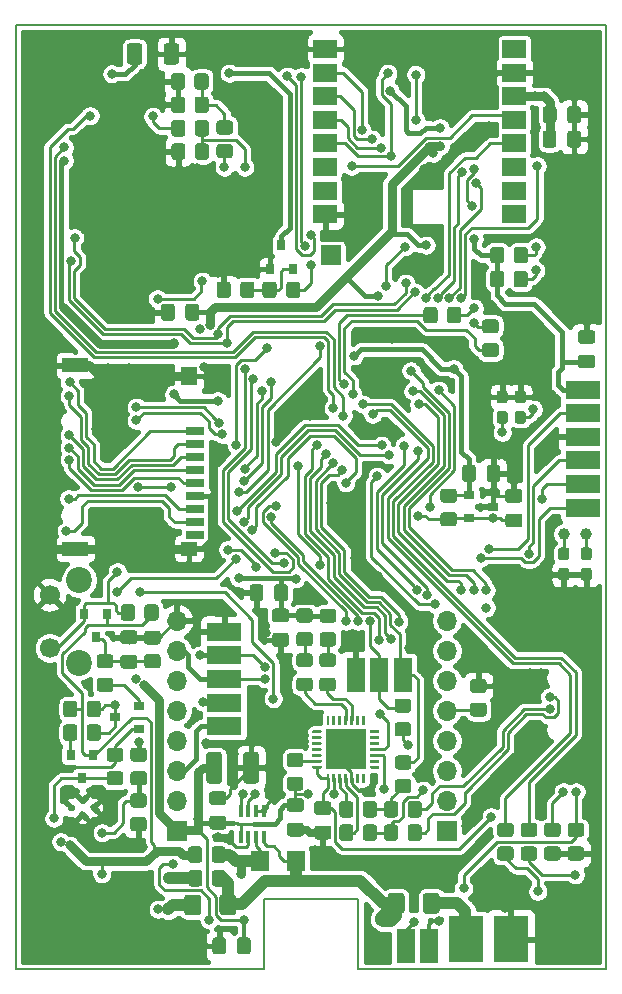
<source format=gbr>
G04 #@! TF.GenerationSoftware,KiCad,Pcbnew,(5.1.8)-1*
G04 #@! TF.CreationDate,2020-12-29T10:05:06+01:00*
G04 #@! TF.ProjectId,TinXsat,54696e58-7361-4742-9e6b-696361645f70,rev?*
G04 #@! TF.SameCoordinates,Original*
G04 #@! TF.FileFunction,Copper,L2,Bot*
G04 #@! TF.FilePolarity,Positive*
%FSLAX46Y46*%
G04 Gerber Fmt 4.6, Leading zero omitted, Abs format (unit mm)*
G04 Created by KiCad (PCBNEW (5.1.8)-1) date 2020-12-29 10:05:06*
%MOMM*%
%LPD*%
G01*
G04 APERTURE LIST*
G04 #@! TA.AperFunction,Profile*
%ADD10C,0.150000*%
G04 #@! TD*
G04 #@! TA.AperFunction,SMDPad,CuDef*
%ADD11R,1.600000X0.700000*%
G04 #@! TD*
G04 #@! TA.AperFunction,SMDPad,CuDef*
%ADD12R,1.400000X1.200000*%
G04 #@! TD*
G04 #@! TA.AperFunction,SMDPad,CuDef*
%ADD13R,1.400000X1.600000*%
G04 #@! TD*
G04 #@! TA.AperFunction,SMDPad,CuDef*
%ADD14R,2.200000X1.200000*%
G04 #@! TD*
G04 #@! TA.AperFunction,ComponentPad*
%ADD15O,1.700000X1.700000*%
G04 #@! TD*
G04 #@! TA.AperFunction,ComponentPad*
%ADD16R,1.700000X1.700000*%
G04 #@! TD*
G04 #@! TA.AperFunction,SMDPad,CuDef*
%ADD17R,3.000000X1.600000*%
G04 #@! TD*
G04 #@! TA.AperFunction,SMDPad,CuDef*
%ADD18R,1.600000X3.000000*%
G04 #@! TD*
G04 #@! TA.AperFunction,SMDPad,CuDef*
%ADD19R,3.000000X4.000000*%
G04 #@! TD*
G04 #@! TA.AperFunction,SMDPad,CuDef*
%ADD20R,0.800000X0.900000*%
G04 #@! TD*
G04 #@! TA.AperFunction,ComponentPad*
%ADD21C,1.700000*%
G04 #@! TD*
G04 #@! TA.AperFunction,ComponentPad*
%ADD22C,2.200000*%
G04 #@! TD*
G04 #@! TA.AperFunction,ComponentPad*
%ADD23C,1.000000*%
G04 #@! TD*
G04 #@! TA.AperFunction,ComponentPad*
%ADD24C,0.500000*%
G04 #@! TD*
G04 #@! TA.AperFunction,SMDPad,CuDef*
%ADD25R,0.400000X1.060000*%
G04 #@! TD*
G04 #@! TA.AperFunction,SMDPad,CuDef*
%ADD26R,0.900000X0.800000*%
G04 #@! TD*
G04 #@! TA.AperFunction,SMDPad,CuDef*
%ADD27R,2.000000X1.500000*%
G04 #@! TD*
G04 #@! TA.AperFunction,SMDPad,CuDef*
%ADD28R,3.350000X3.350000*%
G04 #@! TD*
G04 #@! TA.AperFunction,SMDPad,CuDef*
%ADD29R,1.500000X1.800000*%
G04 #@! TD*
G04 #@! TA.AperFunction,ViaPad*
%ADD30C,0.800000*%
G04 #@! TD*
G04 #@! TA.AperFunction,ViaPad*
%ADD31C,5.000000*%
G04 #@! TD*
G04 #@! TA.AperFunction,Conductor*
%ADD32C,0.250000*%
G04 #@! TD*
G04 #@! TA.AperFunction,Conductor*
%ADD33C,0.635000*%
G04 #@! TD*
G04 #@! TA.AperFunction,Conductor*
%ADD34C,0.762000*%
G04 #@! TD*
G04 #@! TA.AperFunction,Conductor*
%ADD35C,0.457200*%
G04 #@! TD*
G04 #@! TA.AperFunction,Conductor*
%ADD36C,0.304800*%
G04 #@! TD*
G04 #@! TA.AperFunction,Conductor*
%ADD37C,1.016000*%
G04 #@! TD*
G04 #@! TA.AperFunction,Conductor*
%ADD38C,0.450000*%
G04 #@! TD*
G04 #@! TA.AperFunction,Conductor*
%ADD39C,0.150000*%
G04 #@! TD*
G04 APERTURE END LIST*
D10*
X79000000Y-124000000D02*
X71000000Y-124000000D01*
X79000000Y-130000000D02*
X79000000Y-124000000D01*
X71000000Y-130000000D02*
X71000000Y-124000000D01*
X100000000Y-130000000D02*
X79000000Y-130000000D01*
X71000000Y-130000000D02*
X50000000Y-130000000D01*
X50000000Y-130000000D02*
X50000000Y-50000000D01*
X100000000Y-50000000D02*
X100000000Y-130000000D01*
X50000000Y-50000000D02*
X100000000Y-50000000D01*
D11*
G04 #@! TO.P,XS1,3*
G04 #@! TO.N,Net-(J7-Pad3)*
X65162500Y-86615000D03*
G04 #@! TO.P,XS1,2*
G04 #@! TO.N,Net-(J7-Pad2)*
X65162500Y-85515000D03*
G04 #@! TO.P,XS1,1*
G04 #@! TO.N,Net-(J7-Pad1)*
X65162500Y-84415000D03*
G04 #@! TO.P,XS1,4*
G04 #@! TO.N,Net-(J7-Pad4)*
X65162500Y-87715000D03*
G04 #@! TO.P,XS1,5*
G04 #@! TO.N,Net-(J7-Pad5)*
X65162500Y-88815000D03*
G04 #@! TO.P,XS1,6*
G04 #@! TO.N,GND*
X65162500Y-89915000D03*
G04 #@! TO.P,XS1,8*
G04 #@! TO.N,Net-(J7-Pad8)*
X65162500Y-92115000D03*
G04 #@! TO.P,XS1,7*
G04 #@! TO.N,Net-(J7-Pad7)*
X65162500Y-91015000D03*
G04 #@! TO.P,XS1,9*
G04 #@! TO.N,Net-(J7-Pad9)*
X65162500Y-93215000D03*
D12*
G04 #@! TO.P,XS1,6*
G04 #@! TO.N,GND*
X64662500Y-94365000D03*
D13*
X64662500Y-79765000D03*
D14*
X55062500Y-94365000D03*
X55062500Y-78865000D03*
G04 #@! TD*
D15*
G04 #@! TO.P,U6,15*
G04 #@! TO.N,Net-(U6-Pad15)*
X63640000Y-115710000D03*
G04 #@! TO.P,U6,14*
G04 #@! TO.N,Net-(J2-Pad1)*
X63640000Y-113170000D03*
G04 #@! TO.P,U6,12*
G04 #@! TO.N,Net-(U6-Pad12)*
X63640000Y-108090000D03*
D16*
G04 #@! TO.P,U6,16*
G04 #@! TO.N,+3V3*
X63640000Y-118250000D03*
D15*
G04 #@! TO.P,U6,9*
G04 #@! TO.N,GND*
X63640000Y-100470000D03*
G04 #@! TO.P,U6,11*
G04 #@! TO.N,ESP-RX*
X63640000Y-105550000D03*
G04 #@! TO.P,U6,10*
G04 #@! TO.N,ESP-TX*
X63640000Y-103010000D03*
G04 #@! TO.P,U6,13*
G04 #@! TO.N,GND*
X63640000Y-110630000D03*
G04 #@! TO.P,U6,8*
G04 #@! TO.N,Net-(U6-Pad8)*
X86500000Y-100470000D03*
G04 #@! TO.P,U6,7*
G04 #@! TO.N,Net-(U6-Pad7)*
X86500000Y-103010000D03*
G04 #@! TO.P,U6,6*
G04 #@! TO.N,Net-(U6-Pad6)*
X86500000Y-105550000D03*
G04 #@! TO.P,U6,5*
G04 #@! TO.N,Net-(R31-Pad2)*
X86500000Y-108090000D03*
G04 #@! TO.P,U6,4*
G04 #@! TO.N,CAM-STROBE*
X86500000Y-110630000D03*
G04 #@! TO.P,U6,3*
G04 #@! TO.N,CAM-BSY*
X86500000Y-113170000D03*
G04 #@! TO.P,U6,2*
G04 #@! TO.N,GND*
X86500000Y-115710000D03*
D16*
G04 #@! TO.P,U6,1*
G04 #@! TO.N,Net-(U6-Pad1)*
X86500000Y-118250000D03*
G04 #@! TD*
D17*
G04 #@! TO.P,J2,5*
G04 #@! TO.N,GND*
X67672500Y-101400000D03*
G04 #@! TO.P,J2,4*
G04 #@! TO.N,ESP-RX*
X67672500Y-103400000D03*
G04 #@! TO.P,J2,3*
G04 #@! TO.N,ESP-TX*
X67672500Y-105400000D03*
G04 #@! TO.P,J2,2*
G04 #@! TO.N,+3V3*
X67672500Y-107400000D03*
G04 #@! TO.P,J2,1*
G04 #@! TO.N,Net-(J2-Pad1)*
X67672500Y-109400000D03*
G04 #@! TD*
D18*
G04 #@! TO.P,J10,3*
G04 #@! TO.N,GND*
X78772500Y-105092500D03*
G04 #@! TO.P,J10,2*
G04 #@! TO.N,STM_USBDP*
X80772500Y-105092500D03*
G04 #@! TO.P,J10,1*
G04 #@! TO.N,STM_USBDM*
X82772500Y-105092500D03*
G04 #@! TD*
D17*
G04 #@! TO.P,J9,6*
G04 #@! TO.N,SWO*
X97993200Y-90899000D03*
G04 #@! TO.P,J9,5*
G04 #@! TO.N,NRST*
X97993200Y-88899000D03*
G04 #@! TO.P,J9,4*
G04 #@! TO.N,SWDIO*
X97993200Y-86899000D03*
G04 #@! TO.P,J9,3*
G04 #@! TO.N,GND*
X97993200Y-84899000D03*
G04 #@! TO.P,J9,2*
G04 #@! TO.N,SWDCLK*
X97993200Y-82899000D03*
G04 #@! TO.P,J9,1*
G04 #@! TO.N,+3V3*
X97993200Y-80899000D03*
G04 #@! TD*
D19*
G04 #@! TO.P,BT1,2*
G04 #@! TO.N,GND*
X91897200Y-127457200D03*
G04 #@! TO.P,BT1,1*
G04 #@! TO.N,Net-(BT1-Pad1)*
X88087200Y-127457200D03*
G04 #@! TD*
D18*
G04 #@! TO.P,TH1,2*
G04 #@! TO.N,GND*
X85013800Y-128016000D03*
G04 #@! TO.P,TH1,1*
G04 #@! TO.N,Net-(R28-Pad2)*
X83013800Y-128016000D03*
G04 #@! TD*
D20*
G04 #@! TO.P,Q5,3*
G04 #@! TO.N,PWR_ON*
X55600000Y-113830000D03*
G04 #@! TO.P,Q5,2*
G04 #@! TO.N,VDD*
X56550000Y-111830000D03*
G04 #@! TO.P,Q5,1*
G04 #@! TO.N,Net-(Q5-Pad1)*
X54650000Y-111830000D03*
G04 #@! TD*
G04 #@! TO.P,R47,2*
G04 #@! TO.N,Net-(R46-Pad1)*
G04 #@! TA.AperFunction,SMDPad,CuDef*
G36*
G01*
X65137500Y-55270001D02*
X65137500Y-54369999D01*
G75*
G02*
X65387499Y-54120000I249999J0D01*
G01*
X66087501Y-54120000D01*
G75*
G02*
X66337500Y-54369999I0J-249999D01*
G01*
X66337500Y-55270001D01*
G75*
G02*
X66087501Y-55520000I-249999J0D01*
G01*
X65387499Y-55520000D01*
G75*
G02*
X65137500Y-55270001I0J249999D01*
G01*
G37*
G04 #@! TD.AperFunction*
G04 #@! TO.P,R47,1*
G04 #@! TO.N,GND*
G04 #@! TA.AperFunction,SMDPad,CuDef*
G36*
G01*
X63137500Y-55270001D02*
X63137500Y-54369999D01*
G75*
G02*
X63387499Y-54120000I249999J0D01*
G01*
X64087501Y-54120000D01*
G75*
G02*
X64337500Y-54369999I0J-249999D01*
G01*
X64337500Y-55270001D01*
G75*
G02*
X64087501Y-55520000I-249999J0D01*
G01*
X63387499Y-55520000D01*
G75*
G02*
X63137500Y-55270001I0J249999D01*
G01*
G37*
G04 #@! TD.AperFunction*
G04 #@! TD*
G04 #@! TO.P,R43,2*
G04 #@! TO.N,Net-(R42-Pad1)*
G04 #@! TA.AperFunction,SMDPad,CuDef*
G36*
G01*
X65172500Y-61207501D02*
X65172500Y-60307499D01*
G75*
G02*
X65422499Y-60057500I249999J0D01*
G01*
X66122501Y-60057500D01*
G75*
G02*
X66372500Y-60307499I0J-249999D01*
G01*
X66372500Y-61207501D01*
G75*
G02*
X66122501Y-61457500I-249999J0D01*
G01*
X65422499Y-61457500D01*
G75*
G02*
X65172500Y-61207501I0J249999D01*
G01*
G37*
G04 #@! TD.AperFunction*
G04 #@! TO.P,R43,1*
G04 #@! TO.N,GND*
G04 #@! TA.AperFunction,SMDPad,CuDef*
G36*
G01*
X63172500Y-61207501D02*
X63172500Y-60307499D01*
G75*
G02*
X63422499Y-60057500I249999J0D01*
G01*
X64122501Y-60057500D01*
G75*
G02*
X64372500Y-60307499I0J-249999D01*
G01*
X64372500Y-61207501D01*
G75*
G02*
X64122501Y-61457500I-249999J0D01*
G01*
X63422499Y-61457500D01*
G75*
G02*
X63172500Y-61207501I0J249999D01*
G01*
G37*
G04 #@! TD.AperFunction*
G04 #@! TD*
G04 #@! TO.P,R60,2*
G04 #@! TO.N,VD*
G04 #@! TA.AperFunction,SMDPad,CuDef*
G36*
G01*
X65802500Y-121829999D02*
X65802500Y-122730001D01*
G75*
G02*
X65552501Y-122980000I-249999J0D01*
G01*
X64852499Y-122980000D01*
G75*
G02*
X64602500Y-122730001I0J249999D01*
G01*
X64602500Y-121829999D01*
G75*
G02*
X64852499Y-121580000I249999J0D01*
G01*
X65552501Y-121580000D01*
G75*
G02*
X65802500Y-121829999I0J-249999D01*
G01*
G37*
G04 #@! TD.AperFunction*
G04 #@! TO.P,R60,1*
G04 #@! TO.N,Net-(D10-Pad1)*
G04 #@! TA.AperFunction,SMDPad,CuDef*
G36*
G01*
X67802500Y-121829999D02*
X67802500Y-122730001D01*
G75*
G02*
X67552501Y-122980000I-249999J0D01*
G01*
X66852499Y-122980000D01*
G75*
G02*
X66602500Y-122730001I0J249999D01*
G01*
X66602500Y-121829999D01*
G75*
G02*
X66852499Y-121580000I249999J0D01*
G01*
X67552501Y-121580000D01*
G75*
G02*
X67802500Y-121829999I0J-249999D01*
G01*
G37*
G04 #@! TD.AperFunction*
G04 #@! TD*
G04 #@! TO.P,R34,2*
G04 #@! TO.N,Net-(Q7-Pad1)*
G04 #@! TA.AperFunction,SMDPad,CuDef*
G36*
G01*
X69015000Y-72910001D02*
X69015000Y-72009999D01*
G75*
G02*
X69264999Y-71760000I249999J0D01*
G01*
X69965001Y-71760000D01*
G75*
G02*
X70215000Y-72009999I0J-249999D01*
G01*
X70215000Y-72910001D01*
G75*
G02*
X69965001Y-73160000I-249999J0D01*
G01*
X69264999Y-73160000D01*
G75*
G02*
X69015000Y-72910001I0J249999D01*
G01*
G37*
G04 #@! TD.AperFunction*
G04 #@! TO.P,R34,1*
G04 #@! TO.N,GND*
G04 #@! TA.AperFunction,SMDPad,CuDef*
G36*
G01*
X67015000Y-72910001D02*
X67015000Y-72009999D01*
G75*
G02*
X67264999Y-71760000I249999J0D01*
G01*
X67965001Y-71760000D01*
G75*
G02*
X68215000Y-72009999I0J-249999D01*
G01*
X68215000Y-72910001D01*
G75*
G02*
X67965001Y-73160000I-249999J0D01*
G01*
X67264999Y-73160000D01*
G75*
G02*
X67015000Y-72910001I0J249999D01*
G01*
G37*
G04 #@! TD.AperFunction*
G04 #@! TD*
G04 #@! TO.P,R3,2*
G04 #@! TO.N,BUZZER*
G04 #@! TA.AperFunction,SMDPad,CuDef*
G36*
G01*
X72895000Y-72905001D02*
X72895000Y-72004999D01*
G75*
G02*
X73144999Y-71755000I249999J0D01*
G01*
X73845001Y-71755000D01*
G75*
G02*
X74095000Y-72004999I0J-249999D01*
G01*
X74095000Y-72905001D01*
G75*
G02*
X73845001Y-73155000I-249999J0D01*
G01*
X73144999Y-73155000D01*
G75*
G02*
X72895000Y-72905001I0J249999D01*
G01*
G37*
G04 #@! TD.AperFunction*
G04 #@! TO.P,R3,1*
G04 #@! TO.N,Net-(Q7-Pad1)*
G04 #@! TA.AperFunction,SMDPad,CuDef*
G36*
G01*
X70895000Y-72905001D02*
X70895000Y-72004999D01*
G75*
G02*
X71144999Y-71755000I249999J0D01*
G01*
X71845001Y-71755000D01*
G75*
G02*
X72095000Y-72004999I0J-249999D01*
G01*
X72095000Y-72905001D01*
G75*
G02*
X71845001Y-73155000I-249999J0D01*
G01*
X71144999Y-73155000D01*
G75*
G02*
X70895000Y-72905001I0J249999D01*
G01*
G37*
G04 #@! TD.AperFunction*
G04 #@! TD*
G04 #@! TO.P,Q7,3*
G04 #@! TO.N,Net-(J3-Pad6)*
X72492500Y-68697500D03*
G04 #@! TO.P,Q7,2*
G04 #@! TO.N,GND*
X71542500Y-70697500D03*
G04 #@! TO.P,Q7,1*
G04 #@! TO.N,Net-(Q7-Pad1)*
X73442500Y-70697500D03*
G04 #@! TD*
G04 #@! TO.P,R42,2*
G04 #@! TO.N,+VSW*
G04 #@! TA.AperFunction,SMDPad,CuDef*
G36*
G01*
X64372500Y-58329999D02*
X64372500Y-59230001D01*
G75*
G02*
X64122501Y-59480000I-249999J0D01*
G01*
X63422499Y-59480000D01*
G75*
G02*
X63172500Y-59230001I0J249999D01*
G01*
X63172500Y-58329999D01*
G75*
G02*
X63422499Y-58080000I249999J0D01*
G01*
X64122501Y-58080000D01*
G75*
G02*
X64372500Y-58329999I0J-249999D01*
G01*
G37*
G04 #@! TD.AperFunction*
G04 #@! TO.P,R42,1*
G04 #@! TO.N,Net-(R42-Pad1)*
G04 #@! TA.AperFunction,SMDPad,CuDef*
G36*
G01*
X66372500Y-58329999D02*
X66372500Y-59230001D01*
G75*
G02*
X66122501Y-59480000I-249999J0D01*
G01*
X65422499Y-59480000D01*
G75*
G02*
X65172500Y-59230001I0J249999D01*
G01*
X65172500Y-58329999D01*
G75*
G02*
X65422499Y-58080000I249999J0D01*
G01*
X66122501Y-58080000D01*
G75*
G02*
X66372500Y-58329999I0J-249999D01*
G01*
G37*
G04 #@! TD.AperFunction*
G04 #@! TD*
G04 #@! TO.P,C45,2*
G04 #@! TO.N,GND*
G04 #@! TA.AperFunction,SMDPad,CuDef*
G36*
G01*
X62525000Y-53135003D02*
X62525000Y-51834997D01*
G75*
G02*
X62774997Y-51585000I249997J0D01*
G01*
X63600003Y-51585000D01*
G75*
G02*
X63850000Y-51834997I0J-249997D01*
G01*
X63850000Y-53135003D01*
G75*
G02*
X63600003Y-53385000I-249997J0D01*
G01*
X62774997Y-53385000D01*
G75*
G02*
X62525000Y-53135003I0J249997D01*
G01*
G37*
G04 #@! TD.AperFunction*
G04 #@! TO.P,C45,1*
G04 #@! TO.N,+3V3*
G04 #@! TA.AperFunction,SMDPad,CuDef*
G36*
G01*
X59400000Y-53135003D02*
X59400000Y-51834997D01*
G75*
G02*
X59649997Y-51585000I249997J0D01*
G01*
X60475003Y-51585000D01*
G75*
G02*
X60725000Y-51834997I0J-249997D01*
G01*
X60725000Y-53135003D01*
G75*
G02*
X60475003Y-53385000I-249997J0D01*
G01*
X59649997Y-53385000D01*
G75*
G02*
X59400000Y-53135003I0J249997D01*
G01*
G37*
G04 #@! TD.AperFunction*
G04 #@! TD*
G04 #@! TO.P,R27,2*
G04 #@! TO.N,GND*
G04 #@! TA.AperFunction,SMDPad,CuDef*
G36*
G01*
X94989999Y-119587500D02*
X95890001Y-119587500D01*
G75*
G02*
X96140000Y-119837499I0J-249999D01*
G01*
X96140000Y-120537501D01*
G75*
G02*
X95890001Y-120787500I-249999J0D01*
G01*
X94989999Y-120787500D01*
G75*
G02*
X94740000Y-120537501I0J249999D01*
G01*
X94740000Y-119837499D01*
G75*
G02*
X94989999Y-119587500I249999J0D01*
G01*
G37*
G04 #@! TD.AperFunction*
G04 #@! TO.P,R27,1*
G04 #@! TO.N,Net-(R27-Pad1)*
G04 #@! TA.AperFunction,SMDPad,CuDef*
G36*
G01*
X94989999Y-117587500D02*
X95890001Y-117587500D01*
G75*
G02*
X96140000Y-117837499I0J-249999D01*
G01*
X96140000Y-118537501D01*
G75*
G02*
X95890001Y-118787500I-249999J0D01*
G01*
X94989999Y-118787500D01*
G75*
G02*
X94740000Y-118537501I0J249999D01*
G01*
X94740000Y-117837499D01*
G75*
G02*
X94989999Y-117587500I249999J0D01*
G01*
G37*
G04 #@! TD.AperFunction*
G04 #@! TD*
G04 #@! TO.P,R25,2*
G04 #@! TO.N,Net-(R25-Pad2)*
G04 #@! TA.AperFunction,SMDPad,CuDef*
G36*
G01*
X91009999Y-119590000D02*
X91910001Y-119590000D01*
G75*
G02*
X92160000Y-119839999I0J-249999D01*
G01*
X92160000Y-120540001D01*
G75*
G02*
X91910001Y-120790000I-249999J0D01*
G01*
X91009999Y-120790000D01*
G75*
G02*
X90760000Y-120540001I0J249999D01*
G01*
X90760000Y-119839999D01*
G75*
G02*
X91009999Y-119590000I249999J0D01*
G01*
G37*
G04 #@! TD.AperFunction*
G04 #@! TO.P,R25,1*
G04 #@! TO.N,CHRG_READ*
G04 #@! TA.AperFunction,SMDPad,CuDef*
G36*
G01*
X91009999Y-117590000D02*
X91910001Y-117590000D01*
G75*
G02*
X92160000Y-117839999I0J-249999D01*
G01*
X92160000Y-118540001D01*
G75*
G02*
X91910001Y-118790000I-249999J0D01*
G01*
X91009999Y-118790000D01*
G75*
G02*
X90760000Y-118540001I0J249999D01*
G01*
X90760000Y-117839999D01*
G75*
G02*
X91009999Y-117590000I249999J0D01*
G01*
G37*
G04 #@! TD.AperFunction*
G04 #@! TD*
D21*
G04 #@! TO.P,SW1,1*
G04 #@! TO.N,Net-(Q1-Pad1)*
X52862500Y-102775000D03*
G04 #@! TO.P,SW1,2*
G04 #@! TO.N,GND*
X52862500Y-98275000D03*
D22*
G04 #@! TO.P,SW1,*
G04 #@! TO.N,*
X55362500Y-104025000D03*
X55362500Y-97025000D03*
G04 #@! TD*
D23*
G04 #@! TO.P,Y2,2*
G04 #@! TO.N,Net-(C29-Pad1)*
X96400000Y-93132500D03*
G04 #@! TO.P,Y2,1*
G04 #@! TO.N,Net-(C26-Pad1)*
X98300000Y-93132500D03*
G04 #@! TD*
D24*
G04 #@! TO.P,U15,11*
G04 #@! TO.N,GND*
X56585000Y-116285000D03*
X55635000Y-116860000D03*
X55635000Y-115710000D03*
X54685000Y-116285000D03*
G04 #@! TD*
D25*
G04 #@! TO.P,U9,8*
G04 #@! TO.N,GND*
X71000000Y-116570000D03*
G04 #@! TO.P,U9,7*
X70350000Y-116570000D03*
G04 #@! TO.P,U9,6*
G04 #@! TO.N,SYSTEM_SDA*
X69690000Y-116570000D03*
G04 #@! TO.P,U9,5*
G04 #@! TO.N,SYSTEM_SCL*
X69040000Y-116570000D03*
G04 #@! TO.P,U9,4*
G04 #@! TO.N,+3V3*
X69040000Y-118770000D03*
G04 #@! TO.P,U9,3*
G04 #@! TO.N,GND*
X69690000Y-118770000D03*
G04 #@! TO.P,U9,2*
G04 #@! TO.N,Net-(C24-Pad1)*
X70350000Y-118770000D03*
G04 #@! TO.P,U9,1*
G04 #@! TO.N,Net-(D10-Pad1)*
X71000000Y-118770000D03*
G04 #@! TD*
D26*
G04 #@! TO.P,U8,3*
G04 #@! TO.N,GND*
X90415000Y-90817500D03*
G04 #@! TO.P,U8,2*
G04 #@! TO.N,+3V3*
X88415000Y-89867500D03*
G04 #@! TO.P,U8,1*
G04 #@! TO.N,NRST*
X88415000Y-91767500D03*
G04 #@! TD*
D27*
G04 #@! TO.P,U5,1*
G04 #@! TO.N,Net-(U5-Pad1)*
X92217500Y-52062500D03*
G04 #@! TO.P,U5,2*
G04 #@! TO.N,GND*
X92217500Y-54062500D03*
G04 #@! TO.P,U5,3*
G04 #@! TO.N,+3V3*
X92217500Y-56062500D03*
G04 #@! TO.P,U5,4*
G04 #@! TO.N,LORA_RST*
X92217500Y-58062500D03*
G04 #@! TO.P,U5,5*
G04 #@! TO.N,LORA_IRQ*
X92217500Y-60062500D03*
G04 #@! TO.P,U5,6*
G04 #@! TO.N,Net-(U5-Pad6)*
X92217500Y-62062500D03*
G04 #@! TO.P,U5,7*
G04 #@! TO.N,Net-(U5-Pad7)*
X92217500Y-64062500D03*
G04 #@! TO.P,U5,8*
G04 #@! TO.N,Net-(U5-Pad8)*
X92217500Y-66062500D03*
G04 #@! TO.P,U5,9*
G04 #@! TO.N,GND*
X76217500Y-66062500D03*
G04 #@! TO.P,U5,10*
G04 #@! TO.N,Net-(U5-Pad10)*
X76217500Y-64062500D03*
G04 #@! TO.P,U5,11*
G04 #@! TO.N,Net-(U5-Pad11)*
X76217500Y-62062500D03*
G04 #@! TO.P,U5,12*
G04 #@! TO.N,SPI_SCK*
X76217500Y-60062500D03*
G04 #@! TO.P,U5,13*
G04 #@! TO.N,SPI_MISO*
X76217500Y-58062500D03*
G04 #@! TO.P,U5,14*
G04 #@! TO.N,SPI_MOSI*
X76217500Y-56062500D03*
G04 #@! TO.P,U5,15*
G04 #@! TO.N,LORA_CS*
X76217500Y-54062500D03*
G04 #@! TO.P,U5,16*
G04 #@! TO.N,GND*
X76217500Y-52062500D03*
G04 #@! TD*
D28*
G04 #@! TO.P,U1,29*
G04 #@! TO.N,GND*
X77942500Y-111372500D03*
G04 #@! TO.P,U1,28*
G04 #@! TO.N,Net-(U1-Pad28)*
G04 #@! TA.AperFunction,SMDPad,CuDef*
G36*
G01*
X80730000Y-112997500D02*
X80055000Y-112997500D01*
G75*
G02*
X79992500Y-112935000I0J62500D01*
G01*
X79992500Y-112810000D01*
G75*
G02*
X80055000Y-112747500I62500J0D01*
G01*
X80730000Y-112747500D01*
G75*
G02*
X80792500Y-112810000I0J-62500D01*
G01*
X80792500Y-112935000D01*
G75*
G02*
X80730000Y-112997500I-62500J0D01*
G01*
G37*
G04 #@! TD.AperFunction*
G04 #@! TO.P,U1,27*
G04 #@! TO.N,Net-(U1-Pad27)*
G04 #@! TA.AperFunction,SMDPad,CuDef*
G36*
G01*
X80730000Y-112497500D02*
X80055000Y-112497500D01*
G75*
G02*
X79992500Y-112435000I0J62500D01*
G01*
X79992500Y-112310000D01*
G75*
G02*
X80055000Y-112247500I62500J0D01*
G01*
X80730000Y-112247500D01*
G75*
G02*
X80792500Y-112310000I0J-62500D01*
G01*
X80792500Y-112435000D01*
G75*
G02*
X80730000Y-112497500I-62500J0D01*
G01*
G37*
G04 #@! TD.AperFunction*
G04 #@! TO.P,U1,26*
G04 #@! TO.N,DEBUG_RX*
G04 #@! TA.AperFunction,SMDPad,CuDef*
G36*
G01*
X80730000Y-111997500D02*
X80055000Y-111997500D01*
G75*
G02*
X79992500Y-111935000I0J62500D01*
G01*
X79992500Y-111810000D01*
G75*
G02*
X80055000Y-111747500I62500J0D01*
G01*
X80730000Y-111747500D01*
G75*
G02*
X80792500Y-111810000I0J-62500D01*
G01*
X80792500Y-111935000D01*
G75*
G02*
X80730000Y-111997500I-62500J0D01*
G01*
G37*
G04 #@! TD.AperFunction*
G04 #@! TO.P,U1,25*
G04 #@! TO.N,DEBUG_TX*
G04 #@! TA.AperFunction,SMDPad,CuDef*
G36*
G01*
X80730000Y-111497500D02*
X80055000Y-111497500D01*
G75*
G02*
X79992500Y-111435000I0J62500D01*
G01*
X79992500Y-111310000D01*
G75*
G02*
X80055000Y-111247500I62500J0D01*
G01*
X80730000Y-111247500D01*
G75*
G02*
X80792500Y-111310000I0J-62500D01*
G01*
X80792500Y-111435000D01*
G75*
G02*
X80730000Y-111497500I-62500J0D01*
G01*
G37*
G04 #@! TD.AperFunction*
G04 #@! TO.P,U1,24*
G04 #@! TO.N,Net-(U1-Pad24)*
G04 #@! TA.AperFunction,SMDPad,CuDef*
G36*
G01*
X80730000Y-110997500D02*
X80055000Y-110997500D01*
G75*
G02*
X79992500Y-110935000I0J62500D01*
G01*
X79992500Y-110810000D01*
G75*
G02*
X80055000Y-110747500I62500J0D01*
G01*
X80730000Y-110747500D01*
G75*
G02*
X80792500Y-110810000I0J-62500D01*
G01*
X80792500Y-110935000D01*
G75*
G02*
X80730000Y-110997500I-62500J0D01*
G01*
G37*
G04 #@! TD.AperFunction*
G04 #@! TO.P,U1,23*
G04 #@! TO.N,Net-(U1-Pad23)*
G04 #@! TA.AperFunction,SMDPad,CuDef*
G36*
G01*
X80730000Y-110497500D02*
X80055000Y-110497500D01*
G75*
G02*
X79992500Y-110435000I0J62500D01*
G01*
X79992500Y-110310000D01*
G75*
G02*
X80055000Y-110247500I62500J0D01*
G01*
X80730000Y-110247500D01*
G75*
G02*
X80792500Y-110310000I0J-62500D01*
G01*
X80792500Y-110435000D01*
G75*
G02*
X80730000Y-110497500I-62500J0D01*
G01*
G37*
G04 #@! TD.AperFunction*
G04 #@! TO.P,U1,22*
G04 #@! TO.N,Net-(U1-Pad22)*
G04 #@! TA.AperFunction,SMDPad,CuDef*
G36*
G01*
X80730000Y-109997500D02*
X80055000Y-109997500D01*
G75*
G02*
X79992500Y-109935000I0J62500D01*
G01*
X79992500Y-109810000D01*
G75*
G02*
X80055000Y-109747500I62500J0D01*
G01*
X80730000Y-109747500D01*
G75*
G02*
X80792500Y-109810000I0J-62500D01*
G01*
X80792500Y-109935000D01*
G75*
G02*
X80730000Y-109997500I-62500J0D01*
G01*
G37*
G04 #@! TD.AperFunction*
G04 #@! TO.P,U1,21*
G04 #@! TO.N,Net-(U1-Pad21)*
G04 #@! TA.AperFunction,SMDPad,CuDef*
G36*
G01*
X79505000Y-109322500D02*
X79380000Y-109322500D01*
G75*
G02*
X79317500Y-109260000I0J62500D01*
G01*
X79317500Y-108585000D01*
G75*
G02*
X79380000Y-108522500I62500J0D01*
G01*
X79505000Y-108522500D01*
G75*
G02*
X79567500Y-108585000I0J-62500D01*
G01*
X79567500Y-109260000D01*
G75*
G02*
X79505000Y-109322500I-62500J0D01*
G01*
G37*
G04 #@! TD.AperFunction*
G04 #@! TO.P,U1,20*
G04 #@! TO.N,Net-(U1-Pad20)*
G04 #@! TA.AperFunction,SMDPad,CuDef*
G36*
G01*
X79005000Y-109322500D02*
X78880000Y-109322500D01*
G75*
G02*
X78817500Y-109260000I0J62500D01*
G01*
X78817500Y-108585000D01*
G75*
G02*
X78880000Y-108522500I62500J0D01*
G01*
X79005000Y-108522500D01*
G75*
G02*
X79067500Y-108585000I0J-62500D01*
G01*
X79067500Y-109260000D01*
G75*
G02*
X79005000Y-109322500I-62500J0D01*
G01*
G37*
G04 #@! TD.AperFunction*
G04 #@! TO.P,U1,19*
G04 #@! TO.N,Net-(D6-Pad1)*
G04 #@! TA.AperFunction,SMDPad,CuDef*
G36*
G01*
X78505000Y-109322500D02*
X78380000Y-109322500D01*
G75*
G02*
X78317500Y-109260000I0J62500D01*
G01*
X78317500Y-108585000D01*
G75*
G02*
X78380000Y-108522500I62500J0D01*
G01*
X78505000Y-108522500D01*
G75*
G02*
X78567500Y-108585000I0J-62500D01*
G01*
X78567500Y-109260000D01*
G75*
G02*
X78505000Y-109322500I-62500J0D01*
G01*
G37*
G04 #@! TD.AperFunction*
G04 #@! TO.P,U1,18*
G04 #@! TO.N,Net-(D7-Pad1)*
G04 #@! TA.AperFunction,SMDPad,CuDef*
G36*
G01*
X78005000Y-109322500D02*
X77880000Y-109322500D01*
G75*
G02*
X77817500Y-109260000I0J62500D01*
G01*
X77817500Y-108585000D01*
G75*
G02*
X77880000Y-108522500I62500J0D01*
G01*
X78005000Y-108522500D01*
G75*
G02*
X78067500Y-108585000I0J-62500D01*
G01*
X78067500Y-109260000D01*
G75*
G02*
X78005000Y-109322500I-62500J0D01*
G01*
G37*
G04 #@! TD.AperFunction*
G04 #@! TO.P,U1,17*
G04 #@! TO.N,Net-(U1-Pad17)*
G04 #@! TA.AperFunction,SMDPad,CuDef*
G36*
G01*
X77505000Y-109322500D02*
X77380000Y-109322500D01*
G75*
G02*
X77317500Y-109260000I0J62500D01*
G01*
X77317500Y-108585000D01*
G75*
G02*
X77380000Y-108522500I62500J0D01*
G01*
X77505000Y-108522500D01*
G75*
G02*
X77567500Y-108585000I0J-62500D01*
G01*
X77567500Y-109260000D01*
G75*
G02*
X77505000Y-109322500I-62500J0D01*
G01*
G37*
G04 #@! TD.AperFunction*
G04 #@! TO.P,U1,16*
G04 #@! TO.N,Net-(U1-Pad16)*
G04 #@! TA.AperFunction,SMDPad,CuDef*
G36*
G01*
X77005000Y-109322500D02*
X76880000Y-109322500D01*
G75*
G02*
X76817500Y-109260000I0J62500D01*
G01*
X76817500Y-108585000D01*
G75*
G02*
X76880000Y-108522500I62500J0D01*
G01*
X77005000Y-108522500D01*
G75*
G02*
X77067500Y-108585000I0J-62500D01*
G01*
X77067500Y-109260000D01*
G75*
G02*
X77005000Y-109322500I-62500J0D01*
G01*
G37*
G04 #@! TD.AperFunction*
G04 #@! TO.P,U1,15*
G04 #@! TO.N,Net-(U1-Pad15)*
G04 #@! TA.AperFunction,SMDPad,CuDef*
G36*
G01*
X76505000Y-109322500D02*
X76380000Y-109322500D01*
G75*
G02*
X76317500Y-109260000I0J62500D01*
G01*
X76317500Y-108585000D01*
G75*
G02*
X76380000Y-108522500I62500J0D01*
G01*
X76505000Y-108522500D01*
G75*
G02*
X76567500Y-108585000I0J-62500D01*
G01*
X76567500Y-109260000D01*
G75*
G02*
X76505000Y-109322500I-62500J0D01*
G01*
G37*
G04 #@! TD.AperFunction*
G04 #@! TO.P,U1,14*
G04 #@! TO.N,Net-(U1-Pad14)*
G04 #@! TA.AperFunction,SMDPad,CuDef*
G36*
G01*
X75830000Y-109997500D02*
X75155000Y-109997500D01*
G75*
G02*
X75092500Y-109935000I0J62500D01*
G01*
X75092500Y-109810000D01*
G75*
G02*
X75155000Y-109747500I62500J0D01*
G01*
X75830000Y-109747500D01*
G75*
G02*
X75892500Y-109810000I0J-62500D01*
G01*
X75892500Y-109935000D01*
G75*
G02*
X75830000Y-109997500I-62500J0D01*
G01*
G37*
G04 #@! TD.AperFunction*
G04 #@! TO.P,U1,13*
G04 #@! TO.N,Net-(U1-Pad13)*
G04 #@! TA.AperFunction,SMDPad,CuDef*
G36*
G01*
X75830000Y-110497500D02*
X75155000Y-110497500D01*
G75*
G02*
X75092500Y-110435000I0J62500D01*
G01*
X75092500Y-110310000D01*
G75*
G02*
X75155000Y-110247500I62500J0D01*
G01*
X75830000Y-110247500D01*
G75*
G02*
X75892500Y-110310000I0J-62500D01*
G01*
X75892500Y-110435000D01*
G75*
G02*
X75830000Y-110497500I-62500J0D01*
G01*
G37*
G04 #@! TD.AperFunction*
G04 #@! TO.P,U1,12*
G04 #@! TO.N,Net-(U1-Pad12)*
G04 #@! TA.AperFunction,SMDPad,CuDef*
G36*
G01*
X75830000Y-110997500D02*
X75155000Y-110997500D01*
G75*
G02*
X75092500Y-110935000I0J62500D01*
G01*
X75092500Y-110810000D01*
G75*
G02*
X75155000Y-110747500I62500J0D01*
G01*
X75830000Y-110747500D01*
G75*
G02*
X75892500Y-110810000I0J-62500D01*
G01*
X75892500Y-110935000D01*
G75*
G02*
X75830000Y-110997500I-62500J0D01*
G01*
G37*
G04 #@! TD.AperFunction*
G04 #@! TO.P,U1,11*
G04 #@! TO.N,Net-(U1-Pad11)*
G04 #@! TA.AperFunction,SMDPad,CuDef*
G36*
G01*
X75830000Y-111497500D02*
X75155000Y-111497500D01*
G75*
G02*
X75092500Y-111435000I0J62500D01*
G01*
X75092500Y-111310000D01*
G75*
G02*
X75155000Y-111247500I62500J0D01*
G01*
X75830000Y-111247500D01*
G75*
G02*
X75892500Y-111310000I0J-62500D01*
G01*
X75892500Y-111435000D01*
G75*
G02*
X75830000Y-111497500I-62500J0D01*
G01*
G37*
G04 #@! TD.AperFunction*
G04 #@! TO.P,U1,10*
G04 #@! TO.N,Net-(U1-Pad10)*
G04 #@! TA.AperFunction,SMDPad,CuDef*
G36*
G01*
X75830000Y-111997500D02*
X75155000Y-111997500D01*
G75*
G02*
X75092500Y-111935000I0J62500D01*
G01*
X75092500Y-111810000D01*
G75*
G02*
X75155000Y-111747500I62500J0D01*
G01*
X75830000Y-111747500D01*
G75*
G02*
X75892500Y-111810000I0J-62500D01*
G01*
X75892500Y-111935000D01*
G75*
G02*
X75830000Y-111997500I-62500J0D01*
G01*
G37*
G04 #@! TD.AperFunction*
G04 #@! TO.P,U1,9*
G04 #@! TO.N,Net-(R1-Pad1)*
G04 #@! TA.AperFunction,SMDPad,CuDef*
G36*
G01*
X75830000Y-112497500D02*
X75155000Y-112497500D01*
G75*
G02*
X75092500Y-112435000I0J62500D01*
G01*
X75092500Y-112310000D01*
G75*
G02*
X75155000Y-112247500I62500J0D01*
G01*
X75830000Y-112247500D01*
G75*
G02*
X75892500Y-112310000I0J-62500D01*
G01*
X75892500Y-112435000D01*
G75*
G02*
X75830000Y-112497500I-62500J0D01*
G01*
G37*
G04 #@! TD.AperFunction*
G04 #@! TO.P,U1,8*
G04 #@! TO.N,VBUS*
G04 #@! TA.AperFunction,SMDPad,CuDef*
G36*
G01*
X75830000Y-112997500D02*
X75155000Y-112997500D01*
G75*
G02*
X75092500Y-112935000I0J62500D01*
G01*
X75092500Y-112810000D01*
G75*
G02*
X75155000Y-112747500I62500J0D01*
G01*
X75830000Y-112747500D01*
G75*
G02*
X75892500Y-112810000I0J-62500D01*
G01*
X75892500Y-112935000D01*
G75*
G02*
X75830000Y-112997500I-62500J0D01*
G01*
G37*
G04 #@! TD.AperFunction*
G04 #@! TO.P,U1,7*
G04 #@! TA.AperFunction,SMDPad,CuDef*
G36*
G01*
X76505000Y-114222500D02*
X76380000Y-114222500D01*
G75*
G02*
X76317500Y-114160000I0J62500D01*
G01*
X76317500Y-113485000D01*
G75*
G02*
X76380000Y-113422500I62500J0D01*
G01*
X76505000Y-113422500D01*
G75*
G02*
X76567500Y-113485000I0J-62500D01*
G01*
X76567500Y-114160000D01*
G75*
G02*
X76505000Y-114222500I-62500J0D01*
G01*
G37*
G04 #@! TD.AperFunction*
G04 #@! TO.P,U1,6*
G04 #@! TO.N,+3V3*
G04 #@! TA.AperFunction,SMDPad,CuDef*
G36*
G01*
X77005000Y-114222500D02*
X76880000Y-114222500D01*
G75*
G02*
X76817500Y-114160000I0J62500D01*
G01*
X76817500Y-113485000D01*
G75*
G02*
X76880000Y-113422500I62500J0D01*
G01*
X77005000Y-113422500D01*
G75*
G02*
X77067500Y-113485000I0J-62500D01*
G01*
X77067500Y-114160000D01*
G75*
G02*
X77005000Y-114222500I-62500J0D01*
G01*
G37*
G04 #@! TD.AperFunction*
G04 #@! TO.P,U1,5*
G04 #@! TO.N,UART_DM*
G04 #@! TA.AperFunction,SMDPad,CuDef*
G36*
G01*
X77505000Y-114222500D02*
X77380000Y-114222500D01*
G75*
G02*
X77317500Y-114160000I0J62500D01*
G01*
X77317500Y-113485000D01*
G75*
G02*
X77380000Y-113422500I62500J0D01*
G01*
X77505000Y-113422500D01*
G75*
G02*
X77567500Y-113485000I0J-62500D01*
G01*
X77567500Y-114160000D01*
G75*
G02*
X77505000Y-114222500I-62500J0D01*
G01*
G37*
G04 #@! TD.AperFunction*
G04 #@! TO.P,U1,4*
G04 #@! TO.N,UART_DP*
G04 #@! TA.AperFunction,SMDPad,CuDef*
G36*
G01*
X78005000Y-114222500D02*
X77880000Y-114222500D01*
G75*
G02*
X77817500Y-114160000I0J62500D01*
G01*
X77817500Y-113485000D01*
G75*
G02*
X77880000Y-113422500I62500J0D01*
G01*
X78005000Y-113422500D01*
G75*
G02*
X78067500Y-113485000I0J-62500D01*
G01*
X78067500Y-114160000D01*
G75*
G02*
X78005000Y-114222500I-62500J0D01*
G01*
G37*
G04 #@! TD.AperFunction*
G04 #@! TO.P,U1,3*
G04 #@! TO.N,GND*
G04 #@! TA.AperFunction,SMDPad,CuDef*
G36*
G01*
X78505000Y-114222500D02*
X78380000Y-114222500D01*
G75*
G02*
X78317500Y-114160000I0J62500D01*
G01*
X78317500Y-113485000D01*
G75*
G02*
X78380000Y-113422500I62500J0D01*
G01*
X78505000Y-113422500D01*
G75*
G02*
X78567500Y-113485000I0J-62500D01*
G01*
X78567500Y-114160000D01*
G75*
G02*
X78505000Y-114222500I-62500J0D01*
G01*
G37*
G04 #@! TD.AperFunction*
G04 #@! TO.P,U1,2*
G04 #@! TO.N,Net-(U1-Pad2)*
G04 #@! TA.AperFunction,SMDPad,CuDef*
G36*
G01*
X79005000Y-114222500D02*
X78880000Y-114222500D01*
G75*
G02*
X78817500Y-114160000I0J62500D01*
G01*
X78817500Y-113485000D01*
G75*
G02*
X78880000Y-113422500I62500J0D01*
G01*
X79005000Y-113422500D01*
G75*
G02*
X79067500Y-113485000I0J-62500D01*
G01*
X79067500Y-114160000D01*
G75*
G02*
X79005000Y-114222500I-62500J0D01*
G01*
G37*
G04 #@! TD.AperFunction*
G04 #@! TO.P,U1,1*
G04 #@! TO.N,Net-(U1-Pad1)*
G04 #@! TA.AperFunction,SMDPad,CuDef*
G36*
G01*
X79505000Y-114222500D02*
X79380000Y-114222500D01*
G75*
G02*
X79317500Y-114160000I0J62500D01*
G01*
X79317500Y-113485000D01*
G75*
G02*
X79380000Y-113422500I62500J0D01*
G01*
X79505000Y-113422500D01*
G75*
G02*
X79567500Y-113485000I0J-62500D01*
G01*
X79567500Y-114160000D01*
G75*
G02*
X79505000Y-114222500I-62500J0D01*
G01*
G37*
G04 #@! TD.AperFunction*
G04 #@! TD*
G04 #@! TO.P,R55,2*
G04 #@! TO.N,Net-(R54-Pad1)*
G04 #@! TA.AperFunction,SMDPad,CuDef*
G36*
G01*
X60842501Y-116300000D02*
X59942499Y-116300000D01*
G75*
G02*
X59692500Y-116050001I0J249999D01*
G01*
X59692500Y-115349999D01*
G75*
G02*
X59942499Y-115100000I249999J0D01*
G01*
X60842501Y-115100000D01*
G75*
G02*
X61092500Y-115349999I0J-249999D01*
G01*
X61092500Y-116050001D01*
G75*
G02*
X60842501Y-116300000I-249999J0D01*
G01*
G37*
G04 #@! TD.AperFunction*
G04 #@! TO.P,R55,1*
G04 #@! TO.N,GND*
G04 #@! TA.AperFunction,SMDPad,CuDef*
G36*
G01*
X60842501Y-118300000D02*
X59942499Y-118300000D01*
G75*
G02*
X59692500Y-118050001I0J249999D01*
G01*
X59692500Y-117349999D01*
G75*
G02*
X59942499Y-117100000I249999J0D01*
G01*
X60842501Y-117100000D01*
G75*
G02*
X61092500Y-117349999I0J-249999D01*
G01*
X61092500Y-118050001D01*
G75*
G02*
X60842501Y-118300000I-249999J0D01*
G01*
G37*
G04 #@! TD.AperFunction*
G04 #@! TD*
G04 #@! TO.P,R54,2*
G04 #@! TO.N,Net-(C44-Pad1)*
G04 #@! TA.AperFunction,SMDPad,CuDef*
G36*
G01*
X60862501Y-112422500D02*
X59962499Y-112422500D01*
G75*
G02*
X59712500Y-112172501I0J249999D01*
G01*
X59712500Y-111472499D01*
G75*
G02*
X59962499Y-111222500I249999J0D01*
G01*
X60862501Y-111222500D01*
G75*
G02*
X61112500Y-111472499I0J-249999D01*
G01*
X61112500Y-112172501D01*
G75*
G02*
X60862501Y-112422500I-249999J0D01*
G01*
G37*
G04 #@! TD.AperFunction*
G04 #@! TO.P,R54,1*
G04 #@! TO.N,Net-(R54-Pad1)*
G04 #@! TA.AperFunction,SMDPad,CuDef*
G36*
G01*
X60862501Y-114422500D02*
X59962499Y-114422500D01*
G75*
G02*
X59712500Y-114172501I0J249999D01*
G01*
X59712500Y-113472499D01*
G75*
G02*
X59962499Y-113222500I249999J0D01*
G01*
X60862501Y-113222500D01*
G75*
G02*
X61112500Y-113472499I0J-249999D01*
G01*
X61112500Y-114172501D01*
G75*
G02*
X60862501Y-114422500I-249999J0D01*
G01*
G37*
G04 #@! TD.AperFunction*
G04 #@! TD*
G04 #@! TO.P,R53,2*
G04 #@! TO.N,SYSTEM_SDA*
G04 #@! TA.AperFunction,SMDPad,CuDef*
G36*
G01*
X92155000Y-72002501D02*
X92155000Y-71102499D01*
G75*
G02*
X92404999Y-70852500I249999J0D01*
G01*
X93105001Y-70852500D01*
G75*
G02*
X93355000Y-71102499I0J-249999D01*
G01*
X93355000Y-72002501D01*
G75*
G02*
X93105001Y-72252500I-249999J0D01*
G01*
X92404999Y-72252500D01*
G75*
G02*
X92155000Y-72002501I0J249999D01*
G01*
G37*
G04 #@! TD.AperFunction*
G04 #@! TO.P,R53,1*
G04 #@! TO.N,+3V3*
G04 #@! TA.AperFunction,SMDPad,CuDef*
G36*
G01*
X90155000Y-72002501D02*
X90155000Y-71102499D01*
G75*
G02*
X90404999Y-70852500I249999J0D01*
G01*
X91105001Y-70852500D01*
G75*
G02*
X91355000Y-71102499I0J-249999D01*
G01*
X91355000Y-72002501D01*
G75*
G02*
X91105001Y-72252500I-249999J0D01*
G01*
X90404999Y-72252500D01*
G75*
G02*
X90155000Y-72002501I0J249999D01*
G01*
G37*
G04 #@! TD.AperFunction*
G04 #@! TD*
G04 #@! TO.P,R52,2*
G04 #@! TO.N,+3V3*
G04 #@! TA.AperFunction,SMDPad,CuDef*
G36*
G01*
X91367500Y-69077499D02*
X91367500Y-69977501D01*
G75*
G02*
X91117501Y-70227500I-249999J0D01*
G01*
X90417499Y-70227500D01*
G75*
G02*
X90167500Y-69977501I0J249999D01*
G01*
X90167500Y-69077499D01*
G75*
G02*
X90417499Y-68827500I249999J0D01*
G01*
X91117501Y-68827500D01*
G75*
G02*
X91367500Y-69077499I0J-249999D01*
G01*
G37*
G04 #@! TD.AperFunction*
G04 #@! TO.P,R52,1*
G04 #@! TO.N,SYSTEM_SCL*
G04 #@! TA.AperFunction,SMDPad,CuDef*
G36*
G01*
X93367500Y-69077499D02*
X93367500Y-69977501D01*
G75*
G02*
X93117501Y-70227500I-249999J0D01*
G01*
X92417499Y-70227500D01*
G75*
G02*
X92167500Y-69977501I0J249999D01*
G01*
X92167500Y-69077499D01*
G75*
G02*
X92417499Y-68827500I249999J0D01*
G01*
X93117501Y-68827500D01*
G75*
G02*
X93367500Y-69077499I0J-249999D01*
G01*
G37*
G04 #@! TD.AperFunction*
G04 #@! TD*
G04 #@! TO.P,R48,2*
G04 #@! TO.N,GND*
G04 #@! TA.AperFunction,SMDPad,CuDef*
G36*
G01*
X64352500Y-56342499D02*
X64352500Y-57242501D01*
G75*
G02*
X64102501Y-57492500I-249999J0D01*
G01*
X63402499Y-57492500D01*
G75*
G02*
X63152500Y-57242501I0J249999D01*
G01*
X63152500Y-56342499D01*
G75*
G02*
X63402499Y-56092500I249999J0D01*
G01*
X64102501Y-56092500D01*
G75*
G02*
X64352500Y-56342499I0J-249999D01*
G01*
G37*
G04 #@! TD.AperFunction*
G04 #@! TO.P,R48,1*
G04 #@! TO.N,Net-(R46-Pad1)*
G04 #@! TA.AperFunction,SMDPad,CuDef*
G36*
G01*
X66352500Y-56342499D02*
X66352500Y-57242501D01*
G75*
G02*
X66102501Y-57492500I-249999J0D01*
G01*
X65402499Y-57492500D01*
G75*
G02*
X65152500Y-57242501I0J249999D01*
G01*
X65152500Y-56342499D01*
G75*
G02*
X65402499Y-56092500I249999J0D01*
G01*
X66102501Y-56092500D01*
G75*
G02*
X66352500Y-56342499I0J-249999D01*
G01*
G37*
G04 #@! TD.AperFunction*
G04 #@! TD*
G04 #@! TO.P,R46,2*
G04 #@! TO.N,Net-(R46-Pad2)*
G04 #@! TA.AperFunction,SMDPad,CuDef*
G36*
G01*
X67247499Y-60112500D02*
X68147501Y-60112500D01*
G75*
G02*
X68397500Y-60362499I0J-249999D01*
G01*
X68397500Y-61062501D01*
G75*
G02*
X68147501Y-61312500I-249999J0D01*
G01*
X67247499Y-61312500D01*
G75*
G02*
X66997500Y-61062501I0J249999D01*
G01*
X66997500Y-60362499D01*
G75*
G02*
X67247499Y-60112500I249999J0D01*
G01*
G37*
G04 #@! TD.AperFunction*
G04 #@! TO.P,R46,1*
G04 #@! TO.N,Net-(R46-Pad1)*
G04 #@! TA.AperFunction,SMDPad,CuDef*
G36*
G01*
X67247499Y-58112500D02*
X68147501Y-58112500D01*
G75*
G02*
X68397500Y-58362499I0J-249999D01*
G01*
X68397500Y-59062501D01*
G75*
G02*
X68147501Y-59312500I-249999J0D01*
G01*
X67247499Y-59312500D01*
G75*
G02*
X66997500Y-59062501I0J249999D01*
G01*
X66997500Y-58362499D01*
G75*
G02*
X67247499Y-58112500I249999J0D01*
G01*
G37*
G04 #@! TD.AperFunction*
G04 #@! TD*
D29*
G04 #@! TO.P,R41,2*
G04 #@! TO.N,Net-(C24-Pad1)*
X70717500Y-120802500D03*
G04 #@! TO.P,R41,1*
G04 #@! TO.N,Net-(D10-Pad1)*
X73717500Y-120802500D03*
G04 #@! TD*
G04 #@! TO.P,R38,2*
G04 #@! TO.N,VDD*
G04 #@! TA.AperFunction,SMDPad,CuDef*
G36*
G01*
X65790000Y-119824999D02*
X65790000Y-120725001D01*
G75*
G02*
X65540001Y-120975000I-249999J0D01*
G01*
X64839999Y-120975000D01*
G75*
G02*
X64590000Y-120725001I0J249999D01*
G01*
X64590000Y-119824999D01*
G75*
G02*
X64839999Y-119575000I249999J0D01*
G01*
X65540001Y-119575000D01*
G75*
G02*
X65790000Y-119824999I0J-249999D01*
G01*
G37*
G04 #@! TD.AperFunction*
G04 #@! TO.P,R38,1*
G04 #@! TO.N,Net-(C24-Pad1)*
G04 #@! TA.AperFunction,SMDPad,CuDef*
G36*
G01*
X67790000Y-119824999D02*
X67790000Y-120725001D01*
G75*
G02*
X67540001Y-120975000I-249999J0D01*
G01*
X66839999Y-120975000D01*
G75*
G02*
X66590000Y-120725001I0J249999D01*
G01*
X66590000Y-119824999D01*
G75*
G02*
X66839999Y-119575000I249999J0D01*
G01*
X67540001Y-119575000D01*
G75*
G02*
X67790000Y-119824999I0J-249999D01*
G01*
G37*
G04 #@! TD.AperFunction*
G04 #@! TD*
G04 #@! TO.P,R33,2*
G04 #@! TO.N,NRST*
G04 #@! TA.AperFunction,SMDPad,CuDef*
G36*
G01*
X86204999Y-91292500D02*
X87105001Y-91292500D01*
G75*
G02*
X87355000Y-91542499I0J-249999D01*
G01*
X87355000Y-92242501D01*
G75*
G02*
X87105001Y-92492500I-249999J0D01*
G01*
X86204999Y-92492500D01*
G75*
G02*
X85955000Y-92242501I0J249999D01*
G01*
X85955000Y-91542499D01*
G75*
G02*
X86204999Y-91292500I249999J0D01*
G01*
G37*
G04 #@! TD.AperFunction*
G04 #@! TO.P,R33,1*
G04 #@! TO.N,+3V3*
G04 #@! TA.AperFunction,SMDPad,CuDef*
G36*
G01*
X86204999Y-89292500D02*
X87105001Y-89292500D01*
G75*
G02*
X87355000Y-89542499I0J-249999D01*
G01*
X87355000Y-90242501D01*
G75*
G02*
X87105001Y-90492500I-249999J0D01*
G01*
X86204999Y-90492500D01*
G75*
G02*
X85955000Y-90242501I0J249999D01*
G01*
X85955000Y-89542499D01*
G75*
G02*
X86204999Y-89292500I249999J0D01*
G01*
G37*
G04 #@! TD.AperFunction*
G04 #@! TD*
G04 #@! TO.P,R31,2*
G04 #@! TO.N,Net-(R31-Pad2)*
G04 #@! TA.AperFunction,SMDPad,CuDef*
G36*
G01*
X88717499Y-107400000D02*
X89617501Y-107400000D01*
G75*
G02*
X89867500Y-107649999I0J-249999D01*
G01*
X89867500Y-108350001D01*
G75*
G02*
X89617501Y-108600000I-249999J0D01*
G01*
X88717499Y-108600000D01*
G75*
G02*
X88467500Y-108350001I0J249999D01*
G01*
X88467500Y-107649999D01*
G75*
G02*
X88717499Y-107400000I249999J0D01*
G01*
G37*
G04 #@! TD.AperFunction*
G04 #@! TO.P,R31,1*
G04 #@! TO.N,GND*
G04 #@! TA.AperFunction,SMDPad,CuDef*
G36*
G01*
X88717499Y-105400000D02*
X89617501Y-105400000D01*
G75*
G02*
X89867500Y-105649999I0J-249999D01*
G01*
X89867500Y-106350001D01*
G75*
G02*
X89617501Y-106600000I-249999J0D01*
G01*
X88717499Y-106600000D01*
G75*
G02*
X88467500Y-106350001I0J249999D01*
G01*
X88467500Y-105649999D01*
G75*
G02*
X88717499Y-105400000I249999J0D01*
G01*
G37*
G04 #@! TD.AperFunction*
G04 #@! TD*
G04 #@! TO.P,R28,2*
G04 #@! TO.N,Net-(R28-Pad2)*
G04 #@! TA.AperFunction,SMDPad,CuDef*
G36*
G01*
X97875001Y-118787500D02*
X96974999Y-118787500D01*
G75*
G02*
X96725000Y-118537501I0J249999D01*
G01*
X96725000Y-117837499D01*
G75*
G02*
X96974999Y-117587500I249999J0D01*
G01*
X97875001Y-117587500D01*
G75*
G02*
X98125000Y-117837499I0J-249999D01*
G01*
X98125000Y-118537501D01*
G75*
G02*
X97875001Y-118787500I-249999J0D01*
G01*
G37*
G04 #@! TD.AperFunction*
G04 #@! TO.P,R28,1*
G04 #@! TO.N,GND*
G04 #@! TA.AperFunction,SMDPad,CuDef*
G36*
G01*
X97875001Y-120787500D02*
X96974999Y-120787500D01*
G75*
G02*
X96725000Y-120537501I0J249999D01*
G01*
X96725000Y-119837499D01*
G75*
G02*
X96974999Y-119587500I249999J0D01*
G01*
X97875001Y-119587500D01*
G75*
G02*
X98125000Y-119837499I0J-249999D01*
G01*
X98125000Y-120537501D01*
G75*
G02*
X97875001Y-120787500I-249999J0D01*
G01*
G37*
G04 #@! TD.AperFunction*
G04 #@! TD*
G04 #@! TO.P,R26,2*
G04 #@! TO.N,GND*
G04 #@! TA.AperFunction,SMDPad,CuDef*
G36*
G01*
X58855001Y-112420000D02*
X57954999Y-112420000D01*
G75*
G02*
X57705000Y-112170001I0J249999D01*
G01*
X57705000Y-111469999D01*
G75*
G02*
X57954999Y-111220000I249999J0D01*
G01*
X58855001Y-111220000D01*
G75*
G02*
X59105000Y-111469999I0J-249999D01*
G01*
X59105000Y-112170001D01*
G75*
G02*
X58855001Y-112420000I-249999J0D01*
G01*
G37*
G04 #@! TD.AperFunction*
G04 #@! TO.P,R26,1*
G04 #@! TO.N,PWR_ON*
G04 #@! TA.AperFunction,SMDPad,CuDef*
G36*
G01*
X58855001Y-114420000D02*
X57954999Y-114420000D01*
G75*
G02*
X57705000Y-114170001I0J249999D01*
G01*
X57705000Y-113469999D01*
G75*
G02*
X57954999Y-113220000I249999J0D01*
G01*
X58855001Y-113220000D01*
G75*
G02*
X59105000Y-113469999I0J-249999D01*
G01*
X59105000Y-114170001D01*
G75*
G02*
X58855001Y-114420000I-249999J0D01*
G01*
G37*
G04 #@! TD.AperFunction*
G04 #@! TD*
G04 #@! TO.P,R24,2*
G04 #@! TO.N,CHRH_PULL*
G04 #@! TA.AperFunction,SMDPad,CuDef*
G36*
G01*
X93902501Y-118787500D02*
X93002499Y-118787500D01*
G75*
G02*
X92752500Y-118537501I0J249999D01*
G01*
X92752500Y-117837499D01*
G75*
G02*
X93002499Y-117587500I249999J0D01*
G01*
X93902501Y-117587500D01*
G75*
G02*
X94152500Y-117837499I0J-249999D01*
G01*
X94152500Y-118537501D01*
G75*
G02*
X93902501Y-118787500I-249999J0D01*
G01*
G37*
G04 #@! TD.AperFunction*
G04 #@! TO.P,R24,1*
G04 #@! TO.N,Net-(R24-Pad1)*
G04 #@! TA.AperFunction,SMDPad,CuDef*
G36*
G01*
X93902501Y-120787500D02*
X93002499Y-120787500D01*
G75*
G02*
X92752500Y-120537501I0J249999D01*
G01*
X92752500Y-119837499D01*
G75*
G02*
X93002499Y-119587500I249999J0D01*
G01*
X93902501Y-119587500D01*
G75*
G02*
X94152500Y-119837499I0J-249999D01*
G01*
X94152500Y-120537501D01*
G75*
G02*
X93902501Y-120787500I-249999J0D01*
G01*
G37*
G04 #@! TD.AperFunction*
G04 #@! TD*
G04 #@! TO.P,R23,2*
G04 #@! TO.N,Net-(Q3-Pad3)*
G04 #@! TA.AperFunction,SMDPad,CuDef*
G36*
G01*
X56017500Y-110395001D02*
X56017500Y-109494999D01*
G75*
G02*
X56267499Y-109245000I249999J0D01*
G01*
X56967501Y-109245000D01*
G75*
G02*
X57217500Y-109494999I0J-249999D01*
G01*
X57217500Y-110395001D01*
G75*
G02*
X56967501Y-110645000I-249999J0D01*
G01*
X56267499Y-110645000D01*
G75*
G02*
X56017500Y-110395001I0J249999D01*
G01*
G37*
G04 #@! TD.AperFunction*
G04 #@! TO.P,R23,1*
G04 #@! TO.N,Net-(Q5-Pad1)*
G04 #@! TA.AperFunction,SMDPad,CuDef*
G36*
G01*
X54017500Y-110395001D02*
X54017500Y-109494999D01*
G75*
G02*
X54267499Y-109245000I249999J0D01*
G01*
X54967501Y-109245000D01*
G75*
G02*
X55217500Y-109494999I0J-249999D01*
G01*
X55217500Y-110395001D01*
G75*
G02*
X54967501Y-110645000I-249999J0D01*
G01*
X54267499Y-110645000D01*
G75*
G02*
X54017500Y-110395001I0J249999D01*
G01*
G37*
G04 #@! TD.AperFunction*
G04 #@! TD*
G04 #@! TO.P,R22,2*
G04 #@! TO.N,Net-(Q3-Pad3)*
G04 #@! TA.AperFunction,SMDPad,CuDef*
G36*
G01*
X56017500Y-108397501D02*
X56017500Y-107497499D01*
G75*
G02*
X56267499Y-107247500I249999J0D01*
G01*
X56967501Y-107247500D01*
G75*
G02*
X57217500Y-107497499I0J-249999D01*
G01*
X57217500Y-108397501D01*
G75*
G02*
X56967501Y-108647500I-249999J0D01*
G01*
X56267499Y-108647500D01*
G75*
G02*
X56017500Y-108397501I0J249999D01*
G01*
G37*
G04 #@! TD.AperFunction*
G04 #@! TO.P,R22,1*
G04 #@! TO.N,VDD*
G04 #@! TA.AperFunction,SMDPad,CuDef*
G36*
G01*
X54017500Y-108397501D02*
X54017500Y-107497499D01*
G75*
G02*
X54267499Y-107247500I249999J0D01*
G01*
X54967501Y-107247500D01*
G75*
G02*
X55217500Y-107497499I0J-249999D01*
G01*
X55217500Y-108397501D01*
G75*
G02*
X54967501Y-108647500I-249999J0D01*
G01*
X54267499Y-108647500D01*
G75*
G02*
X54017500Y-108397501I0J249999D01*
G01*
G37*
G04 #@! TD.AperFunction*
G04 #@! TD*
G04 #@! TO.P,R19,2*
G04 #@! TO.N,Net-(C6-Pad2)*
G04 #@! TA.AperFunction,SMDPad,CuDef*
G36*
G01*
X58017501Y-104510000D02*
X57117499Y-104510000D01*
G75*
G02*
X56867500Y-104260001I0J249999D01*
G01*
X56867500Y-103559999D01*
G75*
G02*
X57117499Y-103310000I249999J0D01*
G01*
X58017501Y-103310000D01*
G75*
G02*
X58267500Y-103559999I0J-249999D01*
G01*
X58267500Y-104260001D01*
G75*
G02*
X58017501Y-104510000I-249999J0D01*
G01*
G37*
G04 #@! TD.AperFunction*
G04 #@! TO.P,R19,1*
G04 #@! TO.N,Net-(Q3-Pad1)*
G04 #@! TA.AperFunction,SMDPad,CuDef*
G36*
G01*
X58017501Y-106510000D02*
X57117499Y-106510000D01*
G75*
G02*
X56867500Y-106260001I0J249999D01*
G01*
X56867500Y-105559999D01*
G75*
G02*
X57117499Y-105310000I249999J0D01*
G01*
X58017501Y-105310000D01*
G75*
G02*
X58267500Y-105559999I0J-249999D01*
G01*
X58267500Y-106260001D01*
G75*
G02*
X58017501Y-106510000I-249999J0D01*
G01*
G37*
G04 #@! TD.AperFunction*
G04 #@! TD*
G04 #@! TO.P,R18,2*
G04 #@! TO.N,Net-(D7-Pad2)*
G04 #@! TA.AperFunction,SMDPad,CuDef*
G36*
G01*
X74007499Y-101437500D02*
X74907501Y-101437500D01*
G75*
G02*
X75157500Y-101687499I0J-249999D01*
G01*
X75157500Y-102387501D01*
G75*
G02*
X74907501Y-102637500I-249999J0D01*
G01*
X74007499Y-102637500D01*
G75*
G02*
X73757500Y-102387501I0J249999D01*
G01*
X73757500Y-101687499D01*
G75*
G02*
X74007499Y-101437500I249999J0D01*
G01*
G37*
G04 #@! TD.AperFunction*
G04 #@! TO.P,R18,1*
G04 #@! TO.N,+3V3*
G04 #@! TA.AperFunction,SMDPad,CuDef*
G36*
G01*
X74007499Y-99437500D02*
X74907501Y-99437500D01*
G75*
G02*
X75157500Y-99687499I0J-249999D01*
G01*
X75157500Y-100387501D01*
G75*
G02*
X74907501Y-100637500I-249999J0D01*
G01*
X74007499Y-100637500D01*
G75*
G02*
X73757500Y-100387501I0J249999D01*
G01*
X73757500Y-99687499D01*
G75*
G02*
X74007499Y-99437500I249999J0D01*
G01*
G37*
G04 #@! TD.AperFunction*
G04 #@! TD*
G04 #@! TO.P,R17,2*
G04 #@! TO.N,GND*
G04 #@! TA.AperFunction,SMDPad,CuDef*
G36*
G01*
X62022501Y-102505000D02*
X61122499Y-102505000D01*
G75*
G02*
X60872500Y-102255001I0J249999D01*
G01*
X60872500Y-101554999D01*
G75*
G02*
X61122499Y-101305000I249999J0D01*
G01*
X62022501Y-101305000D01*
G75*
G02*
X62272500Y-101554999I0J-249999D01*
G01*
X62272500Y-102255001D01*
G75*
G02*
X62022501Y-102505000I-249999J0D01*
G01*
G37*
G04 #@! TD.AperFunction*
G04 #@! TO.P,R17,1*
G04 #@! TO.N,Net-(C6-Pad2)*
G04 #@! TA.AperFunction,SMDPad,CuDef*
G36*
G01*
X62022501Y-104505000D02*
X61122499Y-104505000D01*
G75*
G02*
X60872500Y-104255001I0J249999D01*
G01*
X60872500Y-103554999D01*
G75*
G02*
X61122499Y-103305000I249999J0D01*
G01*
X62022501Y-103305000D01*
G75*
G02*
X62272500Y-103554999I0J-249999D01*
G01*
X62272500Y-104255001D01*
G75*
G02*
X62022501Y-104505000I-249999J0D01*
G01*
G37*
G04 #@! TD.AperFunction*
G04 #@! TD*
G04 #@! TO.P,R13,2*
G04 #@! TO.N,STM_USBDM*
G04 #@! TA.AperFunction,SMDPad,CuDef*
G36*
G01*
X83254001Y-113077800D02*
X82353999Y-113077800D01*
G75*
G02*
X82104000Y-112827801I0J249999D01*
G01*
X82104000Y-112127799D01*
G75*
G02*
X82353999Y-111877800I249999J0D01*
G01*
X83254001Y-111877800D01*
G75*
G02*
X83504000Y-112127799I0J-249999D01*
G01*
X83504000Y-112827801D01*
G75*
G02*
X83254001Y-113077800I-249999J0D01*
G01*
G37*
G04 #@! TD.AperFunction*
G04 #@! TO.P,R13,1*
G04 #@! TO.N,Net-(R13-Pad1)*
G04 #@! TA.AperFunction,SMDPad,CuDef*
G36*
G01*
X83254001Y-115077800D02*
X82353999Y-115077800D01*
G75*
G02*
X82104000Y-114827801I0J249999D01*
G01*
X82104000Y-114127799D01*
G75*
G02*
X82353999Y-113877800I249999J0D01*
G01*
X83254001Y-113877800D01*
G75*
G02*
X83504000Y-114127799I0J-249999D01*
G01*
X83504000Y-114827801D01*
G75*
G02*
X83254001Y-115077800I-249999J0D01*
G01*
G37*
G04 #@! TD.AperFunction*
G04 #@! TD*
G04 #@! TO.P,R12,2*
G04 #@! TO.N,Net-(R10-Pad1)*
G04 #@! TA.AperFunction,SMDPad,CuDef*
G36*
G01*
X82328599Y-109070600D02*
X83228601Y-109070600D01*
G75*
G02*
X83478600Y-109320599I0J-249999D01*
G01*
X83478600Y-110020601D01*
G75*
G02*
X83228601Y-110270600I-249999J0D01*
G01*
X82328599Y-110270600D01*
G75*
G02*
X82078600Y-110020601I0J249999D01*
G01*
X82078600Y-109320599D01*
G75*
G02*
X82328599Y-109070600I249999J0D01*
G01*
G37*
G04 #@! TD.AperFunction*
G04 #@! TO.P,R12,1*
G04 #@! TO.N,STM_USBDP*
G04 #@! TA.AperFunction,SMDPad,CuDef*
G36*
G01*
X82328599Y-107070600D02*
X83228601Y-107070600D01*
G75*
G02*
X83478600Y-107320599I0J-249999D01*
G01*
X83478600Y-108020601D01*
G75*
G02*
X83228601Y-108270600I-249999J0D01*
G01*
X82328599Y-108270600D01*
G75*
G02*
X82078600Y-108020601I0J249999D01*
G01*
X82078600Y-107320599D01*
G75*
G02*
X82328599Y-107070600I249999J0D01*
G01*
G37*
G04 #@! TD.AperFunction*
G04 #@! TD*
G04 #@! TO.P,R11,2*
G04 #@! TO.N,Net-(D6-Pad2)*
G04 #@! TA.AperFunction,SMDPad,CuDef*
G36*
G01*
X75987499Y-101462500D02*
X76887501Y-101462500D01*
G75*
G02*
X77137500Y-101712499I0J-249999D01*
G01*
X77137500Y-102412501D01*
G75*
G02*
X76887501Y-102662500I-249999J0D01*
G01*
X75987499Y-102662500D01*
G75*
G02*
X75737500Y-102412501I0J249999D01*
G01*
X75737500Y-101712499D01*
G75*
G02*
X75987499Y-101462500I249999J0D01*
G01*
G37*
G04 #@! TD.AperFunction*
G04 #@! TO.P,R11,1*
G04 #@! TO.N,+3V3*
G04 #@! TA.AperFunction,SMDPad,CuDef*
G36*
G01*
X75987499Y-99462500D02*
X76887501Y-99462500D01*
G75*
G02*
X77137500Y-99712499I0J-249999D01*
G01*
X77137500Y-100412501D01*
G75*
G02*
X76887501Y-100662500I-249999J0D01*
G01*
X75987499Y-100662500D01*
G75*
G02*
X75737500Y-100412501I0J249999D01*
G01*
X75737500Y-99712499D01*
G75*
G02*
X75987499Y-99462500I249999J0D01*
G01*
G37*
G04 #@! TD.AperFunction*
G04 #@! TD*
G04 #@! TO.P,R10,2*
G04 #@! TO.N,Net-(J1-Pad3)*
G04 #@! TA.AperFunction,SMDPad,CuDef*
G36*
G01*
X83175720Y-118871801D02*
X83175720Y-117971799D01*
G75*
G02*
X83425719Y-117721800I249999J0D01*
G01*
X84125721Y-117721800D01*
G75*
G02*
X84375720Y-117971799I0J-249999D01*
G01*
X84375720Y-118871801D01*
G75*
G02*
X84125721Y-119121800I-249999J0D01*
G01*
X83425719Y-119121800D01*
G75*
G02*
X83175720Y-118871801I0J249999D01*
G01*
G37*
G04 #@! TD.AperFunction*
G04 #@! TO.P,R10,1*
G04 #@! TO.N,Net-(R10-Pad1)*
G04 #@! TA.AperFunction,SMDPad,CuDef*
G36*
G01*
X81175720Y-118871801D02*
X81175720Y-117971799D01*
G75*
G02*
X81425719Y-117721800I249999J0D01*
G01*
X82125721Y-117721800D01*
G75*
G02*
X82375720Y-117971799I0J-249999D01*
G01*
X82375720Y-118871801D01*
G75*
G02*
X82125721Y-119121800I-249999J0D01*
G01*
X81425719Y-119121800D01*
G75*
G02*
X81175720Y-118871801I0J249999D01*
G01*
G37*
G04 #@! TD.AperFunction*
G04 #@! TD*
G04 #@! TO.P,R9,2*
G04 #@! TO.N,Net-(Q1-Pad1)*
G04 #@! TA.AperFunction,SMDPad,CuDef*
G36*
G01*
X60100000Y-99334999D02*
X60100000Y-100235001D01*
G75*
G02*
X59850001Y-100485000I-249999J0D01*
G01*
X59149999Y-100485000D01*
G75*
G02*
X58900000Y-100235001I0J249999D01*
G01*
X58900000Y-99334999D01*
G75*
G02*
X59149999Y-99085000I249999J0D01*
G01*
X59850001Y-99085000D01*
G75*
G02*
X60100000Y-99334999I0J-249999D01*
G01*
G37*
G04 #@! TD.AperFunction*
G04 #@! TO.P,R9,1*
G04 #@! TO.N,VDD*
G04 #@! TA.AperFunction,SMDPad,CuDef*
G36*
G01*
X62100000Y-99334999D02*
X62100000Y-100235001D01*
G75*
G02*
X61850001Y-100485000I-249999J0D01*
G01*
X61149999Y-100485000D01*
G75*
G02*
X60900000Y-100235001I0J249999D01*
G01*
X60900000Y-99334999D01*
G75*
G02*
X61149999Y-99085000I249999J0D01*
G01*
X61850001Y-99085000D01*
G75*
G02*
X62100000Y-99334999I0J-249999D01*
G01*
G37*
G04 #@! TD.AperFunction*
G04 #@! TD*
G04 #@! TO.P,R8,2*
G04 #@! TO.N,Net-(J1-Pad2)*
G04 #@! TA.AperFunction,SMDPad,CuDef*
G36*
G01*
X83179780Y-116893141D02*
X83179780Y-115993139D01*
G75*
G02*
X83429779Y-115743140I249999J0D01*
G01*
X84129781Y-115743140D01*
G75*
G02*
X84379780Y-115993139I0J-249999D01*
G01*
X84379780Y-116893141D01*
G75*
G02*
X84129781Y-117143140I-249999J0D01*
G01*
X83429779Y-117143140D01*
G75*
G02*
X83179780Y-116893141I0J249999D01*
G01*
G37*
G04 #@! TD.AperFunction*
G04 #@! TO.P,R8,1*
G04 #@! TO.N,Net-(R13-Pad1)*
G04 #@! TA.AperFunction,SMDPad,CuDef*
G36*
G01*
X81179780Y-116893141D02*
X81179780Y-115993139D01*
G75*
G02*
X81429779Y-115743140I249999J0D01*
G01*
X82129781Y-115743140D01*
G75*
G02*
X82379780Y-115993139I0J-249999D01*
G01*
X82379780Y-116893141D01*
G75*
G02*
X82129781Y-117143140I-249999J0D01*
G01*
X81429779Y-117143140D01*
G75*
G02*
X81179780Y-116893141I0J249999D01*
G01*
G37*
G04 #@! TD.AperFunction*
G04 #@! TD*
G04 #@! TO.P,R7,2*
G04 #@! TO.N,Net-(R13-Pad1)*
G04 #@! TA.AperFunction,SMDPad,CuDef*
G36*
G01*
X79392640Y-116895681D02*
X79392640Y-115995679D01*
G75*
G02*
X79642639Y-115745680I249999J0D01*
G01*
X80342641Y-115745680D01*
G75*
G02*
X80592640Y-115995679I0J-249999D01*
G01*
X80592640Y-116895681D01*
G75*
G02*
X80342641Y-117145680I-249999J0D01*
G01*
X79642639Y-117145680D01*
G75*
G02*
X79392640Y-116895681I0J249999D01*
G01*
G37*
G04 #@! TD.AperFunction*
G04 #@! TO.P,R7,1*
G04 #@! TO.N,UART_DM*
G04 #@! TA.AperFunction,SMDPad,CuDef*
G36*
G01*
X77392640Y-116895681D02*
X77392640Y-115995679D01*
G75*
G02*
X77642639Y-115745680I249999J0D01*
G01*
X78342641Y-115745680D01*
G75*
G02*
X78592640Y-115995679I0J-249999D01*
G01*
X78592640Y-116895681D01*
G75*
G02*
X78342641Y-117145680I-249999J0D01*
G01*
X77642639Y-117145680D01*
G75*
G02*
X77392640Y-116895681I0J249999D01*
G01*
G37*
G04 #@! TD.AperFunction*
G04 #@! TD*
G04 #@! TO.P,R6,2*
G04 #@! TO.N,UART_DP*
G04 #@! TA.AperFunction,SMDPad,CuDef*
G36*
G01*
X78590100Y-117971799D02*
X78590100Y-118871801D01*
G75*
G02*
X78340101Y-119121800I-249999J0D01*
G01*
X77640099Y-119121800D01*
G75*
G02*
X77390100Y-118871801I0J249999D01*
G01*
X77390100Y-117971799D01*
G75*
G02*
X77640099Y-117721800I249999J0D01*
G01*
X78340101Y-117721800D01*
G75*
G02*
X78590100Y-117971799I0J-249999D01*
G01*
G37*
G04 #@! TD.AperFunction*
G04 #@! TO.P,R6,1*
G04 #@! TO.N,Net-(R10-Pad1)*
G04 #@! TA.AperFunction,SMDPad,CuDef*
G36*
G01*
X80590100Y-117971799D02*
X80590100Y-118871801D01*
G75*
G02*
X80340101Y-119121800I-249999J0D01*
G01*
X79640099Y-119121800D01*
G75*
G02*
X79390100Y-118871801I0J249999D01*
G01*
X79390100Y-117971799D01*
G75*
G02*
X79640099Y-117721800I249999J0D01*
G01*
X80340101Y-117721800D01*
G75*
G02*
X80590100Y-117971799I0J-249999D01*
G01*
G37*
G04 #@! TD.AperFunction*
G04 #@! TD*
G04 #@! TO.P,R4,2*
G04 #@! TO.N,DEBUG_LED_1*
G04 #@! TA.AperFunction,SMDPad,CuDef*
G36*
G01*
X89742499Y-76955000D02*
X90642501Y-76955000D01*
G75*
G02*
X90892500Y-77204999I0J-249999D01*
G01*
X90892500Y-77905001D01*
G75*
G02*
X90642501Y-78155000I-249999J0D01*
G01*
X89742499Y-78155000D01*
G75*
G02*
X89492500Y-77905001I0J249999D01*
G01*
X89492500Y-77204999D01*
G75*
G02*
X89742499Y-76955000I249999J0D01*
G01*
G37*
G04 #@! TD.AperFunction*
G04 #@! TO.P,R4,1*
G04 #@! TO.N,Net-(D2-Pad2)*
G04 #@! TA.AperFunction,SMDPad,CuDef*
G36*
G01*
X89742499Y-74955000D02*
X90642501Y-74955000D01*
G75*
G02*
X90892500Y-75204999I0J-249999D01*
G01*
X90892500Y-75905001D01*
G75*
G02*
X90642501Y-76155000I-249999J0D01*
G01*
X89742499Y-76155000D01*
G75*
G02*
X89492500Y-75905001I0J249999D01*
G01*
X89492500Y-75204999D01*
G75*
G02*
X89742499Y-74955000I249999J0D01*
G01*
G37*
G04 #@! TD.AperFunction*
G04 #@! TD*
G04 #@! TO.P,R2,2*
G04 #@! TO.N,DEBUG_LED_2*
G04 #@! TA.AperFunction,SMDPad,CuDef*
G36*
G01*
X85720000Y-74149999D02*
X85720000Y-75050001D01*
G75*
G02*
X85470001Y-75300000I-249999J0D01*
G01*
X84769999Y-75300000D01*
G75*
G02*
X84520000Y-75050001I0J249999D01*
G01*
X84520000Y-74149999D01*
G75*
G02*
X84769999Y-73900000I249999J0D01*
G01*
X85470001Y-73900000D01*
G75*
G02*
X85720000Y-74149999I0J-249999D01*
G01*
G37*
G04 #@! TD.AperFunction*
G04 #@! TO.P,R2,1*
G04 #@! TO.N,Net-(D1-Pad2)*
G04 #@! TA.AperFunction,SMDPad,CuDef*
G36*
G01*
X87720000Y-74149999D02*
X87720000Y-75050001D01*
G75*
G02*
X87470001Y-75300000I-249999J0D01*
G01*
X86769999Y-75300000D01*
G75*
G02*
X86520000Y-75050001I0J249999D01*
G01*
X86520000Y-74149999D01*
G75*
G02*
X86769999Y-73900000I249999J0D01*
G01*
X87470001Y-73900000D01*
G75*
G02*
X87720000Y-74149999I0J-249999D01*
G01*
G37*
G04 #@! TD.AperFunction*
G04 #@! TD*
G04 #@! TO.P,R1,2*
G04 #@! TO.N,+3V3*
G04 #@! TA.AperFunction,SMDPad,CuDef*
G36*
G01*
X73207879Y-113676500D02*
X74107881Y-113676500D01*
G75*
G02*
X74357880Y-113926499I0J-249999D01*
G01*
X74357880Y-114626501D01*
G75*
G02*
X74107881Y-114876500I-249999J0D01*
G01*
X73207879Y-114876500D01*
G75*
G02*
X72957880Y-114626501I0J249999D01*
G01*
X72957880Y-113926499D01*
G75*
G02*
X73207879Y-113676500I249999J0D01*
G01*
G37*
G04 #@! TD.AperFunction*
G04 #@! TO.P,R1,1*
G04 #@! TO.N,Net-(R1-Pad1)*
G04 #@! TA.AperFunction,SMDPad,CuDef*
G36*
G01*
X73207879Y-111676500D02*
X74107881Y-111676500D01*
G75*
G02*
X74357880Y-111926499I0J-249999D01*
G01*
X74357880Y-112626501D01*
G75*
G02*
X74107881Y-112876500I-249999J0D01*
G01*
X73207879Y-112876500D01*
G75*
G02*
X72957880Y-112626501I0J249999D01*
G01*
X72957880Y-111926499D01*
G75*
G02*
X73207879Y-111676500I249999J0D01*
G01*
G37*
G04 #@! TD.AperFunction*
G04 #@! TD*
D26*
G04 #@! TO.P,Q3,3*
G04 #@! TO.N,Net-(Q3-Pad3)*
X58425000Y-108665000D03*
G04 #@! TO.P,Q3,2*
G04 #@! TO.N,GND*
X60425000Y-109615000D03*
G04 #@! TO.P,Q3,1*
G04 #@! TO.N,Net-(Q3-Pad1)*
X60425000Y-107715000D03*
G04 #@! TD*
D20*
G04 #@! TO.P,Q2,3*
G04 #@! TO.N,Net-(C6-Pad2)*
X56767500Y-101865000D03*
G04 #@! TO.P,Q2,2*
G04 #@! TO.N,VDD*
X57717500Y-99865000D03*
G04 #@! TO.P,Q2,1*
G04 #@! TO.N,Net-(Q1-Pad1)*
X55817500Y-99865000D03*
G04 #@! TD*
D16*
G04 #@! TO.P,J4,1*
G04 #@! TO.N,Net-(J4-Pad1)*
X76670000Y-69542500D03*
G04 #@! TD*
G04 #@! TO.P,F3,2*
G04 #@! TO.N,Net-(D10-Pad1)*
G04 #@! TA.AperFunction,SMDPad,CuDef*
G36*
G01*
X67250000Y-125160000D02*
X67250000Y-123910000D01*
G75*
G02*
X67500000Y-123660000I250000J0D01*
G01*
X68425000Y-123660000D01*
G75*
G02*
X68675000Y-123910000I0J-250000D01*
G01*
X68675000Y-125160000D01*
G75*
G02*
X68425000Y-125410000I-250000J0D01*
G01*
X67500000Y-125410000D01*
G75*
G02*
X67250000Y-125160000I0J250000D01*
G01*
G37*
G04 #@! TD.AperFunction*
G04 #@! TO.P,F3,1*
G04 #@! TO.N,Net-(BT2-Pad1)*
G04 #@! TA.AperFunction,SMDPad,CuDef*
G36*
G01*
X64275000Y-125160000D02*
X64275000Y-123910000D01*
G75*
G02*
X64525000Y-123660000I250000J0D01*
G01*
X65450000Y-123660000D01*
G75*
G02*
X65700000Y-123910000I0J-250000D01*
G01*
X65700000Y-125160000D01*
G75*
G02*
X65450000Y-125410000I-250000J0D01*
G01*
X64525000Y-125410000D01*
G75*
G02*
X64275000Y-125160000I0J250000D01*
G01*
G37*
G04 #@! TD.AperFunction*
G04 #@! TD*
G04 #@! TO.P,F2,2*
G04 #@! TO.N,Net-(D10-Pad1)*
G04 #@! TA.AperFunction,SMDPad,CuDef*
G36*
G01*
X82920000Y-123777500D02*
X82920000Y-125027500D01*
G75*
G02*
X82670000Y-125277500I-250000J0D01*
G01*
X81745000Y-125277500D01*
G75*
G02*
X81495000Y-125027500I0J250000D01*
G01*
X81495000Y-123777500D01*
G75*
G02*
X81745000Y-123527500I250000J0D01*
G01*
X82670000Y-123527500D01*
G75*
G02*
X82920000Y-123777500I0J-250000D01*
G01*
G37*
G04 #@! TD.AperFunction*
G04 #@! TO.P,F2,1*
G04 #@! TO.N,Net-(BT1-Pad1)*
G04 #@! TA.AperFunction,SMDPad,CuDef*
G36*
G01*
X85895000Y-123777500D02*
X85895000Y-125027500D01*
G75*
G02*
X85645000Y-125277500I-250000J0D01*
G01*
X84720000Y-125277500D01*
G75*
G02*
X84470000Y-125027500I0J250000D01*
G01*
X84470000Y-123777500D01*
G75*
G02*
X84720000Y-123527500I250000J0D01*
G01*
X85645000Y-123527500D01*
G75*
G02*
X85895000Y-123777500I0J-250000D01*
G01*
G37*
G04 #@! TD.AperFunction*
G04 #@! TD*
G04 #@! TO.P,D7,2*
G04 #@! TO.N,Net-(D7-Pad2)*
G04 #@! TA.AperFunction,SMDPad,CuDef*
G36*
G01*
X74907501Y-104390000D02*
X74007499Y-104390000D01*
G75*
G02*
X73757500Y-104140001I0J249999D01*
G01*
X73757500Y-103489999D01*
G75*
G02*
X74007499Y-103240000I249999J0D01*
G01*
X74907501Y-103240000D01*
G75*
G02*
X75157500Y-103489999I0J-249999D01*
G01*
X75157500Y-104140001D01*
G75*
G02*
X74907501Y-104390000I-249999J0D01*
G01*
G37*
G04 #@! TD.AperFunction*
G04 #@! TO.P,D7,1*
G04 #@! TO.N,Net-(D7-Pad1)*
G04 #@! TA.AperFunction,SMDPad,CuDef*
G36*
G01*
X74907501Y-106440000D02*
X74007499Y-106440000D01*
G75*
G02*
X73757500Y-106190001I0J249999D01*
G01*
X73757500Y-105539999D01*
G75*
G02*
X74007499Y-105290000I249999J0D01*
G01*
X74907501Y-105290000D01*
G75*
G02*
X75157500Y-105539999I0J-249999D01*
G01*
X75157500Y-106190001D01*
G75*
G02*
X74907501Y-106440000I-249999J0D01*
G01*
G37*
G04 #@! TD.AperFunction*
G04 #@! TD*
G04 #@! TO.P,D6,2*
G04 #@! TO.N,Net-(D6-Pad2)*
G04 #@! TA.AperFunction,SMDPad,CuDef*
G36*
G01*
X76862501Y-104397500D02*
X75962499Y-104397500D01*
G75*
G02*
X75712500Y-104147501I0J249999D01*
G01*
X75712500Y-103497499D01*
G75*
G02*
X75962499Y-103247500I249999J0D01*
G01*
X76862501Y-103247500D01*
G75*
G02*
X77112500Y-103497499I0J-249999D01*
G01*
X77112500Y-104147501D01*
G75*
G02*
X76862501Y-104397500I-249999J0D01*
G01*
G37*
G04 #@! TD.AperFunction*
G04 #@! TO.P,D6,1*
G04 #@! TO.N,Net-(D6-Pad1)*
G04 #@! TA.AperFunction,SMDPad,CuDef*
G36*
G01*
X76862501Y-106447500D02*
X75962499Y-106447500D01*
G75*
G02*
X75712500Y-106197501I0J249999D01*
G01*
X75712500Y-105547499D01*
G75*
G02*
X75962499Y-105297500I249999J0D01*
G01*
X76862501Y-105297500D01*
G75*
G02*
X77112500Y-105547499I0J-249999D01*
G01*
X77112500Y-106197501D01*
G75*
G02*
X76862501Y-106447500I-249999J0D01*
G01*
G37*
G04 #@! TD.AperFunction*
G04 #@! TD*
G04 #@! TO.P,C47,2*
G04 #@! TO.N,GND*
G04 #@! TA.AperFunction,SMDPad,CuDef*
G36*
G01*
X92647500Y-90500000D02*
X91697500Y-90500000D01*
G75*
G02*
X91447500Y-90250000I0J250000D01*
G01*
X91447500Y-89575000D01*
G75*
G02*
X91697500Y-89325000I250000J0D01*
G01*
X92647500Y-89325000D01*
G75*
G02*
X92897500Y-89575000I0J-250000D01*
G01*
X92897500Y-90250000D01*
G75*
G02*
X92647500Y-90500000I-250000J0D01*
G01*
G37*
G04 #@! TD.AperFunction*
G04 #@! TO.P,C47,1*
G04 #@! TO.N,NRST*
G04 #@! TA.AperFunction,SMDPad,CuDef*
G36*
G01*
X92647500Y-92575000D02*
X91697500Y-92575000D01*
G75*
G02*
X91447500Y-92325000I0J250000D01*
G01*
X91447500Y-91650000D01*
G75*
G02*
X91697500Y-91400000I250000J0D01*
G01*
X92647500Y-91400000D01*
G75*
G02*
X92897500Y-91650000I0J-250000D01*
G01*
X92897500Y-92325000D01*
G75*
G02*
X92647500Y-92575000I-250000J0D01*
G01*
G37*
G04 #@! TD.AperFunction*
G04 #@! TD*
G04 #@! TO.P,C46,2*
G04 #@! TO.N,GND*
G04 #@! TA.AperFunction,SMDPad,CuDef*
G36*
G01*
X98812500Y-77042500D02*
X97862500Y-77042500D01*
G75*
G02*
X97612500Y-76792500I0J250000D01*
G01*
X97612500Y-76117500D01*
G75*
G02*
X97862500Y-75867500I250000J0D01*
G01*
X98812500Y-75867500D01*
G75*
G02*
X99062500Y-76117500I0J-250000D01*
G01*
X99062500Y-76792500D01*
G75*
G02*
X98812500Y-77042500I-250000J0D01*
G01*
G37*
G04 #@! TD.AperFunction*
G04 #@! TO.P,C46,1*
G04 #@! TO.N,+3V3*
G04 #@! TA.AperFunction,SMDPad,CuDef*
G36*
G01*
X98812500Y-79117500D02*
X97862500Y-79117500D01*
G75*
G02*
X97612500Y-78867500I0J250000D01*
G01*
X97612500Y-78192500D01*
G75*
G02*
X97862500Y-77942500I250000J0D01*
G01*
X98812500Y-77942500D01*
G75*
G02*
X99062500Y-78192500I0J-250000D01*
G01*
X99062500Y-78867500D01*
G75*
G02*
X98812500Y-79117500I-250000J0D01*
G01*
G37*
G04 #@! TD.AperFunction*
G04 #@! TD*
G04 #@! TO.P,C39,2*
G04 #@! TO.N,+3V3*
G04 #@! TA.AperFunction,SMDPad,CuDef*
G36*
G01*
X72895000Y-100607500D02*
X71945000Y-100607500D01*
G75*
G02*
X71695000Y-100357500I0J250000D01*
G01*
X71695000Y-99682500D01*
G75*
G02*
X71945000Y-99432500I250000J0D01*
G01*
X72895000Y-99432500D01*
G75*
G02*
X73145000Y-99682500I0J-250000D01*
G01*
X73145000Y-100357500D01*
G75*
G02*
X72895000Y-100607500I-250000J0D01*
G01*
G37*
G04 #@! TD.AperFunction*
G04 #@! TO.P,C39,1*
G04 #@! TO.N,GND*
G04 #@! TA.AperFunction,SMDPad,CuDef*
G36*
G01*
X72895000Y-102682500D02*
X71945000Y-102682500D01*
G75*
G02*
X71695000Y-102432500I0J250000D01*
G01*
X71695000Y-101757500D01*
G75*
G02*
X71945000Y-101507500I250000J0D01*
G01*
X72895000Y-101507500D01*
G75*
G02*
X73145000Y-101757500I0J-250000D01*
G01*
X73145000Y-102432500D01*
G75*
G02*
X72895000Y-102682500I-250000J0D01*
G01*
G37*
G04 #@! TD.AperFunction*
G04 #@! TD*
G04 #@! TO.P,C37,2*
G04 #@! TO.N,GND*
G04 #@! TA.AperFunction,SMDPad,CuDef*
G36*
G01*
X67820000Y-127530000D02*
X67820000Y-128480000D01*
G75*
G02*
X67570000Y-128730000I-250000J0D01*
G01*
X66895000Y-128730000D01*
G75*
G02*
X66645000Y-128480000I0J250000D01*
G01*
X66645000Y-127530000D01*
G75*
G02*
X66895000Y-127280000I250000J0D01*
G01*
X67570000Y-127280000D01*
G75*
G02*
X67820000Y-127530000I0J-250000D01*
G01*
G37*
G04 #@! TD.AperFunction*
G04 #@! TO.P,C37,1*
G04 #@! TO.N,+3V3*
G04 #@! TA.AperFunction,SMDPad,CuDef*
G36*
G01*
X69895000Y-127530000D02*
X69895000Y-128480000D01*
G75*
G02*
X69645000Y-128730000I-250000J0D01*
G01*
X68970000Y-128730000D01*
G75*
G02*
X68720000Y-128480000I0J250000D01*
G01*
X68720000Y-127530000D01*
G75*
G02*
X68970000Y-127280000I250000J0D01*
G01*
X69645000Y-127280000D01*
G75*
G02*
X69895000Y-127530000I0J-250000D01*
G01*
G37*
G04 #@! TD.AperFunction*
G04 #@! TD*
G04 #@! TO.P,C31,2*
G04 #@! TO.N,+3V3*
G04 #@! TA.AperFunction,SMDPad,CuDef*
G36*
G01*
X66632500Y-116987500D02*
X67582500Y-116987500D01*
G75*
G02*
X67832500Y-117237500I0J-250000D01*
G01*
X67832500Y-117912500D01*
G75*
G02*
X67582500Y-118162500I-250000J0D01*
G01*
X66632500Y-118162500D01*
G75*
G02*
X66382500Y-117912500I0J250000D01*
G01*
X66382500Y-117237500D01*
G75*
G02*
X66632500Y-116987500I250000J0D01*
G01*
G37*
G04 #@! TD.AperFunction*
G04 #@! TO.P,C31,1*
G04 #@! TO.N,GND*
G04 #@! TA.AperFunction,SMDPad,CuDef*
G36*
G01*
X66632500Y-114912500D02*
X67582500Y-114912500D01*
G75*
G02*
X67832500Y-115162500I0J-250000D01*
G01*
X67832500Y-115837500D01*
G75*
G02*
X67582500Y-116087500I-250000J0D01*
G01*
X66632500Y-116087500D01*
G75*
G02*
X66382500Y-115837500I0J250000D01*
G01*
X66382500Y-115162500D01*
G75*
G02*
X66632500Y-114912500I250000J0D01*
G01*
G37*
G04 #@! TD.AperFunction*
G04 #@! TD*
G04 #@! TO.P,C30,2*
G04 #@! TO.N,GND*
G04 #@! TA.AperFunction,SMDPad,CuDef*
G36*
G01*
X89862500Y-88477500D02*
X89862500Y-87527500D01*
G75*
G02*
X90112500Y-87277500I250000J0D01*
G01*
X90787500Y-87277500D01*
G75*
G02*
X91037500Y-87527500I0J-250000D01*
G01*
X91037500Y-88477500D01*
G75*
G02*
X90787500Y-88727500I-250000J0D01*
G01*
X90112500Y-88727500D01*
G75*
G02*
X89862500Y-88477500I0J250000D01*
G01*
G37*
G04 #@! TD.AperFunction*
G04 #@! TO.P,C30,1*
G04 #@! TO.N,+3V3*
G04 #@! TA.AperFunction,SMDPad,CuDef*
G36*
G01*
X87787500Y-88477500D02*
X87787500Y-87527500D01*
G75*
G02*
X88037500Y-87277500I250000J0D01*
G01*
X88712500Y-87277500D01*
G75*
G02*
X88962500Y-87527500I0J-250000D01*
G01*
X88962500Y-88477500D01*
G75*
G02*
X88712500Y-88727500I-250000J0D01*
G01*
X88037500Y-88727500D01*
G75*
G02*
X87787500Y-88477500I0J250000D01*
G01*
G37*
G04 #@! TD.AperFunction*
G04 #@! TD*
G04 #@! TO.P,C29,2*
G04 #@! TO.N,GND*
G04 #@! TA.AperFunction,SMDPad,CuDef*
G36*
G01*
X96155000Y-96000000D02*
X96630000Y-96000000D01*
G75*
G02*
X96867500Y-96237500I0J-237500D01*
G01*
X96867500Y-96837500D01*
G75*
G02*
X96630000Y-97075000I-237500J0D01*
G01*
X96155000Y-97075000D01*
G75*
G02*
X95917500Y-96837500I0J237500D01*
G01*
X95917500Y-96237500D01*
G75*
G02*
X96155000Y-96000000I237500J0D01*
G01*
G37*
G04 #@! TD.AperFunction*
G04 #@! TO.P,C29,1*
G04 #@! TO.N,Net-(C29-Pad1)*
G04 #@! TA.AperFunction,SMDPad,CuDef*
G36*
G01*
X96155000Y-94275000D02*
X96630000Y-94275000D01*
G75*
G02*
X96867500Y-94512500I0J-237500D01*
G01*
X96867500Y-95112500D01*
G75*
G02*
X96630000Y-95350000I-237500J0D01*
G01*
X96155000Y-95350000D01*
G75*
G02*
X95917500Y-95112500I0J237500D01*
G01*
X95917500Y-94512500D01*
G75*
G02*
X96155000Y-94275000I237500J0D01*
G01*
G37*
G04 #@! TD.AperFunction*
G04 #@! TD*
G04 #@! TO.P,C28,2*
G04 #@! TO.N,GND*
G04 #@! TA.AperFunction,SMDPad,CuDef*
G36*
G01*
X92962500Y-82065000D02*
X92487500Y-82065000D01*
G75*
G02*
X92250000Y-81827500I0J237500D01*
G01*
X92250000Y-81227500D01*
G75*
G02*
X92487500Y-80990000I237500J0D01*
G01*
X92962500Y-80990000D01*
G75*
G02*
X93200000Y-81227500I0J-237500D01*
G01*
X93200000Y-81827500D01*
G75*
G02*
X92962500Y-82065000I-237500J0D01*
G01*
G37*
G04 #@! TD.AperFunction*
G04 #@! TO.P,C28,1*
G04 #@! TO.N,Net-(C28-Pad1)*
G04 #@! TA.AperFunction,SMDPad,CuDef*
G36*
G01*
X92962500Y-83790000D02*
X92487500Y-83790000D01*
G75*
G02*
X92250000Y-83552500I0J237500D01*
G01*
X92250000Y-82952500D01*
G75*
G02*
X92487500Y-82715000I237500J0D01*
G01*
X92962500Y-82715000D01*
G75*
G02*
X93200000Y-82952500I0J-237500D01*
G01*
X93200000Y-83552500D01*
G75*
G02*
X92962500Y-83790000I-237500J0D01*
G01*
G37*
G04 #@! TD.AperFunction*
G04 #@! TD*
G04 #@! TO.P,C26,2*
G04 #@! TO.N,GND*
G04 #@! TA.AperFunction,SMDPad,CuDef*
G36*
G01*
X98067500Y-96000000D02*
X98542500Y-96000000D01*
G75*
G02*
X98780000Y-96237500I0J-237500D01*
G01*
X98780000Y-96837500D01*
G75*
G02*
X98542500Y-97075000I-237500J0D01*
G01*
X98067500Y-97075000D01*
G75*
G02*
X97830000Y-96837500I0J237500D01*
G01*
X97830000Y-96237500D01*
G75*
G02*
X98067500Y-96000000I237500J0D01*
G01*
G37*
G04 #@! TD.AperFunction*
G04 #@! TO.P,C26,1*
G04 #@! TO.N,Net-(C26-Pad1)*
G04 #@! TA.AperFunction,SMDPad,CuDef*
G36*
G01*
X98067500Y-94275000D02*
X98542500Y-94275000D01*
G75*
G02*
X98780000Y-94512500I0J-237500D01*
G01*
X98780000Y-95112500D01*
G75*
G02*
X98542500Y-95350000I-237500J0D01*
G01*
X98067500Y-95350000D01*
G75*
G02*
X97830000Y-95112500I0J237500D01*
G01*
X97830000Y-94512500D01*
G75*
G02*
X98067500Y-94275000I237500J0D01*
G01*
G37*
G04 #@! TD.AperFunction*
G04 #@! TD*
G04 #@! TO.P,C25,2*
G04 #@! TO.N,GND*
G04 #@! TA.AperFunction,SMDPad,CuDef*
G36*
G01*
X91432500Y-82070000D02*
X90957500Y-82070000D01*
G75*
G02*
X90720000Y-81832500I0J237500D01*
G01*
X90720000Y-81232500D01*
G75*
G02*
X90957500Y-80995000I237500J0D01*
G01*
X91432500Y-80995000D01*
G75*
G02*
X91670000Y-81232500I0J-237500D01*
G01*
X91670000Y-81832500D01*
G75*
G02*
X91432500Y-82070000I-237500J0D01*
G01*
G37*
G04 #@! TD.AperFunction*
G04 #@! TO.P,C25,1*
G04 #@! TO.N,Net-(C25-Pad1)*
G04 #@! TA.AperFunction,SMDPad,CuDef*
G36*
G01*
X91432500Y-83795000D02*
X90957500Y-83795000D01*
G75*
G02*
X90720000Y-83557500I0J237500D01*
G01*
X90720000Y-82957500D01*
G75*
G02*
X90957500Y-82720000I237500J0D01*
G01*
X91432500Y-82720000D01*
G75*
G02*
X91670000Y-82957500I0J-237500D01*
G01*
X91670000Y-83557500D01*
G75*
G02*
X91432500Y-83795000I-237500J0D01*
G01*
G37*
G04 #@! TD.AperFunction*
G04 #@! TD*
G04 #@! TO.P,C22,2*
G04 #@! TO.N,+3V3*
G04 #@! TA.AperFunction,SMDPad,CuDef*
G36*
G01*
X95786700Y-59227700D02*
X95786700Y-60177700D01*
G75*
G02*
X95536700Y-60427700I-250000J0D01*
G01*
X94861700Y-60427700D01*
G75*
G02*
X94611700Y-60177700I0J250000D01*
G01*
X94611700Y-59227700D01*
G75*
G02*
X94861700Y-58977700I250000J0D01*
G01*
X95536700Y-58977700D01*
G75*
G02*
X95786700Y-59227700I0J-250000D01*
G01*
G37*
G04 #@! TD.AperFunction*
G04 #@! TO.P,C22,1*
G04 #@! TO.N,GND*
G04 #@! TA.AperFunction,SMDPad,CuDef*
G36*
G01*
X97861700Y-59227700D02*
X97861700Y-60177700D01*
G75*
G02*
X97611700Y-60427700I-250000J0D01*
G01*
X96936700Y-60427700D01*
G75*
G02*
X96686700Y-60177700I0J250000D01*
G01*
X96686700Y-59227700D01*
G75*
G02*
X96936700Y-58977700I250000J0D01*
G01*
X97611700Y-58977700D01*
G75*
G02*
X97861700Y-59227700I0J-250000D01*
G01*
G37*
G04 #@! TD.AperFunction*
G04 #@! TD*
G04 #@! TO.P,C20,2*
G04 #@! TO.N,+3V3*
G04 #@! TA.AperFunction,SMDPad,CuDef*
G36*
G01*
X67467500Y-111822497D02*
X67467500Y-114022503D01*
G75*
G02*
X67217503Y-114272500I-249997J0D01*
G01*
X66392497Y-114272500D01*
G75*
G02*
X66142500Y-114022503I0J249997D01*
G01*
X66142500Y-111822497D01*
G75*
G02*
X66392497Y-111572500I249997J0D01*
G01*
X67217503Y-111572500D01*
G75*
G02*
X67467500Y-111822497I0J-249997D01*
G01*
G37*
G04 #@! TD.AperFunction*
G04 #@! TO.P,C20,1*
G04 #@! TO.N,GND*
G04 #@! TA.AperFunction,SMDPad,CuDef*
G36*
G01*
X70592500Y-111822497D02*
X70592500Y-114022503D01*
G75*
G02*
X70342503Y-114272500I-249997J0D01*
G01*
X69517497Y-114272500D01*
G75*
G02*
X69267500Y-114022503I0J249997D01*
G01*
X69267500Y-111822497D01*
G75*
G02*
X69517497Y-111572500I249997J0D01*
G01*
X70342503Y-111572500D01*
G75*
G02*
X70592500Y-111822497I0J-249997D01*
G01*
G37*
G04 #@! TD.AperFunction*
G04 #@! TD*
G04 #@! TO.P,C19,2*
G04 #@! TO.N,GND*
G04 #@! TA.AperFunction,SMDPad,CuDef*
G36*
G01*
X70980000Y-97627500D02*
X70980000Y-98577500D01*
G75*
G02*
X70730000Y-98827500I-250000J0D01*
G01*
X70055000Y-98827500D01*
G75*
G02*
X69805000Y-98577500I0J250000D01*
G01*
X69805000Y-97627500D01*
G75*
G02*
X70055000Y-97377500I250000J0D01*
G01*
X70730000Y-97377500D01*
G75*
G02*
X70980000Y-97627500I0J-250000D01*
G01*
G37*
G04 #@! TD.AperFunction*
G04 #@! TO.P,C19,1*
G04 #@! TO.N,+3V3*
G04 #@! TA.AperFunction,SMDPad,CuDef*
G36*
G01*
X73055000Y-97627500D02*
X73055000Y-98577500D01*
G75*
G02*
X72805000Y-98827500I-250000J0D01*
G01*
X72130000Y-98827500D01*
G75*
G02*
X71880000Y-98577500I0J250000D01*
G01*
X71880000Y-97627500D01*
G75*
G02*
X72130000Y-97377500I250000J0D01*
G01*
X72805000Y-97377500D01*
G75*
G02*
X73055000Y-97627500I0J-250000D01*
G01*
G37*
G04 #@! TD.AperFunction*
G04 #@! TD*
G04 #@! TO.P,C18,2*
G04 #@! TO.N,+3V3*
G04 #@! TA.AperFunction,SMDPad,CuDef*
G36*
G01*
X95790600Y-57157600D02*
X95790600Y-58107600D01*
G75*
G02*
X95540600Y-58357600I-250000J0D01*
G01*
X94865600Y-58357600D01*
G75*
G02*
X94615600Y-58107600I0J250000D01*
G01*
X94615600Y-57157600D01*
G75*
G02*
X94865600Y-56907600I250000J0D01*
G01*
X95540600Y-56907600D01*
G75*
G02*
X95790600Y-57157600I0J-250000D01*
G01*
G37*
G04 #@! TD.AperFunction*
G04 #@! TO.P,C18,1*
G04 #@! TO.N,GND*
G04 #@! TA.AperFunction,SMDPad,CuDef*
G36*
G01*
X97865600Y-57157600D02*
X97865600Y-58107600D01*
G75*
G02*
X97615600Y-58357600I-250000J0D01*
G01*
X96940600Y-58357600D01*
G75*
G02*
X96690600Y-58107600I0J250000D01*
G01*
X96690600Y-57157600D01*
G75*
G02*
X96940600Y-56907600I250000J0D01*
G01*
X97615600Y-56907600D01*
G75*
G02*
X97865600Y-57157600I0J-250000D01*
G01*
G37*
G04 #@! TD.AperFunction*
G04 #@! TD*
G04 #@! TO.P,C14,2*
G04 #@! TO.N,+3V3*
G04 #@! TA.AperFunction,SMDPad,CuDef*
G36*
G01*
X64367500Y-74835000D02*
X64367500Y-73885000D01*
G75*
G02*
X64617500Y-73635000I250000J0D01*
G01*
X65292500Y-73635000D01*
G75*
G02*
X65542500Y-73885000I0J-250000D01*
G01*
X65542500Y-74835000D01*
G75*
G02*
X65292500Y-75085000I-250000J0D01*
G01*
X64617500Y-75085000D01*
G75*
G02*
X64367500Y-74835000I0J250000D01*
G01*
G37*
G04 #@! TD.AperFunction*
G04 #@! TO.P,C14,1*
G04 #@! TO.N,GND*
G04 #@! TA.AperFunction,SMDPad,CuDef*
G36*
G01*
X62292500Y-74835000D02*
X62292500Y-73885000D01*
G75*
G02*
X62542500Y-73635000I250000J0D01*
G01*
X63217500Y-73635000D01*
G75*
G02*
X63467500Y-73885000I0J-250000D01*
G01*
X63467500Y-74835000D01*
G75*
G02*
X63217500Y-75085000I-250000J0D01*
G01*
X62542500Y-75085000D01*
G75*
G02*
X62292500Y-74835000I0J250000D01*
G01*
G37*
G04 #@! TD.AperFunction*
G04 #@! TD*
G04 #@! TO.P,C6,2*
G04 #@! TO.N,Net-(C6-Pad2)*
G04 #@! TA.AperFunction,SMDPad,CuDef*
G36*
G01*
X59107500Y-103365000D02*
X60057500Y-103365000D01*
G75*
G02*
X60307500Y-103615000I0J-250000D01*
G01*
X60307500Y-104290000D01*
G75*
G02*
X60057500Y-104540000I-250000J0D01*
G01*
X59107500Y-104540000D01*
G75*
G02*
X58857500Y-104290000I0J250000D01*
G01*
X58857500Y-103615000D01*
G75*
G02*
X59107500Y-103365000I250000J0D01*
G01*
G37*
G04 #@! TD.AperFunction*
G04 #@! TO.P,C6,1*
G04 #@! TO.N,GND*
G04 #@! TA.AperFunction,SMDPad,CuDef*
G36*
G01*
X59107500Y-101290000D02*
X60057500Y-101290000D01*
G75*
G02*
X60307500Y-101540000I0J-250000D01*
G01*
X60307500Y-102215000D01*
G75*
G02*
X60057500Y-102465000I-250000J0D01*
G01*
X59107500Y-102465000D01*
G75*
G02*
X58857500Y-102215000I0J250000D01*
G01*
X58857500Y-101540000D01*
G75*
G02*
X59107500Y-101290000I250000J0D01*
G01*
G37*
G04 #@! TD.AperFunction*
G04 #@! TD*
G04 #@! TO.P,C3,2*
G04 #@! TO.N,+3V3*
G04 #@! TA.AperFunction,SMDPad,CuDef*
G36*
G01*
X74150660Y-116669940D02*
X73200660Y-116669940D01*
G75*
G02*
X72950660Y-116419940I0J250000D01*
G01*
X72950660Y-115744940D01*
G75*
G02*
X73200660Y-115494940I250000J0D01*
G01*
X74150660Y-115494940D01*
G75*
G02*
X74400660Y-115744940I0J-250000D01*
G01*
X74400660Y-116419940D01*
G75*
G02*
X74150660Y-116669940I-250000J0D01*
G01*
G37*
G04 #@! TD.AperFunction*
G04 #@! TO.P,C3,1*
G04 #@! TO.N,GND*
G04 #@! TA.AperFunction,SMDPad,CuDef*
G36*
G01*
X74150660Y-118744940D02*
X73200660Y-118744940D01*
G75*
G02*
X72950660Y-118494940I0J250000D01*
G01*
X72950660Y-117819940D01*
G75*
G02*
X73200660Y-117569940I250000J0D01*
G01*
X74150660Y-117569940D01*
G75*
G02*
X74400660Y-117819940I0J-250000D01*
G01*
X74400660Y-118494940D01*
G75*
G02*
X74150660Y-118744940I-250000J0D01*
G01*
G37*
G04 #@! TD.AperFunction*
G04 #@! TD*
G04 #@! TO.P,C2,2*
G04 #@! TO.N,GND*
G04 #@! TA.AperFunction,SMDPad,CuDef*
G36*
G01*
X75527300Y-117824140D02*
X76477300Y-117824140D01*
G75*
G02*
X76727300Y-118074140I0J-250000D01*
G01*
X76727300Y-118749140D01*
G75*
G02*
X76477300Y-118999140I-250000J0D01*
G01*
X75527300Y-118999140D01*
G75*
G02*
X75277300Y-118749140I0J250000D01*
G01*
X75277300Y-118074140D01*
G75*
G02*
X75527300Y-117824140I250000J0D01*
G01*
G37*
G04 #@! TD.AperFunction*
G04 #@! TO.P,C2,1*
G04 #@! TO.N,VBUS*
G04 #@! TA.AperFunction,SMDPad,CuDef*
G36*
G01*
X75527300Y-115749140D02*
X76477300Y-115749140D01*
G75*
G02*
X76727300Y-115999140I0J-250000D01*
G01*
X76727300Y-116674140D01*
G75*
G02*
X76477300Y-116924140I-250000J0D01*
G01*
X75527300Y-116924140D01*
G75*
G02*
X75277300Y-116674140I0J250000D01*
G01*
X75277300Y-115999140D01*
G75*
G02*
X75527300Y-115749140I250000J0D01*
G01*
G37*
G04 #@! TD.AperFunction*
G04 #@! TD*
D30*
G04 #@! TO.N,PWR_BUTTON*
X60199990Y-83512500D03*
X69291090Y-92098910D03*
X67467500Y-84700000D03*
X81576492Y-86416366D03*
G04 #@! TO.N,GND*
X84226400Y-78562200D03*
X77952600Y-67792600D03*
D31*
X97000000Y-53000000D03*
D30*
X79142500Y-88772500D03*
X81860000Y-76587500D03*
D31*
X53000000Y-127002900D03*
D30*
X58675000Y-74632500D03*
X58650000Y-71257500D03*
X65970000Y-79007500D03*
X95605600Y-73710800D03*
D31*
X97000000Y-127002900D03*
D30*
X94412500Y-80125000D03*
X94520000Y-86430000D03*
X75361800Y-119888000D03*
X79815000Y-114932500D03*
X72177500Y-115102500D03*
X85820000Y-125872500D03*
X52697500Y-95017500D03*
X67707500Y-99360000D03*
X68503800Y-111785400D03*
X69575000Y-65672500D03*
X69557500Y-67265000D03*
X65422500Y-65675000D03*
X65422500Y-67325000D03*
D31*
X53000000Y-53000000D03*
D30*
X88965000Y-70975000D03*
X85867500Y-70945000D03*
X85356700Y-57797700D03*
X91047500Y-80125000D03*
X58454200Y-124705700D03*
X63517500Y-95892500D03*
X56885000Y-60502500D03*
X58247500Y-60502500D03*
X59555000Y-60502500D03*
X57015000Y-70162500D03*
X57972500Y-70177500D03*
X58660000Y-72325000D03*
X58660000Y-73425000D03*
X56002500Y-71240000D03*
X56002500Y-72265000D03*
X66435000Y-62110000D03*
X65380000Y-62110000D03*
X64700000Y-63087500D03*
X64702500Y-64122500D03*
X58207500Y-57847500D03*
X60230000Y-59087500D03*
X56265000Y-59167500D03*
X59589200Y-124705700D03*
X57284200Y-124713200D03*
X60800000Y-119655000D03*
X59682500Y-119657500D03*
X68503800Y-112953800D03*
X68503800Y-114020600D03*
X67157500Y-118827500D03*
X92560000Y-104945000D03*
X93520000Y-104925000D03*
X94435000Y-104925000D03*
X91592400Y-104952800D03*
X98850000Y-113905000D03*
X97915000Y-113915000D03*
X97020000Y-102620000D03*
X97020000Y-101735000D03*
X98270000Y-101072500D03*
X99247500Y-101082500D03*
X66085000Y-110857500D03*
X68915000Y-98077500D03*
X76675000Y-90475000D03*
X95047500Y-96642500D03*
X90952500Y-86452500D03*
X78782500Y-83777500D03*
X95337500Y-67947500D03*
X95796100Y-70967600D03*
X87232500Y-51630000D03*
X88210000Y-51622500D03*
X89282500Y-51622500D03*
X89347500Y-54197500D03*
X88242500Y-54205000D03*
X87185000Y-54215000D03*
X90460000Y-51610000D03*
X90490000Y-54225000D03*
X70255000Y-69160000D03*
X70260000Y-70355000D03*
X71297800Y-55587900D03*
X71297800Y-56578500D03*
X71297800Y-57619900D03*
X66317500Y-95245000D03*
X67697500Y-80255000D03*
X91400000Y-123822500D03*
X91400000Y-124792500D03*
X72080646Y-85335702D03*
X80192500Y-127800000D03*
X65157500Y-108677500D03*
X88135000Y-117845000D03*
X90492500Y-114065000D03*
X69642500Y-52772500D03*
X60750000Y-54165000D03*
X50838100Y-112191800D03*
X79095600Y-51155600D03*
X80543400Y-51155600D03*
X81915000Y-51155600D03*
X78028800Y-63754000D03*
X78028800Y-64820800D03*
X76403200Y-67818000D03*
X85674200Y-77038200D03*
X78816200Y-102311200D03*
X74345800Y-98044000D03*
X79679800Y-96621600D03*
X80645000Y-96672400D03*
X78689200Y-95123000D03*
X50838100Y-113677700D03*
X53390800Y-112941100D03*
X52108100Y-112712500D03*
X53416200Y-111353600D03*
X86334600Y-122707400D03*
X85420200Y-122707400D03*
X84505800Y-122707400D03*
X71996300Y-108369100D03*
X71983600Y-109359700D03*
X71983600Y-110324900D03*
X71983600Y-111315500D03*
X71310500Y-58623200D03*
X51104800Y-106222800D03*
X52235100Y-106248200D03*
X53238400Y-107657900D03*
X53263800Y-108940600D03*
X53467000Y-106248200D03*
X71183500Y-101511100D03*
X83299300Y-102755700D03*
X50863500Y-118008400D03*
X56045100Y-105905300D03*
X50888900Y-107861100D03*
X51041300Y-94564200D03*
X53314600Y-96608900D03*
X51003200Y-100584000D03*
X57423700Y-95128700D03*
X51155600Y-76415900D03*
X60697000Y-79765000D03*
X56375300Y-81686400D03*
X56807100Y-84277200D03*
X57797700Y-79044800D03*
X59588400Y-79057500D03*
X60858400Y-67970400D03*
X59220100Y-64858900D03*
X55651400Y-62344300D03*
X61645800Y-64871600D03*
X63474600Y-67081400D03*
X54419500Y-57746900D03*
X56337200Y-51003200D03*
X56438800Y-53111400D03*
X50927000Y-55778400D03*
X50888900Y-50863500D03*
X99199700Y-50901600D03*
X99098100Y-55575200D03*
X94259400Y-50901600D03*
X95161100Y-76568300D03*
X94449900Y-75717400D03*
X93726000Y-74993500D03*
X94411800Y-72631300D03*
X88099900Y-101523800D03*
X88125300Y-104228900D03*
X88150700Y-110147100D03*
X99123500Y-109918500D03*
X94221300Y-110147100D03*
X99123500Y-118516400D03*
X99123500Y-124574300D03*
X99085400Y-129082800D03*
X94399100Y-129019300D03*
X94513400Y-124726700D03*
X80200500Y-129044700D03*
X50914300Y-129133600D03*
X55905400Y-129082800D03*
X55867300Y-124472700D03*
X50977800Y-124358400D03*
X74066400Y-108572300D03*
X90068400Y-58559700D03*
X84607400Y-62192800D03*
X74891900Y-83134200D03*
X67106800Y-71043800D03*
G04 #@! TO.N,VBUS*
X90250000Y-117067500D03*
G04 #@! TO.N,+3V3*
X85344000Y-60909200D03*
X54673500Y-74587100D03*
X76975000Y-115182500D03*
X74760000Y-115177500D03*
X65427500Y-118200000D03*
X94754700Y-56070500D03*
X84745000Y-68675000D03*
X81702500Y-55590000D03*
X65822500Y-107335000D03*
X54105000Y-74010000D03*
X54115000Y-61512500D03*
X66412500Y-75402500D03*
X60320000Y-89125000D03*
X68895000Y-96890000D03*
X73702500Y-96917500D03*
X67101509Y-81854009D03*
X78657502Y-78052500D03*
X80644990Y-72974968D03*
X87067500Y-79132500D03*
X60198000Y-105410000D03*
X60883800Y-105943400D03*
X93929200Y-56062500D03*
X65570100Y-75768200D03*
X63397500Y-76975000D03*
X63160700Y-89125000D03*
X65457500Y-117232000D03*
X63385700Y-81292700D03*
X85928200Y-60312300D03*
X85915500Y-58724800D03*
X88825000Y-68155000D03*
X69320000Y-125809598D03*
X58140600Y-54178200D03*
G04 #@! TO.N,VBUS_ADC*
X58548969Y-98064262D03*
X68640000Y-95227490D03*
X68745000Y-91227500D03*
X80975202Y-85617321D03*
G04 #@! TO.N,Net-(C24-Pad1)*
X69065000Y-121890000D03*
G04 #@! TO.N,Net-(C25-Pad1)*
X91190000Y-84527500D03*
G04 #@! TO.N,Net-(C28-Pad1)*
X93827500Y-82572500D03*
G04 #@! TO.N,+VSW*
X61622500Y-57762500D03*
G04 #@! TO.N,Net-(C44-Pad1)*
X60410000Y-110740000D03*
G04 #@! TO.N,Net-(D1-Pad2)*
X88837500Y-74017500D03*
G04 #@! TO.N,Net-(D2-Pad2)*
X88781482Y-75284158D03*
G04 #@! TO.N,USB_DET*
X60505000Y-98082500D03*
X71805801Y-107060999D03*
G04 #@! TO.N,Net-(D10-Pad1)*
X80924400Y-125780800D03*
X81737200Y-125933200D03*
G04 #@! TO.N,Net-(BT2-Pad1)*
X62054500Y-124910600D03*
X62915800Y-124917200D03*
G04 #@! TO.N,Net-(J1-Pad3)*
X95196881Y-106941088D03*
G04 #@! TO.N,Net-(J1-Pad2)*
X95215909Y-107940909D03*
G04 #@! TO.N,ESP-RX*
X65597500Y-103387500D03*
X84085000Y-86145000D03*
X71067500Y-104380000D03*
X84859398Y-98308790D03*
G04 #@! TO.N,ESP-TX*
X71075000Y-105397500D03*
X82900988Y-85639845D03*
X84009712Y-97883870D03*
G04 #@! TO.N,LED_TEMP*
X56292500Y-57710000D03*
X76885000Y-82472500D03*
G04 #@! TO.N,SYSTEM_SDA*
X70290969Y-115121211D03*
X67885000Y-76970000D03*
X54704998Y-70000000D03*
X70337500Y-95920000D03*
X67955967Y-94458033D03*
X94047500Y-70820000D03*
X83792500Y-72647500D03*
G04 #@! TO.N,SYSTEM_SCL*
X69244999Y-115141861D03*
X54980000Y-68060000D03*
X67159990Y-76207901D03*
X94060000Y-68832500D03*
X83019070Y-71886912D03*
G04 #@! TO.N,GPS_RX*
X74190565Y-54413255D03*
X69348947Y-88626766D03*
X71592500Y-80262500D03*
X74507498Y-68762500D03*
G04 #@! TO.N,GPS_TX*
X73005000Y-54372500D03*
X69372500Y-87587500D03*
X70854990Y-80985996D03*
X74980955Y-67805125D03*
G04 #@! TO.N,SWO*
X89397500Y-95170000D03*
G04 #@! TO.N,NRST*
X90412347Y-91812347D03*
X94572498Y-90177500D03*
X84032500Y-91575010D03*
G04 #@! TO.N,SWDIO*
X75755000Y-95780000D03*
X93469840Y-94797340D03*
X73886039Y-87340982D03*
G04 #@! TO.N,SWDCLK*
X90093554Y-94441054D03*
G04 #@! TO.N,STM_USBDP*
X80017500Y-100515000D03*
X82450000Y-100545000D03*
X77655546Y-87748538D03*
G04 #@! TO.N,STM_USBDM*
X76869124Y-87130829D03*
G04 #@! TO.N,Net-(Q1-Pad1)*
X58592500Y-96332500D03*
G04 #@! TO.N,Net-(Q3-Pad3)*
X58432500Y-107647500D03*
G04 #@! TO.N,PWR_ON*
X53232500Y-117200000D03*
G04 #@! TO.N,DEBUG_LED_2*
X77787500Y-80470000D03*
G04 #@! TO.N,DEBUG_LED_1*
X78522500Y-81307500D03*
G04 #@! TO.N,Net-(R14-Pad2)*
X88795955Y-62269680D03*
X88631090Y-65321090D03*
G04 #@! TO.N,PWR_KEEP*
X60202500Y-82385000D03*
X70016686Y-92824505D03*
X67229152Y-83697749D03*
X77942500Y-88792500D03*
G04 #@! TO.N,CHRH_PULL*
X79397660Y-82152340D03*
G04 #@! TO.N,CHRG_READ*
X80237353Y-82992033D03*
G04 #@! TO.N,Net-(R27-Pad1)*
X96375000Y-114957500D03*
G04 #@! TO.N,Net-(R28-Pad2)*
X83757225Y-125942775D03*
X87915000Y-123122500D03*
X97440000Y-114957500D03*
G04 #@! TO.N,PWR_LED_ON*
X71945000Y-94727500D03*
X69404970Y-79162082D03*
G04 #@! TO.N,Net-(R42-Pad1)*
X69392500Y-62067514D03*
G04 #@! TO.N,Net-(R46-Pad2)*
X67667500Y-62067502D03*
G04 #@! TO.N,Net-(R54-Pad1)*
X57310000Y-118415000D03*
G04 #@! TO.N,STATUS_LED_1*
X87685000Y-97850000D03*
X84117293Y-82159621D03*
G04 #@! TO.N,STATUS_LED_2*
X88787500Y-97875000D03*
X83628869Y-81040540D03*
G04 #@! TO.N,STATUS_LED_3*
X89839990Y-97879797D03*
X83468961Y-79299504D03*
X89839990Y-99377310D03*
G04 #@! TO.N,DEBUG_RX*
X81786890Y-102047660D03*
X81153000Y-114757200D03*
X76255917Y-86340892D03*
G04 #@! TO.N,DEBUG_TX*
X80809999Y-108343599D03*
X80786990Y-102073079D03*
X75488800Y-85573710D03*
G04 #@! TO.N,SPI_SCK*
X81512500Y-54135000D03*
X81737200Y-61112400D03*
G04 #@! TO.N,SPI_MOSI*
X80171467Y-59701590D03*
G04 #@! TO.N,SPI_MISO*
X80943569Y-60412790D03*
G04 #@! TO.N,GYRO_SDA*
X81370010Y-72172342D03*
X82943700Y-68821300D03*
G04 #@! TO.N,GYRO_IRQ*
X87818810Y-62482310D03*
X85717787Y-73152681D03*
G04 #@! TO.N,GYRO_FRAME*
X88959565Y-63437055D03*
X86717528Y-73175990D03*
G04 #@! TO.N,LORA_RST*
X78435200Y-61976000D03*
G04 #@! TO.N,LORA_IRQ*
X84718421Y-73116744D03*
G04 #@! TO.N,LORA_CS*
X79330821Y-58953400D03*
G04 #@! TO.N,PWR_LED_DIMM*
X72727468Y-95584991D03*
X70129980Y-80031485D03*
G04 #@! TO.N,CAM-BSY*
X78977500Y-100532500D03*
X71624999Y-91657984D03*
G04 #@! TO.N,CAM-STROBE*
X77958312Y-100531926D03*
X72050697Y-90753106D03*
G04 #@! TO.N,ETEMP_2*
X77732500Y-83127500D03*
X54122500Y-60406100D03*
G04 #@! TO.N,ETEMP_1*
X94170000Y-61965000D03*
X85057500Y-90832500D03*
X85823383Y-80962716D03*
X87742500Y-73185000D03*
G04 #@! TO.N,BAT_TEMP*
X80592511Y-88244985D03*
X63296800Y-121081800D03*
X85496400Y-99085400D03*
X66370200Y-125780800D03*
G04 #@! TO.N,Net-(R24-Pad1)*
X97387500Y-121982500D03*
G04 #@! TO.N,Net-(R25-Pad2)*
X94197500Y-123392500D03*
G04 #@! TO.N,FLASH_WP*
X83872500Y-54232500D03*
X68932420Y-89535902D03*
X83880000Y-58099390D03*
X75752468Y-77195009D03*
G04 #@! TO.N,Net-(R10-Pad1)*
X83235800Y-110998000D03*
X84505800Y-114846100D03*
G04 #@! TO.N,Net-(J7-Pad8)*
X54292500Y-92867500D03*
G04 #@! TO.N,Net-(J7-Pad7)*
X54485000Y-90152500D03*
G04 #@! TO.N,Net-(J7-Pad5)*
X54515000Y-86842500D03*
G04 #@! TO.N,Net-(J7-Pad4)*
X54525000Y-85810000D03*
G04 #@! TO.N,Net-(J7-Pad3)*
X54537500Y-84765000D03*
G04 #@! TO.N,Net-(J7-Pad2)*
X54537500Y-81485000D03*
G04 #@! TO.N,Net-(J7-Pad1)*
X54560000Y-80292500D03*
G04 #@! TO.N,BUZZER*
X68659908Y-85564908D03*
X75012124Y-70373432D03*
X71295000Y-77385000D03*
G04 #@! TO.N,Net-(J3-Pad6)*
X68085000Y-54115000D03*
G04 #@! TO.N,VDD*
X53822600Y-119176800D03*
X54584600Y-119481600D03*
X57283417Y-121908597D03*
G04 #@! TO.N,VD*
X65808542Y-71719619D03*
X62007500Y-73222500D03*
X63850000Y-122280000D03*
X62992000Y-122288300D03*
G04 #@! TD*
D32*
G04 #@! TO.N,PWR_BUTTON*
X67540000Y-84772500D02*
X67467500Y-84700000D01*
X66877500Y-84700000D02*
X66377500Y-84200000D01*
X67467500Y-84700000D02*
X66877500Y-84700000D01*
X66377500Y-84200000D02*
X66377500Y-83600000D01*
X66377500Y-83600000D02*
X65645000Y-82867500D01*
X65645000Y-82867500D02*
X60844990Y-82867500D01*
X60844990Y-82867500D02*
X60199990Y-83512500D01*
X79116951Y-86416366D02*
X81010807Y-86416366D01*
X77066685Y-84366100D02*
X79116951Y-86416366D01*
X81010807Y-86416366D02*
X81576492Y-86416366D01*
X72500000Y-86578065D02*
X74711965Y-84366100D01*
X72500000Y-88076091D02*
X72500000Y-86578065D01*
X69691089Y-90885002D02*
X72500000Y-88076091D01*
X69691089Y-91698911D02*
X69691089Y-90885002D01*
X74711965Y-84366100D02*
X77066685Y-84366100D01*
X69291090Y-92098910D02*
X69691089Y-91698911D01*
G04 #@! TO.N,GND*
X71000000Y-116570000D02*
X71312491Y-116257509D01*
X71312491Y-115967509D02*
X72177500Y-115102500D01*
X71312491Y-116257509D02*
X71312491Y-115967509D01*
X79104478Y-114932500D02*
X79815000Y-114932500D01*
X78442500Y-114270522D02*
X79104478Y-114932500D01*
X78442500Y-113822500D02*
X78442500Y-114270522D01*
X78392510Y-113772510D02*
X78442500Y-113822500D01*
X78392510Y-113324488D02*
X78392510Y-113772510D01*
X77942500Y-112874478D02*
X78392510Y-113324488D01*
X77942500Y-111372500D02*
X77942500Y-112874478D01*
X70350000Y-116570000D02*
X71000000Y-116570000D01*
X67107500Y-115500000D02*
X67785000Y-115500000D01*
X67785000Y-115500000D02*
X68155000Y-115130000D01*
X68155000Y-114697500D02*
X68755000Y-114097500D01*
X68155000Y-115130000D02*
X68155000Y-114697500D01*
X61675000Y-102367500D02*
X61675000Y-102345000D01*
X68755000Y-114097500D02*
X69930000Y-112922500D01*
X59600000Y-102367500D02*
X59600000Y-101627500D01*
X61545000Y-101877500D02*
X61572500Y-101905000D01*
X59582500Y-101877500D02*
X61545000Y-101877500D01*
X62115000Y-101905000D02*
X63600000Y-100420000D01*
X61572500Y-101905000D02*
X62115000Y-101905000D01*
X67817500Y-118827500D02*
X67157500Y-118827500D01*
X68630000Y-119640000D02*
X67817500Y-118827500D01*
X69485002Y-119640000D02*
X68630000Y-119640000D01*
X69690000Y-119435002D02*
X69485002Y-119640000D01*
X69690000Y-118770000D02*
X69690000Y-119435002D01*
X59842500Y-109615000D02*
X58405000Y-111052500D01*
X58405000Y-111052500D02*
X58405000Y-111820000D01*
X60425000Y-109615000D02*
X59842500Y-109615000D01*
X90450000Y-90782500D02*
X90415000Y-90817500D01*
X90505000Y-89912500D02*
X90450000Y-89857500D01*
X92172500Y-89912500D02*
X90505000Y-89912500D01*
X90450000Y-89857500D02*
X90450000Y-90782500D01*
X90450000Y-88002500D02*
X90450000Y-89857500D01*
X58405000Y-111820000D02*
X58405000Y-112560000D01*
X58405000Y-112560000D02*
X58087500Y-112877500D01*
X58087500Y-112877500D02*
X53594100Y-112877500D01*
X51730000Y-112877500D02*
X51707500Y-112855000D01*
D33*
X73675660Y-118157440D02*
X74621840Y-118157440D01*
X74876040Y-118411640D02*
X76002300Y-118411640D01*
X74621840Y-118157440D02*
X74876040Y-118411640D01*
D32*
X53594100Y-112877500D02*
X51730000Y-112877500D01*
D34*
X64662500Y-79765000D02*
X60697000Y-79765000D01*
X56208200Y-78865000D02*
X55062500Y-78865000D01*
X57108200Y-79765000D02*
X56208200Y-78865000D01*
X53350000Y-94365000D02*
X52697500Y-95017500D01*
X55062500Y-94365000D02*
X53350000Y-94365000D01*
X55062500Y-94365000D02*
X64662500Y-94365000D01*
X60697000Y-79765000D02*
X57108200Y-79765000D01*
D35*
X90195400Y-58940700D02*
X89052400Y-58940700D01*
X89052400Y-58940700D02*
X86451101Y-61541999D01*
X85398378Y-62983778D02*
X84607400Y-62192800D01*
X85509100Y-62983778D02*
X85398378Y-62983778D01*
D32*
X65547502Y-94390000D02*
X64462500Y-94390000D01*
X66335934Y-93601568D02*
X65547502Y-94390000D01*
X66335934Y-89940000D02*
X66335934Y-93601568D01*
X64962500Y-89940000D02*
X66335934Y-89940000D01*
D36*
X85820000Y-125872500D02*
X85353900Y-125872500D01*
X85013800Y-126212600D02*
X85013800Y-128016000D01*
X85353900Y-125872500D02*
X85013800Y-126212600D01*
D32*
G04 #@! TO.N,VBUS*
X76002300Y-115085200D02*
X76002300Y-116336640D01*
X76442500Y-114645000D02*
X76002300Y-115085200D01*
X76442500Y-113822500D02*
X76442500Y-114645000D01*
X75492500Y-112872500D02*
X75492500Y-113447500D01*
X75867500Y-113822500D02*
X76442500Y-113822500D01*
X75492500Y-113447500D02*
X75867500Y-113822500D01*
X77052310Y-116661650D02*
X76727300Y-116336640D01*
X77052310Y-119189810D02*
X77052310Y-116661650D01*
X77661600Y-119799100D02*
X77052310Y-119189810D01*
X87518400Y-119799100D02*
X77661600Y-119799100D01*
X76727300Y-116336640D02*
X76002300Y-116336640D01*
X90250000Y-117067500D02*
X87518400Y-119799100D01*
G04 #@! TO.N,+3V3*
X76942500Y-115150000D02*
X76975000Y-115182500D01*
X76942500Y-113822500D02*
X76942500Y-115150000D01*
D35*
X71912500Y-117660000D02*
X72367500Y-117205000D01*
X72367500Y-117205000D02*
X72367500Y-116465000D01*
X72750060Y-116082440D02*
X73675660Y-116082440D01*
X72367500Y-116465000D02*
X72750060Y-116082440D01*
X71912500Y-117660000D02*
X70182500Y-117660000D01*
D34*
X92217500Y-56062500D02*
X93822900Y-56062500D01*
D35*
X81625309Y-67607809D02*
X81717809Y-67607809D01*
X81702500Y-55590000D02*
X81640000Y-55527500D01*
D34*
X81717809Y-67607809D02*
X77986559Y-71339059D01*
D35*
X76412500Y-100037500D02*
X76437500Y-100062500D01*
X74457500Y-100037500D02*
X76412500Y-100037500D01*
X90755000Y-69540000D02*
X90767500Y-69527500D01*
X90755000Y-71552500D02*
X90755000Y-69540000D01*
X90755000Y-71552500D02*
X90755000Y-72935000D01*
X90755000Y-72935000D02*
X91465000Y-73645000D01*
X91465000Y-73645000D02*
X93852500Y-73645000D01*
X96227500Y-76020000D02*
X96227500Y-79117500D01*
X93852500Y-73645000D02*
X96227500Y-76020000D01*
X96227500Y-79117500D02*
X96227500Y-78555000D01*
X65887500Y-107400000D02*
X65822500Y-107335000D01*
X67672500Y-107400000D02*
X65887500Y-107400000D01*
D34*
X66895000Y-73892500D02*
X66412500Y-74375000D01*
X75433118Y-73892500D02*
X66895000Y-73892500D01*
X66412500Y-74375000D02*
X66412500Y-75402500D01*
X77986559Y-71339059D02*
X75433118Y-73892500D01*
D35*
X64970000Y-74375000D02*
X64955000Y-74360000D01*
X66412500Y-74375000D02*
X64970000Y-74375000D01*
X53876388Y-61751112D02*
X54115000Y-61512500D01*
X53876388Y-73781388D02*
X53876388Y-61751112D01*
X54105000Y-74010000D02*
X53876388Y-73781388D01*
D34*
X65825000Y-112922500D02*
X66805000Y-112922500D01*
X65457500Y-113290000D02*
X65825000Y-112922500D01*
X65427500Y-118200000D02*
X65457500Y-118230000D01*
X54110000Y-74010000D02*
X57116490Y-77016490D01*
X54105000Y-74010000D02*
X54110000Y-74010000D01*
X65457500Y-117537500D02*
X65457500Y-117232000D01*
X65457500Y-118230000D02*
X65457500Y-117537500D01*
D32*
X69040000Y-117660000D02*
X69040000Y-118770000D01*
X70182500Y-117660000D02*
X69040000Y-117660000D01*
X69040000Y-117660000D02*
X68852500Y-117660000D01*
X68852500Y-117660000D02*
X68767500Y-117575000D01*
X68852500Y-117660000D02*
X68852500Y-117652500D01*
X68852500Y-117652500D02*
X68765000Y-117565000D01*
X68765000Y-117565000D02*
X68410000Y-117565000D01*
D35*
X65495000Y-117575000D02*
X65457500Y-117537500D01*
X67107500Y-117575000D02*
X65495000Y-117575000D01*
X67117500Y-117565000D02*
X67107500Y-117575000D01*
X68410000Y-117565000D02*
X67117500Y-117565000D01*
X96252500Y-78530000D02*
X96227500Y-78555000D01*
X98337500Y-78530000D02*
X96252500Y-78530000D01*
X72467500Y-99972500D02*
X72420000Y-100020000D01*
X72467500Y-98102500D02*
X72467500Y-99972500D01*
X74440000Y-100020000D02*
X74457500Y-100037500D01*
X72420000Y-100020000D02*
X74440000Y-100020000D01*
X72467500Y-96910000D02*
X72467500Y-98102500D01*
X72450000Y-96922500D02*
X72417500Y-96890000D01*
X68895000Y-96890000D02*
X72417500Y-96890000D01*
X73675000Y-96890000D02*
X73702500Y-96917500D01*
X72417500Y-96890000D02*
X73675000Y-96890000D01*
D32*
X86680000Y-89867500D02*
X86655000Y-89892500D01*
X88415000Y-89867500D02*
X86680000Y-89867500D01*
D35*
X88375000Y-89827500D02*
X88415000Y-89867500D01*
X88375000Y-88002500D02*
X88375000Y-89827500D01*
X77986559Y-71381559D02*
X79579968Y-72974968D01*
X77986559Y-71339059D02*
X77986559Y-71381559D01*
X79579968Y-72974968D02*
X80644990Y-72974968D01*
X88375000Y-88002500D02*
X88375000Y-86822500D01*
X87710002Y-86157502D02*
X87710002Y-79775002D01*
X87710002Y-79775002D02*
X87067500Y-79132500D01*
X88375000Y-86822500D02*
X87710002Y-86157502D01*
X86015900Y-79132500D02*
X87067500Y-79132500D01*
X84383400Y-77500000D02*
X86015900Y-79132500D01*
X79210002Y-77500000D02*
X84383400Y-77500000D01*
X78657502Y-78052500D02*
X79210002Y-77500000D01*
D34*
X62160000Y-107219600D02*
X60883800Y-105943400D01*
X62160000Y-116760000D02*
X62160000Y-107219600D01*
X63600000Y-118200000D02*
X62160000Y-116760000D01*
X65427500Y-118200000D02*
X63600000Y-118200000D01*
X95199200Y-57636500D02*
X95203100Y-57632600D01*
X95199200Y-59702700D02*
X95199200Y-57636500D01*
X95203100Y-56518900D02*
X94754700Y-56070500D01*
X95203100Y-57632600D02*
X95203100Y-56518900D01*
X93937200Y-56070500D02*
X93929200Y-56062500D01*
X94754700Y-56070500D02*
X93937200Y-56070500D01*
X63356010Y-77016490D02*
X63397500Y-76975000D01*
X57116490Y-77016490D02*
X63356010Y-77016490D01*
D32*
X63362498Y-89125000D02*
X63397498Y-89090000D01*
X63160700Y-89125000D02*
X63362498Y-89125000D01*
X60320000Y-89125000D02*
X63160700Y-89125000D01*
D34*
X65457500Y-117232000D02*
X65457500Y-113290000D01*
D35*
X67101509Y-81854009D02*
X63947009Y-81854009D01*
X63947009Y-81854009D02*
X63385700Y-81292700D01*
X81851800Y-67741800D02*
X81717809Y-67607809D01*
X83090530Y-67741800D02*
X81851800Y-67741800D01*
X84023730Y-68675000D02*
X83090530Y-67741800D01*
X84745000Y-68675000D02*
X84023730Y-68675000D01*
D34*
X81826100Y-67499518D02*
X81717809Y-67607809D01*
X81826100Y-63500000D02*
X81826100Y-67499518D01*
X84696300Y-60629800D02*
X81826100Y-63500000D01*
X85013800Y-60312300D02*
X84696300Y-60629800D01*
X85928200Y-60312300D02*
X85013800Y-60312300D01*
D35*
X81702500Y-55590000D02*
X83007200Y-56894700D01*
X83007200Y-56894700D02*
X83007200Y-58966100D01*
X83007200Y-58966100D02*
X83248500Y-59207400D01*
X83248500Y-59207400D02*
X84213700Y-59207400D01*
X84213700Y-59207400D02*
X84696300Y-58724800D01*
X84696300Y-58724800D02*
X85915500Y-58724800D01*
D34*
X84797000Y-60629800D02*
X84696300Y-60629800D01*
D35*
X90767500Y-69527500D02*
X89377500Y-69527500D01*
X89377500Y-69527500D02*
X88825000Y-68975000D01*
X88825000Y-68975000D02*
X88825000Y-68155000D01*
D32*
X73708260Y-115177500D02*
X73657880Y-115227880D01*
X74760000Y-115177500D02*
X73708260Y-115177500D01*
X73657880Y-116064660D02*
X73675660Y-116082440D01*
X73657880Y-114276500D02*
X73657880Y-116064660D01*
X66974990Y-123864990D02*
X66974990Y-125377470D01*
D36*
X69307500Y-125822098D02*
X69320000Y-125809598D01*
D32*
X65427500Y-118200000D02*
X66155000Y-118927500D01*
D36*
X69307500Y-128005000D02*
X69307500Y-125822098D01*
D32*
X66155000Y-118927500D02*
X66155000Y-123045000D01*
X66155000Y-123045000D02*
X66974990Y-123864990D01*
X66974990Y-125377470D02*
X67407118Y-125809598D01*
X67407118Y-125809598D02*
X68754315Y-125809598D01*
X68754315Y-125809598D02*
X69320000Y-125809598D01*
D35*
X60062500Y-53385000D02*
X59269300Y-54178200D01*
X59269300Y-54178200D02*
X58140600Y-54178200D01*
X60062500Y-52485000D02*
X60062500Y-53385000D01*
X95935800Y-79409200D02*
X96227500Y-79117500D01*
X95935800Y-80543400D02*
X95935800Y-79409200D01*
X96297400Y-80905000D02*
X95935800Y-80543400D01*
X98362500Y-80905000D02*
X96297400Y-80905000D01*
D32*
G04 #@! TO.N,Net-(C6-Pad2)*
X59717500Y-103905000D02*
X59695000Y-103927500D01*
X61572500Y-103905000D02*
X59717500Y-103905000D01*
X57700000Y-103927500D02*
X57690000Y-103917500D01*
X59695000Y-103927500D02*
X57700000Y-103927500D01*
X57567500Y-103910000D02*
X57567500Y-102305000D01*
X57290000Y-102027500D02*
X56782500Y-102027500D01*
X57567500Y-102305000D02*
X57290000Y-102027500D01*
G04 #@! TO.N,VBUS_ADC*
X68622510Y-95227490D02*
X68640000Y-95227490D01*
X66975000Y-96875000D02*
X68622510Y-95227490D01*
X59738231Y-96875000D02*
X66975000Y-96875000D01*
X58548969Y-98064262D02*
X59738231Y-96875000D01*
X78954317Y-85617321D02*
X80975202Y-85617321D01*
X77245896Y-83908900D02*
X78954317Y-85617321D01*
X74532754Y-83908900D02*
X77245896Y-83908900D01*
X72049989Y-86391665D02*
X74532754Y-83908900D01*
X72049989Y-87889691D02*
X72049989Y-86391665D01*
X68745000Y-91194680D02*
X72049989Y-87889691D01*
X68745000Y-91227500D02*
X68745000Y-91194680D01*
G04 #@! TO.N,Net-(C24-Pad1)*
X70350000Y-118770000D02*
X70350000Y-119512500D01*
X70717500Y-119880000D02*
X70717500Y-120802500D01*
X70350000Y-119512500D02*
X70717500Y-119880000D01*
D37*
X68318010Y-120473010D02*
X68284956Y-120473010D01*
X68647500Y-120802500D02*
X68318010Y-120473010D01*
X68086946Y-120275000D02*
X67190000Y-120275000D01*
X68284956Y-120473010D02*
X68086946Y-120275000D01*
D34*
X69065000Y-120835000D02*
X69032500Y-120802500D01*
X69065000Y-121890000D02*
X69065000Y-120835000D01*
D37*
X69032500Y-120802500D02*
X68647500Y-120802500D01*
X70717500Y-120802500D02*
X69032500Y-120802500D01*
D32*
G04 #@! TO.N,Net-(C25-Pad1)*
X91190000Y-83262500D02*
X91195000Y-83257500D01*
X91190000Y-84527500D02*
X91190000Y-83262500D01*
G04 #@! TO.N,Net-(C26-Pad1)*
X98300000Y-94865000D02*
X98307500Y-94872500D01*
X98300000Y-93132500D02*
X98300000Y-94865000D01*
G04 #@! TO.N,Net-(C28-Pad1)*
X92725000Y-83252500D02*
X93497500Y-83252500D01*
X93827500Y-82922500D02*
X93827500Y-82572500D01*
X93497500Y-83252500D02*
X93827500Y-82922500D01*
G04 #@! TO.N,Net-(C29-Pad1)*
X96400000Y-93132500D02*
X96400000Y-94782500D01*
G04 #@! TO.N,+VSW*
X63772500Y-58780000D02*
X62132500Y-58780000D01*
X61622500Y-58270000D02*
X61622500Y-57762500D01*
X62132500Y-58780000D02*
X61622500Y-58270000D01*
D35*
G04 #@! TO.N,Net-(C44-Pad1)*
X60412500Y-111822500D02*
X60412500Y-110742500D01*
X60412500Y-110742500D02*
X60410000Y-110740000D01*
D32*
G04 #@! TO.N,Net-(D1-Pad2)*
X88240000Y-74600000D02*
X87120000Y-74600000D01*
X88822500Y-74017500D02*
X88240000Y-74600000D01*
X88837500Y-74017500D02*
X88822500Y-74017500D01*
G04 #@! TO.N,Net-(D2-Pad2)*
X90192500Y-75555000D02*
X90117500Y-75630000D01*
X89127324Y-75630000D02*
X88781482Y-75284158D01*
X90117500Y-75630000D02*
X89127324Y-75630000D01*
G04 #@! TO.N,USB_DET*
X67687500Y-98082500D02*
X70022500Y-100417500D01*
X71805801Y-106495314D02*
X71805801Y-107060999D01*
X60505000Y-98082500D02*
X67687500Y-98082500D01*
X70022500Y-102235000D02*
X71805801Y-104018301D01*
X70022500Y-100417500D02*
X70022500Y-102235000D01*
X71805801Y-104018301D02*
X71805801Y-106495314D01*
G04 #@! TO.N,Net-(D6-Pad2)*
X76437500Y-103797500D02*
X76412500Y-103822500D01*
X76437500Y-102062500D02*
X76437500Y-103797500D01*
G04 #@! TO.N,Net-(D6-Pad1)*
X78442500Y-108922500D02*
X78442500Y-107652500D01*
X78442500Y-107652500D02*
X77877500Y-107087500D01*
X77877500Y-107087500D02*
X76862500Y-107087500D01*
X76862500Y-107087500D02*
X76352500Y-106577500D01*
X76352500Y-105932500D02*
X76412500Y-105872500D01*
X76352500Y-106577500D02*
X76352500Y-105932500D01*
G04 #@! TO.N,Net-(D7-Pad2)*
X74457500Y-102037500D02*
X74457500Y-103815000D01*
G04 #@! TO.N,Net-(D7-Pad1)*
X77942500Y-107912500D02*
X77567510Y-107537510D01*
X77942500Y-108922500D02*
X77942500Y-107912500D01*
X77567510Y-107537510D02*
X75365010Y-107537510D01*
X74457500Y-106630000D02*
X74457500Y-105865000D01*
X75365010Y-107537510D02*
X74457500Y-106630000D01*
D37*
G04 #@! TO.N,Net-(D10-Pad1)*
X82192500Y-124417500D02*
X82207500Y-124402500D01*
D32*
X71000000Y-118770000D02*
X71000000Y-118849998D01*
D37*
X73717500Y-122445000D02*
X73755000Y-122482500D01*
X73717500Y-120802500D02*
X73717500Y-122445000D01*
X67950000Y-124450000D02*
X67950000Y-122657500D01*
X67572500Y-122280000D02*
X67202500Y-122280000D01*
X69122500Y-124450000D02*
X67950000Y-124450000D01*
X71090000Y-122482500D02*
X69122500Y-124450000D01*
X67950000Y-122657500D02*
X67572500Y-122280000D01*
X73755000Y-122482500D02*
X71090000Y-122482500D01*
D32*
X71000000Y-118770000D02*
X71000000Y-119335000D01*
X71242499Y-119577499D02*
X71852499Y-119577499D01*
X71000000Y-119335000D02*
X71242499Y-119577499D01*
X71852499Y-119577499D02*
X72310000Y-120035000D01*
X72310000Y-120035000D02*
X72310000Y-120402500D01*
X72710000Y-120802500D02*
X73717500Y-120802500D01*
X72310000Y-120402500D02*
X72710000Y-120802500D01*
D37*
X79175500Y-122482500D02*
X73755000Y-122482500D01*
X81095500Y-124402500D02*
X79175500Y-122482500D01*
X82207500Y-124402500D02*
X81095500Y-124402500D01*
X82207500Y-125462900D02*
X81737200Y-125933200D01*
X82207500Y-124402500D02*
X82207500Y-125462900D01*
X81076800Y-125933200D02*
X80924400Y-125780800D01*
X81737200Y-125933200D02*
X81076800Y-125933200D01*
X80924400Y-125685600D02*
X82207500Y-124402500D01*
X80924400Y-125780800D02*
X80924400Y-125685600D01*
D34*
G04 #@! TO.N,Net-(BT1-Pad1)*
X88051640Y-127726440D02*
X88051640Y-127405860D01*
D37*
X88051640Y-125024140D02*
X87402500Y-124375000D01*
X87402500Y-124375000D02*
X85425000Y-124375000D01*
X88051640Y-127726440D02*
X88051640Y-125024140D01*
G04 #@! TO.N,Net-(BT2-Pad1)*
X63298000Y-124535000D02*
X62915800Y-124917200D01*
X64987500Y-124535000D02*
X63298000Y-124535000D01*
D32*
G04 #@! TO.N,Net-(J1-Pad3)*
X95631088Y-106941088D02*
X95196881Y-106941088D01*
X94867908Y-108665910D02*
X95563910Y-108665910D01*
X94592917Y-108390919D02*
X94867908Y-108665910D01*
X83775720Y-118421800D02*
X84665700Y-118421800D01*
X88025000Y-115932500D02*
X88025000Y-114992500D01*
X91667510Y-111356400D02*
X91667510Y-109961400D01*
X95940910Y-107250910D02*
X95631088Y-106941088D01*
X84937500Y-118150000D02*
X84937500Y-117217500D01*
X84937500Y-117217500D02*
X85319999Y-116835001D01*
X88025000Y-114992500D02*
X88082490Y-114935010D01*
X85319999Y-116835001D02*
X87122499Y-116835001D01*
X87122499Y-116835001D02*
X88025000Y-115932500D01*
X95940910Y-108288910D02*
X95940910Y-107250910D01*
X88082490Y-114935010D02*
X88088901Y-114935009D01*
X95563910Y-108665910D02*
X95940910Y-108288910D01*
X88088901Y-114935009D02*
X91667510Y-111356400D01*
X91667510Y-109961400D02*
X93237991Y-108390919D01*
X84665700Y-118421800D02*
X84937500Y-118150000D01*
X93237991Y-108390919D02*
X94592917Y-108390919D01*
G04 #@! TO.N,Net-(J1-Pad2)*
X87902500Y-114485000D02*
X91217500Y-111170000D01*
X85284999Y-115890001D02*
X85284999Y-115095999D01*
X83779780Y-116443140D02*
X84731860Y-116443140D01*
X85895998Y-114485000D02*
X87902500Y-114485000D01*
X85284999Y-115095999D02*
X85895998Y-114485000D01*
X91217500Y-111170000D02*
X91217500Y-109775000D01*
X84731860Y-116443140D02*
X85284999Y-115890001D01*
X91217500Y-109775000D02*
X93051591Y-107940909D01*
X93051591Y-107940909D02*
X95215909Y-107940909D01*
D35*
G04 #@! TO.N,ESP-RX*
X65610000Y-103400000D02*
X65597500Y-103387500D01*
X67672500Y-103400000D02*
X65610000Y-103400000D01*
D32*
X67672500Y-103400000D02*
X70087500Y-103400000D01*
X70087500Y-103400000D02*
X71067500Y-104380000D01*
X84085000Y-86145000D02*
X84085000Y-86772500D01*
X84859398Y-97743105D02*
X84859398Y-98308790D01*
X84085000Y-86772500D02*
X81052500Y-89805000D01*
X81052500Y-93936207D02*
X84859398Y-97743105D01*
X81052500Y-89805000D02*
X81052500Y-93936207D01*
D35*
G04 #@! TO.N,ESP-TX*
X64157500Y-102960000D02*
X63600000Y-102960000D01*
X64605000Y-104402500D02*
X64605000Y-103407500D01*
X65602500Y-105400000D02*
X64605000Y-104402500D01*
X64605000Y-103407500D02*
X64157500Y-102960000D01*
X67672500Y-105400000D02*
X65602500Y-105400000D01*
D32*
X71072500Y-105400000D02*
X71075000Y-105397500D01*
X67672500Y-105400000D02*
X71072500Y-105400000D01*
X82900988Y-85639845D02*
X82900988Y-87256512D01*
X80555000Y-89602500D02*
X80555000Y-94429158D01*
X82900988Y-87256512D02*
X80555000Y-89602500D01*
X80555000Y-94429158D02*
X83609713Y-97483871D01*
X83609713Y-97483871D02*
X84009712Y-97883870D01*
D35*
G04 #@! TO.N,Net-(J2-Pad1)*
X64342500Y-113120000D02*
X63600000Y-113120000D01*
X65255000Y-109835000D02*
X65255000Y-112207500D01*
X65255000Y-112207500D02*
X64342500Y-113120000D01*
X65690000Y-109400000D02*
X65255000Y-109835000D01*
X67672500Y-109400000D02*
X65690000Y-109400000D01*
D32*
G04 #@! TO.N,LED_TEMP*
X76477478Y-76831976D02*
X76477478Y-80922478D01*
X76885000Y-81330000D02*
X76885000Y-82472500D01*
X76115501Y-76469999D02*
X76477478Y-76831976D01*
X70239416Y-76469999D02*
X76115501Y-76469999D01*
X52872766Y-74451677D02*
X56593600Y-78172511D01*
X76477478Y-80922478D02*
X76885000Y-81330000D01*
X52872766Y-60360434D02*
X52872766Y-74451677D01*
X54406800Y-58826400D02*
X52872766Y-60360434D01*
X68536904Y-78172511D02*
X70239416Y-76469999D01*
X54820598Y-58826400D02*
X54406800Y-58826400D01*
X55936998Y-57710000D02*
X54820598Y-58826400D01*
X56593600Y-78172511D02*
X68536904Y-78172511D01*
X56292500Y-57710000D02*
X55936998Y-57710000D01*
G04 #@! TO.N,SYSTEM_SDA*
X69690000Y-116570000D02*
X69690000Y-115722180D01*
X69690000Y-115722180D02*
X70290969Y-115121211D01*
X54482500Y-70222498D02*
X54704998Y-70000000D01*
X54482500Y-73338911D02*
X54482500Y-70222498D01*
X64030001Y-76210001D02*
X57353590Y-76210001D01*
X57353590Y-76210001D02*
X54482500Y-73338911D01*
X64790000Y-76970000D02*
X64030001Y-76210001D01*
X67885000Y-76970000D02*
X64790000Y-76970000D01*
X70337500Y-95920000D02*
X70337500Y-95739496D01*
X70337500Y-95739496D02*
X69048002Y-94449998D01*
X69048002Y-94449998D02*
X67964002Y-94449998D01*
X67964002Y-94449998D02*
X67955967Y-94458033D01*
X94047500Y-71232500D02*
X94047500Y-70820000D01*
X93727500Y-71552500D02*
X94047500Y-71232500D01*
X92755000Y-71552500D02*
X93727500Y-71552500D01*
X83792500Y-72647500D02*
X83756411Y-72647500D01*
X83756411Y-72647500D02*
X82253922Y-74149989D01*
X77012512Y-74149989D02*
X76072502Y-75089999D01*
X82253922Y-74149989D02*
X77012512Y-74149989D01*
X76072502Y-75089999D02*
X68359861Y-75089999D01*
X67885000Y-75564860D02*
X67885000Y-76970000D01*
X68359861Y-75089999D02*
X67885000Y-75564860D01*
G04 #@! TO.N,SYSTEM_SCL*
X69040000Y-115346860D02*
X69244999Y-115141861D01*
X69040000Y-116570000D02*
X69040000Y-115346860D01*
X67159990Y-76277510D02*
X67159990Y-76207901D01*
X66917510Y-76519990D02*
X67159990Y-76277510D01*
X57539990Y-75759990D02*
X64237490Y-75759990D01*
X64237490Y-75759990D02*
X64997490Y-76519990D01*
X54945000Y-73165000D02*
X57539990Y-75759990D01*
X54945000Y-70833000D02*
X54945000Y-73165000D01*
X64997490Y-76519990D02*
X66917510Y-76519990D01*
X55429999Y-69651999D02*
X55429999Y-70348001D01*
X55429999Y-70348001D02*
X54945000Y-70833000D01*
X54970000Y-69192000D02*
X55429999Y-69651999D01*
X54970000Y-68070000D02*
X54970000Y-69192000D01*
X54980000Y-68060000D02*
X54970000Y-68070000D01*
X94060000Y-69384980D02*
X94060000Y-68832500D01*
X93917480Y-69527500D02*
X94060000Y-69384980D01*
X92767500Y-69527500D02*
X93917480Y-69527500D01*
X75886102Y-74639988D02*
X76826112Y-73699978D01*
X67159990Y-75653460D02*
X68173461Y-74639988D01*
X83019070Y-72748430D02*
X83019070Y-71886912D01*
X67159990Y-76207901D02*
X67159990Y-75653460D01*
X82067522Y-73699978D02*
X83019070Y-72748430D01*
X76826112Y-73699978D02*
X82067522Y-73699978D01*
X68173461Y-74639988D02*
X75886102Y-74639988D01*
G04 #@! TO.N,GPS_RX*
X74190565Y-54413255D02*
X74137511Y-54466309D01*
X71592500Y-81632500D02*
X71592500Y-80262500D01*
X70852500Y-87137500D02*
X70852500Y-82372500D01*
X69363234Y-88626766D02*
X70852500Y-87137500D01*
X69348947Y-88626766D02*
X69363234Y-88626766D01*
X70852500Y-82372500D02*
X71592500Y-81632500D01*
X74190565Y-68445567D02*
X74507498Y-68762500D01*
X74190565Y-54413255D02*
X74190565Y-68445567D01*
G04 #@! TO.N,GPS_TX*
X70854990Y-81645010D02*
X70854990Y-80985996D01*
X70402489Y-82097511D02*
X70854990Y-81645010D01*
X70402489Y-86537824D02*
X70402489Y-82097511D01*
X69357245Y-87583068D02*
X70402489Y-86537824D01*
X73740555Y-55108055D02*
X73005000Y-54372500D01*
X74226999Y-69530001D02*
X73740557Y-69043559D01*
X74919999Y-69530001D02*
X74226999Y-69530001D01*
X75267500Y-69182500D02*
X74919999Y-69530001D01*
X75267500Y-68102500D02*
X75267500Y-69182500D01*
X73740557Y-69043559D02*
X73740555Y-55108055D01*
X74980955Y-67815955D02*
X75267500Y-68102500D01*
X74980955Y-67805125D02*
X74980955Y-67815955D01*
G04 #@! TO.N,SWO*
X98362500Y-90905000D02*
X97057500Y-90905000D01*
X94285000Y-95007500D02*
X93760000Y-95532500D01*
X94285000Y-91837500D02*
X94285000Y-95007500D01*
X95217500Y-90905000D02*
X94285000Y-91837500D01*
X98362500Y-90905000D02*
X95217500Y-90905000D01*
X92777500Y-95170000D02*
X89397500Y-95170000D01*
X93760000Y-95532500D02*
X93140000Y-95532500D01*
X93140000Y-95532500D02*
X92777500Y-95170000D01*
G04 #@! TO.N,NRST*
X98362500Y-88905000D02*
X96932500Y-88905000D01*
X90390000Y-91790000D02*
X90412347Y-91812347D01*
X94572498Y-89312502D02*
X94572498Y-90177500D01*
X94980000Y-88905000D02*
X94572498Y-89312502D01*
X98362500Y-88905000D02*
X94980000Y-88905000D01*
X88459847Y-91812347D02*
X88415000Y-91767500D01*
X90412347Y-91812347D02*
X88459847Y-91812347D01*
X86780000Y-91767500D02*
X86655000Y-91892500D01*
X88415000Y-91767500D02*
X86780000Y-91767500D01*
X90412347Y-91812347D02*
X90412347Y-92052347D01*
X92172500Y-91987500D02*
X91205000Y-91987500D01*
X91029847Y-91812347D02*
X90412347Y-91812347D01*
X91205000Y-91987500D02*
X91029847Y-91812347D01*
X84662510Y-91575010D02*
X84032500Y-91575010D01*
X84980000Y-91892500D02*
X84662510Y-91575010D01*
X86655000Y-91892500D02*
X84980000Y-91892500D01*
G04 #@! TO.N,SWDIO*
X93469840Y-94210160D02*
X93469840Y-94797340D01*
X93834998Y-93845002D02*
X93469840Y-94210160D01*
X98362500Y-86905000D02*
X95985000Y-86905000D01*
X93834998Y-89055002D02*
X93834998Y-93845002D01*
X95985000Y-86905000D02*
X93834998Y-89055002D01*
X75755000Y-94991732D02*
X73886039Y-93122771D01*
X75755000Y-95780000D02*
X75755000Y-94991732D01*
X73886039Y-93122771D02*
X73886039Y-87906667D01*
X73886039Y-87906667D02*
X73886039Y-87340982D01*
G04 #@! TO.N,SWDCLK*
X98362500Y-82905000D02*
X96092500Y-82905000D01*
X93382489Y-85615011D02*
X93382489Y-93587511D01*
X96092500Y-82905000D02*
X93382489Y-85615011D01*
X92530000Y-94440000D02*
X90094608Y-94440000D01*
X90094608Y-94440000D02*
X90093554Y-94441054D01*
X93382489Y-93587511D02*
X92530000Y-94440000D01*
G04 #@! TO.N,STM_USBDP*
X80772500Y-105092500D02*
X80788171Y-105076829D01*
X80017500Y-102627500D02*
X80772500Y-103382500D01*
X80772500Y-103382500D02*
X80772500Y-105092500D01*
X80017500Y-100515000D02*
X80017500Y-102627500D01*
X80772500Y-105092500D02*
X80772500Y-107105000D01*
X81558440Y-107890940D02*
X82768860Y-107890940D01*
X80772500Y-107105000D02*
X81558440Y-107890940D01*
X77278784Y-88125300D02*
X77655546Y-87748538D01*
X76517500Y-88125300D02*
X77278784Y-88125300D01*
X75842500Y-88800300D02*
X76517500Y-88125300D01*
X75842500Y-92533592D02*
X75842500Y-88800300D01*
X80924702Y-98439971D02*
X79899380Y-98439970D01*
X77830032Y-96370622D02*
X77830032Y-94521123D01*
X82450000Y-99965268D02*
X80924702Y-98439971D01*
X79899380Y-98439970D02*
X77830032Y-96370622D01*
X77830032Y-94521123D02*
X75842500Y-92533592D01*
X82450000Y-100545000D02*
X82450000Y-99965268D01*
G04 #@! TO.N,STM_USBDM*
X83667500Y-105092500D02*
X82772500Y-105092500D01*
X84020000Y-105445000D02*
X83667500Y-105092500D01*
X82804000Y-112477800D02*
X83635600Y-112477800D01*
X84020000Y-112093400D02*
X84020000Y-105445000D01*
X83635600Y-112477800D02*
X84020000Y-112093400D01*
X75392489Y-92719992D02*
X75392489Y-88607464D01*
X77380021Y-96557022D02*
X77380021Y-94707523D01*
X79712979Y-98889979D02*
X77380021Y-96557022D01*
X81715000Y-99866678D02*
X80738303Y-98889981D01*
X76469125Y-87530828D02*
X76869124Y-87130829D01*
X81715000Y-100842500D02*
X81715000Y-99866678D01*
X77380021Y-94707523D02*
X75392489Y-92719992D01*
X82511900Y-101639400D02*
X81715000Y-100842500D01*
X82772500Y-105092500D02*
X82511900Y-104831900D01*
X80738303Y-98889981D02*
X79712979Y-98889979D01*
X82511900Y-104831900D02*
X82511900Y-101639400D01*
X75392489Y-88607464D02*
X76469125Y-87530828D01*
G04 #@! TO.N,Net-(Q1-Pad1)*
X59465000Y-99990000D02*
X59382500Y-99990000D01*
X55817500Y-99122500D02*
X55817500Y-99865000D01*
X59500000Y-99785000D02*
X59047500Y-99785000D01*
X59500000Y-99785000D02*
X58915000Y-99785000D01*
X59500000Y-99785000D02*
X58687500Y-99785000D01*
X58687500Y-99785000D02*
X58455000Y-99552500D01*
X58455000Y-99167498D02*
X58252502Y-98965000D01*
X58455000Y-99552500D02*
X58455000Y-99167498D01*
X55975000Y-98965000D02*
X55817500Y-99122500D01*
X57823968Y-98868968D02*
X57920000Y-98965000D01*
X57823968Y-97101032D02*
X57823968Y-98868968D01*
X58592500Y-96332500D02*
X57823968Y-97101032D01*
X57920000Y-98965000D02*
X55975000Y-98965000D01*
X58252502Y-98965000D02*
X57920000Y-98965000D01*
X55817500Y-100480000D02*
X55817500Y-99865000D01*
X53522500Y-102775000D02*
X55817500Y-100480000D01*
X52862500Y-102775000D02*
X53522500Y-102775000D01*
G04 #@! TO.N,Net-(Q3-Pad3)*
X56617500Y-109945000D02*
X57877500Y-109945000D01*
X58425000Y-109397500D02*
X58425000Y-108707510D01*
X57877500Y-109945000D02*
X58425000Y-109397500D01*
X58425000Y-107655000D02*
X58432500Y-107647500D01*
X57295000Y-107947500D02*
X57595000Y-107647500D01*
X58425000Y-108665000D02*
X58425000Y-107655000D01*
X56617500Y-107947500D02*
X57295000Y-107947500D01*
X57595000Y-107647500D02*
X58432500Y-107647500D01*
G04 #@! TO.N,Net-(Q3-Pad1)*
X60425000Y-107195000D02*
X60425000Y-107715000D01*
X59147500Y-105917500D02*
X60425000Y-107195000D01*
X57690000Y-105917500D02*
X59147500Y-105917500D01*
D35*
G04 #@! TO.N,PWR_ON*
X55610000Y-113820000D02*
X55600000Y-113830000D01*
D32*
X53232500Y-117200000D02*
X53232500Y-114452500D01*
X53855000Y-113830000D02*
X55600000Y-113830000D01*
X53232500Y-114452500D02*
X53855000Y-113830000D01*
X58395000Y-113830000D02*
X58405000Y-113820000D01*
X55600000Y-113830000D02*
X58395000Y-113830000D01*
G04 #@! TO.N,Net-(Q5-Pad1)*
X54617500Y-111797500D02*
X54650000Y-111830000D01*
X54617500Y-109945000D02*
X54617500Y-111797500D01*
G04 #@! TO.N,Net-(R1-Pad1)*
X73753880Y-112372500D02*
X73657880Y-112276500D01*
X75492500Y-112372500D02*
X73753880Y-112372500D01*
G04 #@! TO.N,DEBUG_LED_2*
X77377500Y-80060000D02*
X77787500Y-80470000D01*
X77377500Y-75300000D02*
X77377500Y-80060000D01*
X78077500Y-74600000D02*
X77377500Y-75300000D01*
X85120000Y-74600000D02*
X78077500Y-74600000D01*
G04 #@! TO.N,DEBUG_LED_1*
X77827511Y-75702489D02*
X78445001Y-75084999D01*
X89213600Y-77555000D02*
X90192500Y-77555000D01*
X88849200Y-77190600D02*
X89213600Y-77555000D01*
X88849200Y-76530200D02*
X88849200Y-77190600D01*
X88163400Y-75844400D02*
X88849200Y-76530200D01*
X84751210Y-75844400D02*
X88163400Y-75844400D01*
X83991809Y-75084999D02*
X84751210Y-75844400D01*
X78445001Y-75084999D02*
X83991809Y-75084999D01*
X78522500Y-80131998D02*
X77827511Y-79437009D01*
X78522500Y-81307500D02*
X78522500Y-80131998D01*
X77827511Y-79437009D02*
X77827511Y-75702489D01*
G04 #@! TO.N,UART_DP*
X78917650Y-115426240D02*
X78917650Y-118112350D01*
X78917650Y-118112350D02*
X78608200Y-118421800D01*
X77942500Y-114451090D02*
X78917650Y-115426240D01*
X77942500Y-113822500D02*
X77942500Y-114451090D01*
X78608200Y-118421800D02*
X77990100Y-118421800D01*
G04 #@! TO.N,UART_DM*
X77442500Y-114587500D02*
X77992640Y-115137640D01*
X77992640Y-115137640D02*
X77992640Y-116445680D01*
X77442500Y-113822500D02*
X77442500Y-114587500D01*
G04 #@! TO.N,Net-(R14-Pad2)*
X88631090Y-65321090D02*
X88168911Y-64858911D01*
X88168911Y-63202389D02*
X88795955Y-62575345D01*
X88795955Y-62575345D02*
X88795955Y-62269680D01*
X88168911Y-64858911D02*
X88168911Y-63202389D01*
G04 #@! TO.N,PWR_KEEP*
X65942804Y-82411401D02*
X66829153Y-83297750D01*
X60228901Y-82411401D02*
X65942804Y-82411401D01*
X60202500Y-82385000D02*
X60228901Y-82411401D01*
X66829153Y-83297750D02*
X67229152Y-83697749D01*
X77942500Y-88765000D02*
X77942500Y-88792500D01*
X78792501Y-87914999D02*
X77942500Y-88765000D01*
X78792501Y-86728327D02*
X78792501Y-87914999D01*
X76912874Y-84848700D02*
X78792501Y-86728327D01*
X74878286Y-84848700D02*
X76912874Y-84848700D01*
X73022500Y-86704486D02*
X74878286Y-84848700D01*
X70016686Y-92824505D02*
X70357500Y-92483691D01*
X73022500Y-88190000D02*
X73022500Y-86704486D01*
X70357500Y-92483691D02*
X70357500Y-90855000D01*
X70357500Y-90855000D02*
X73022500Y-88190000D01*
G04 #@! TO.N,CHRH_PULL*
X92258313Y-103599989D02*
X81952522Y-93294198D01*
X97412511Y-104855098D02*
X96157402Y-103599989D01*
X85322512Y-85681101D02*
X81793751Y-82152340D01*
X96157402Y-103599989D02*
X92258313Y-103599989D01*
X81952522Y-93294198D02*
X81952522Y-90366777D01*
X85322512Y-86996787D02*
X85322512Y-85681101D01*
X93452500Y-118187500D02*
X93452500Y-114104912D01*
X81793751Y-82152340D02*
X79397660Y-82152340D01*
X81952522Y-90366777D02*
X85322512Y-86996787D01*
X97412511Y-110144902D02*
X97412511Y-104855098D01*
X93452500Y-114104912D02*
X97412511Y-110144902D01*
G04 #@! TO.N,CHRG_READ*
X91460000Y-115461002D02*
X96962500Y-109958502D01*
X84872501Y-86708001D02*
X84872501Y-85867501D01*
X96962500Y-105041498D02*
X95971002Y-104050000D01*
X92071913Y-104050000D02*
X81502511Y-93480598D01*
X91460000Y-118190000D02*
X91460000Y-115461002D01*
X96962500Y-109958502D02*
X96962500Y-105041498D01*
X81672511Y-82667511D02*
X80561875Y-82667511D01*
X95971002Y-104050000D02*
X92071913Y-104050000D01*
X81502511Y-93480598D02*
X81502511Y-90077991D01*
X81502511Y-90077991D02*
X84872501Y-86708001D01*
X84872501Y-85867501D02*
X81672511Y-82667511D01*
X80561875Y-82667511D02*
X80237353Y-82992033D01*
G04 #@! TO.N,Net-(R27-Pad1)*
X95440000Y-115892500D02*
X95440000Y-118187500D01*
X96375000Y-114957500D02*
X95440000Y-115892500D01*
G04 #@! TO.N,Net-(R28-Pad2)*
X83031580Y-126668420D02*
X83757225Y-125942775D01*
X83031580Y-128239520D02*
X83031580Y-126668420D01*
X87915000Y-122007500D02*
X87915000Y-123122500D01*
X97050000Y-119187500D02*
X90735000Y-119187500D01*
X97425000Y-118187500D02*
X97425000Y-118812500D01*
X97425000Y-118812500D02*
X97050000Y-119187500D01*
X90735000Y-119187500D02*
X87915000Y-122007500D01*
X97425000Y-114972500D02*
X97440000Y-114957500D01*
X97425000Y-118187500D02*
X97425000Y-114972500D01*
G04 #@! TO.N,Net-(R31-Pad2)*
X86500000Y-108000000D02*
X86460000Y-108040000D01*
X89167500Y-108000000D02*
X86500000Y-108000000D01*
G04 #@! TO.N,PWR_LED_ON*
X72046482Y-94506018D02*
X71885000Y-94667500D01*
X69404979Y-85845143D02*
X69404979Y-79162091D01*
X72896090Y-94727500D02*
X73452478Y-95283888D01*
X69404979Y-79162091D02*
X69404970Y-79162082D01*
X67564987Y-92079400D02*
X67564987Y-87685135D01*
X71795588Y-96310001D02*
X67564987Y-92079400D01*
X67564987Y-87685135D02*
X69404979Y-85845143D01*
X73452478Y-95283888D02*
X73452478Y-95960524D01*
X73103001Y-96310001D02*
X71795588Y-96310001D01*
X73452478Y-95960524D02*
X73103001Y-96310001D01*
X71945000Y-94727500D02*
X72896090Y-94727500D01*
G04 #@! TO.N,Net-(R42-Pad1)*
X65772500Y-59815000D02*
X65772500Y-60757500D01*
X65772500Y-58780000D02*
X65772500Y-59815000D01*
X69392500Y-62067514D02*
X69392500Y-60555000D01*
X69392500Y-60555000D02*
X68630000Y-59792500D01*
X68630000Y-59792500D02*
X65795000Y-59792500D01*
X65795000Y-59792500D02*
X65772500Y-59815000D01*
G04 #@! TO.N,Net-(R46-Pad2)*
X67670000Y-62065002D02*
X67667500Y-62067502D01*
X67670000Y-60790000D02*
X67670000Y-62065002D01*
G04 #@! TO.N,Net-(R46-Pad1)*
X67670000Y-58790000D02*
X67670000Y-57532500D01*
X66930000Y-56792500D02*
X65752500Y-56792500D01*
X67670000Y-57532500D02*
X66930000Y-56792500D01*
X65737500Y-56777500D02*
X65752500Y-56792500D01*
X65737500Y-54820000D02*
X65737500Y-56777500D01*
D35*
G04 #@! TO.N,Net-(R54-Pad1)*
X60412500Y-115680000D02*
X60392500Y-115700000D01*
X60412500Y-113822500D02*
X60412500Y-115680000D01*
D32*
X57310000Y-118415000D02*
X58305000Y-118415000D01*
X58305000Y-118415000D02*
X59085000Y-117635000D01*
X59085000Y-117635000D02*
X59085000Y-115982500D01*
X59367500Y-115700000D02*
X60392500Y-115700000D01*
X59085000Y-115982500D02*
X59367500Y-115700000D01*
G04 #@! TO.N,STATUS_LED_1*
X84027500Y-82069828D02*
X84117293Y-82159621D01*
X84027500Y-81950000D02*
X84027500Y-82069828D01*
X87685000Y-97300000D02*
X87473600Y-97088600D01*
X85772523Y-87183187D02*
X85772523Y-83255181D01*
X86498600Y-97088600D02*
X82402533Y-92992533D01*
X87685000Y-97850000D02*
X87685000Y-97300000D01*
X84676965Y-82159621D02*
X84117293Y-82159621D01*
X85772523Y-83255181D02*
X84676965Y-82159621D01*
X87473600Y-97088600D02*
X86498600Y-97088600D01*
X82402533Y-90553177D02*
X85772523Y-87183187D01*
X82402533Y-92992533D02*
X82402533Y-90553177D01*
G04 #@! TO.N,STATUS_LED_2*
X86222534Y-83068780D02*
X84194294Y-81040540D01*
X86727178Y-96638589D02*
X82852544Y-92763955D01*
X88148589Y-96638589D02*
X86727178Y-96638589D01*
X88787500Y-97875000D02*
X88787500Y-97277500D01*
X82852544Y-92763955D02*
X82852544Y-90739577D01*
X82852544Y-90739577D02*
X86222534Y-87369587D01*
X84194294Y-81040540D02*
X83628869Y-81040540D01*
X88787500Y-97277500D02*
X88148589Y-96638589D01*
X86222534Y-87369587D02*
X86222534Y-83068780D01*
G04 #@! TO.N,STATUS_LED_3*
X89839990Y-97879797D02*
X89839990Y-97334990D01*
X83469504Y-79299504D02*
X83468961Y-79299504D01*
X84507500Y-80717335D02*
X84507500Y-80337500D01*
X88693578Y-96188578D02*
X86913578Y-96188578D01*
X86672545Y-87555987D02*
X86672545Y-82882380D01*
X84507500Y-80337500D02*
X83469504Y-79299504D01*
X83302555Y-92577555D02*
X83302555Y-90925977D01*
X89839990Y-97334990D02*
X88693578Y-96188578D01*
X86913578Y-96188578D02*
X83302555Y-92577555D01*
X83302555Y-90925977D02*
X86672545Y-87555987D01*
X86672545Y-82882380D02*
X84507500Y-80717335D01*
G04 #@! TO.N,DEBUG_RX*
X80392500Y-111872500D02*
X81087700Y-111872500D01*
X81087700Y-111872500D02*
X81153000Y-111937800D01*
X81153000Y-111937800D02*
X81153000Y-114757200D01*
X74942478Y-88393632D02*
X75855918Y-87480193D01*
X76930011Y-96755193D02*
X76930011Y-94893923D01*
X76930011Y-94893923D02*
X74942478Y-92906391D01*
X81264989Y-100053077D02*
X80551903Y-99339991D01*
X75855918Y-87480193D02*
X75855918Y-86740891D01*
X79514806Y-99339988D02*
X76930011Y-96755193D01*
X74942478Y-92906391D02*
X74942478Y-88393632D01*
X80551903Y-99339991D02*
X79514806Y-99339988D01*
X81264989Y-101525759D02*
X81264989Y-100053077D01*
X75855918Y-86740891D02*
X76255917Y-86340892D01*
X81786890Y-102047660D02*
X81264989Y-101525759D01*
G04 #@! TO.N,DEBUG_TX*
X81508600Y-109042200D02*
X80809999Y-108343599D01*
X81508600Y-111048800D02*
X81508600Y-109042200D01*
X81184900Y-111372500D02*
X81508600Y-111048800D01*
X80392500Y-111372500D02*
X81184900Y-111372500D01*
X75088801Y-87610899D02*
X75088801Y-85973709D01*
X74492467Y-88207233D02*
X75088801Y-87610899D01*
X74492467Y-93092791D02*
X74492467Y-88207233D01*
X76480000Y-95080323D02*
X74492467Y-93092791D01*
X75088801Y-85973709D02*
X75488800Y-85573710D01*
X76480000Y-96941593D02*
X76480000Y-95080323D01*
X80786990Y-102073079D02*
X80786990Y-100211488D01*
X80365503Y-99790001D02*
X79328406Y-99789998D01*
X79328406Y-99789998D02*
X76480000Y-96941593D01*
X80786990Y-100211488D02*
X80365503Y-99790001D01*
G04 #@! TO.N,SPI_SCK*
X76217500Y-60062500D02*
X76431676Y-60062500D01*
X81502500Y-54125000D02*
X81512500Y-54135000D01*
X81512500Y-54135000D02*
X80977499Y-54670001D01*
X80977499Y-54670001D02*
X80977499Y-55942499D01*
X80977499Y-55942499D02*
X81737200Y-56702200D01*
X81737200Y-56702200D02*
X81737200Y-60546715D01*
X81737200Y-60546715D02*
X81737200Y-61112400D01*
X78994000Y-61137800D02*
X81711800Y-61137800D01*
X76217500Y-60062500D02*
X77918700Y-60062500D01*
X81711800Y-61137800D02*
X81737200Y-61112400D01*
X77918700Y-60062500D02*
X78994000Y-61137800D01*
G04 #@! TO.N,SPI_MOSI*
X78605811Y-59402001D02*
X78905400Y-59701590D01*
X78905400Y-59701590D02*
X80171467Y-59701590D01*
X77467500Y-56062500D02*
X78605811Y-57200811D01*
X76217500Y-56062500D02*
X77467500Y-56062500D01*
X78605811Y-57200811D02*
X78605811Y-59402001D01*
G04 #@! TO.N,SPI_MISO*
X80929759Y-60426600D02*
X80943569Y-60412790D01*
X78919210Y-60426600D02*
X80929759Y-60426600D01*
X76217500Y-58062500D02*
X76555113Y-58062500D01*
X78105101Y-59612491D02*
X78105101Y-58648701D01*
X78919210Y-60426600D02*
X78105101Y-59612491D01*
X77518900Y-58062500D02*
X76217500Y-58062500D01*
X78105101Y-58648701D02*
X77518900Y-58062500D01*
G04 #@! TO.N,GYRO_SDA*
X81370010Y-72172342D02*
X81370010Y-70394990D01*
X81370010Y-70394990D02*
X82943700Y-68821300D01*
G04 #@! TO.N,GYRO_IRQ*
X87418811Y-66889736D02*
X87418811Y-62882309D01*
X87137489Y-67171058D02*
X87418811Y-66889736D01*
X85992526Y-73116062D02*
X85992526Y-72827988D01*
X85717787Y-73152681D02*
X85955907Y-73152681D01*
X85992526Y-72827988D02*
X87137489Y-71683025D01*
X85955907Y-73152681D02*
X85992526Y-73116062D01*
X87137489Y-71683025D02*
X87137489Y-67171058D01*
X87418811Y-62882309D02*
X87818810Y-62482310D01*
G04 #@! TO.N,GYRO_FRAME*
X87587500Y-67390000D02*
X89359564Y-65617936D01*
X86717528Y-73175990D02*
X87587500Y-72306018D01*
X89359564Y-65617936D02*
X89359564Y-63837054D01*
X87587500Y-72306018D02*
X87587500Y-67390000D01*
X89359564Y-63837054D02*
X88959565Y-63437055D01*
G04 #@! TO.N,LORA_RST*
X82346800Y-61976000D02*
X78435200Y-61976000D01*
X84759800Y-59563000D02*
X82346800Y-61976000D01*
X86785302Y-59563000D02*
X84759800Y-59563000D01*
X88664902Y-57683400D02*
X86785302Y-59563000D01*
X91838400Y-57683400D02*
X88664902Y-57683400D01*
X92217500Y-58062500D02*
X91838400Y-57683400D01*
G04 #@! TO.N,LORA_IRQ*
X86687478Y-71171480D02*
X86687478Y-66984658D01*
X86687478Y-66984658D02*
X86725010Y-66947126D01*
X84718421Y-73116744D02*
X84742214Y-73116744D01*
X84742214Y-73116744D02*
X84992786Y-72866172D01*
X84992786Y-72866172D02*
X84992786Y-72804680D01*
X84992786Y-72804680D02*
X85369786Y-72427680D01*
X85369786Y-72427680D02*
X85431278Y-72427680D01*
X85431278Y-72427680D02*
X86687478Y-71171480D01*
X86725010Y-66947126D02*
X86725010Y-62550790D01*
X86725010Y-62550790D02*
X87998300Y-61277500D01*
X87998300Y-61277500D02*
X88984600Y-61277500D01*
X88984600Y-61277500D02*
X90199600Y-60062500D01*
X90199600Y-60062500D02*
X92217500Y-60062500D01*
D35*
G04 #@! TO.N,LORA_CS*
X76217500Y-54062500D02*
X76738982Y-54062500D01*
D32*
X79330821Y-55685821D02*
X79330821Y-58387715D01*
X76217500Y-54062500D02*
X77707500Y-54062500D01*
X79330821Y-58387715D02*
X79330821Y-58953400D01*
X77707500Y-54062500D02*
X79330821Y-55685821D01*
G04 #@! TO.N,PWR_LED_DIMM*
X68014998Y-87881756D02*
X69922500Y-85974254D01*
X69922500Y-85974254D02*
X69922500Y-80238965D01*
X69922500Y-80238965D02*
X70129980Y-80031485D01*
X68014998Y-91893000D02*
X68014998Y-87881756D01*
X72727468Y-95584991D02*
X71706989Y-95584991D01*
X71706989Y-95584991D02*
X68014998Y-91893000D01*
G04 #@! TO.N,CAM-BSY*
X71624999Y-92167499D02*
X71624999Y-91657984D01*
X74352500Y-94895000D02*
X71624999Y-92167499D01*
X78977500Y-100075502D02*
X74352500Y-95450502D01*
X78977500Y-100532500D02*
X78977500Y-100075502D01*
X74352500Y-95450502D02*
X74352500Y-94895000D01*
G04 #@! TO.N,CAM-STROBE*
X70899999Y-91296999D02*
X71443892Y-90753106D01*
X70899999Y-92094999D02*
X70899999Y-91296999D01*
X73902489Y-95097489D02*
X70899999Y-92094999D01*
X73902489Y-95636902D02*
X73902489Y-95097489D01*
X71443892Y-90753106D02*
X72050697Y-90753106D01*
X77958312Y-99692725D02*
X73902489Y-95636902D01*
X77958312Y-100531926D02*
X77958312Y-99692725D01*
G04 #@! TO.N,ETEMP_2*
X68360504Y-77712500D02*
X68444002Y-77629002D01*
X76927489Y-80707489D02*
X77732500Y-81512500D01*
X76927489Y-76645576D02*
X76927489Y-80707489D01*
X70053016Y-76019988D02*
X76301901Y-76019988D01*
X68444002Y-77629002D02*
X70053016Y-76019988D01*
X76301901Y-76019988D02*
X76927489Y-76645576D01*
X77732500Y-81512500D02*
X77732500Y-83127500D01*
X56780000Y-77722500D02*
X53322777Y-74265277D01*
X68444002Y-77629002D02*
X68350504Y-77722500D01*
X68350504Y-77722500D02*
X56780000Y-77722500D01*
X53322777Y-61205823D02*
X54122500Y-60406100D01*
X53322777Y-74265277D02*
X53322777Y-61205823D01*
G04 #@! TO.N,ETEMP_1*
X85057500Y-90832500D02*
X85057500Y-89807443D01*
X87122556Y-87742387D02*
X87122556Y-82261889D01*
X87122556Y-82261889D02*
X85823383Y-80962716D01*
X85057500Y-89807443D02*
X87122556Y-87742387D01*
X94157500Y-61977500D02*
X94157500Y-66457502D01*
X88597500Y-67200000D02*
X88060000Y-67737500D01*
X88060000Y-72867500D02*
X87742500Y-73185000D01*
X93415002Y-67200000D02*
X88597500Y-67200000D01*
X94170000Y-61965000D02*
X94157500Y-61977500D01*
X88060000Y-67737500D02*
X88060000Y-72867500D01*
X94157500Y-66457502D02*
X93415002Y-67200000D01*
G04 #@! TO.N,BAT_TEMP*
X63587510Y-123305010D02*
X63386410Y-123305010D01*
X62496700Y-121081800D02*
X63296800Y-121081800D01*
X62153800Y-121424700D02*
X62496700Y-121081800D01*
X62153800Y-122809000D02*
X62153800Y-121424700D01*
X62649810Y-123305010D02*
X62153800Y-122809000D01*
X63587510Y-123305010D02*
X62649810Y-123305010D01*
X80104990Y-88732506D02*
X80104990Y-95052490D01*
X84137900Y-99085400D02*
X85496400Y-99085400D01*
X80104990Y-95052490D02*
X84137900Y-99085400D01*
X80592511Y-88244985D02*
X80104990Y-88732506D01*
X66370200Y-124017010D02*
X66370200Y-125780800D01*
X65658200Y-123305010D02*
X66370200Y-124017010D01*
X63587510Y-123305010D02*
X65658200Y-123305010D01*
X66370200Y-125992300D02*
X66370200Y-125780800D01*
G04 #@! TO.N,Net-(R24-Pad1)*
X94520000Y-121982500D02*
X97387500Y-121982500D01*
X93452500Y-120915000D02*
X94520000Y-121982500D01*
X93452500Y-120187500D02*
X93452500Y-120915000D01*
G04 #@! TO.N,Net-(R25-Pad2)*
X91460000Y-120190000D02*
X91460000Y-120582500D01*
X91460000Y-120582500D02*
X92317500Y-121440000D01*
X92317500Y-121440000D02*
X93310000Y-121440000D01*
X94197500Y-122327500D02*
X94197500Y-123392500D01*
X93310000Y-121440000D02*
X94197500Y-122327500D01*
G04 #@! TO.N,FLASH_WP*
X83872500Y-58091890D02*
X83880000Y-58099390D01*
X83872500Y-54232500D02*
X83872500Y-58091890D01*
X75752468Y-78185032D02*
X75752468Y-77195009D01*
X68932420Y-89535902D02*
X69484098Y-89535902D01*
X69484098Y-89535902D02*
X71322500Y-87697500D01*
X71322500Y-87697500D02*
X71322500Y-82615000D01*
X71322500Y-82615000D02*
X75752468Y-78185032D01*
D35*
G04 #@! TO.N,Net-(R10-Pad1)*
X82779800Y-109880000D02*
X82768860Y-109890940D01*
D32*
X82768860Y-109890940D02*
X82604853Y-109890940D01*
D35*
X81775720Y-118421800D02*
X81321800Y-118421800D01*
D32*
X80690700Y-118421800D02*
X81775720Y-118421800D01*
X79990100Y-118421800D02*
X80690700Y-118421800D01*
X82778600Y-109670600D02*
X82778600Y-110540800D01*
X82778600Y-110540800D02*
X83235800Y-110998000D01*
X83947000Y-115404900D02*
X84505800Y-114846100D01*
X83204830Y-115404900D02*
X83947000Y-115404900D01*
X82778600Y-115831130D02*
X83204830Y-115404900D01*
X82778600Y-117057510D02*
X82778600Y-115831130D01*
X82367960Y-117468150D02*
X82778600Y-117057510D01*
X81775720Y-117715880D02*
X82023450Y-117468150D01*
X82023450Y-117468150D02*
X82367960Y-117468150D01*
X81775720Y-118421800D02*
X81775720Y-117715880D01*
D35*
G04 #@! TO.N,Net-(R13-Pad1)*
X81777240Y-116445680D02*
X81779780Y-116443140D01*
D32*
X79995180Y-116443140D02*
X79992640Y-116445680D01*
X81779780Y-116443140D02*
X79995180Y-116443140D01*
X81779780Y-115515220D02*
X82753620Y-114541380D01*
X81779780Y-116443140D02*
X81779780Y-115515220D01*
G04 #@! TO.N,Net-(J7-Pad8)*
X54909700Y-92867500D02*
X54292500Y-92867500D01*
X55600600Y-92176600D02*
X54909700Y-92867500D01*
X56087500Y-90305000D02*
X55600600Y-90791900D01*
X62382500Y-90305000D02*
X56087500Y-90305000D01*
X62992500Y-90915000D02*
X62382500Y-90305000D01*
X62992500Y-91677500D02*
X62992500Y-90915000D01*
X55600600Y-90791900D02*
X55600600Y-92176600D01*
X63455000Y-92140000D02*
X62992500Y-91677500D01*
X64962500Y-92140000D02*
X63455000Y-92140000D01*
G04 #@! TO.N,Net-(J7-Pad7)*
X54992500Y-90152500D02*
X54485000Y-90152500D01*
X55294999Y-89850001D02*
X54992500Y-90152500D01*
X62670001Y-89850001D02*
X55294999Y-89850001D01*
X63860000Y-91040000D02*
X62670001Y-89850001D01*
X64962500Y-91040000D02*
X63860000Y-91040000D01*
G04 #@! TO.N,Net-(J7-Pad5)*
X64220500Y-88840000D02*
X63745499Y-88364999D01*
X64962500Y-88840000D02*
X64220500Y-88840000D01*
X60006999Y-88364999D02*
X58972007Y-89399991D01*
X63745499Y-88364999D02*
X60006999Y-88364999D01*
X58972007Y-89399991D02*
X56399991Y-89399991D01*
X56399991Y-89399991D02*
X54515000Y-87515000D01*
X54515000Y-87515000D02*
X54515000Y-86842500D01*
G04 #@! TO.N,Net-(J7-Pad4)*
X58785608Y-88949980D02*
X56587480Y-88949980D01*
X55240001Y-86525001D02*
X54525000Y-85810000D01*
X59995588Y-87740000D02*
X58785608Y-88949980D01*
X64962500Y-87740000D02*
X59995588Y-87740000D01*
X56587480Y-88949980D02*
X55240001Y-87602501D01*
X55240001Y-87602501D02*
X55240001Y-86525001D01*
G04 #@! TO.N,Net-(J7-Pad3)*
X55690010Y-85917510D02*
X54537500Y-84765000D01*
X55690010Y-87416100D02*
X55690010Y-85917510D01*
X56773879Y-88499969D02*
X55690010Y-87416100D01*
X58599208Y-88499969D02*
X56773879Y-88499969D01*
X59809188Y-87289989D02*
X58599208Y-88499969D01*
X63312511Y-87289989D02*
X59809188Y-87289989D01*
X63962500Y-86640000D02*
X63312511Y-87289989D01*
X64962500Y-86640000D02*
X63962500Y-86640000D01*
G04 #@! TO.N,Net-(J7-Pad2)*
X54537500Y-82172700D02*
X54537500Y-81485000D01*
X55549800Y-83185000D02*
X54537500Y-82172700D01*
X64962500Y-85540000D02*
X64210000Y-85540000D01*
X63397500Y-85882500D02*
X63397500Y-86532500D01*
X63735000Y-85545000D02*
X63397500Y-85882500D01*
X63397500Y-86532500D02*
X63090018Y-86839982D01*
X64205000Y-85545000D02*
X63735000Y-85545000D01*
X64210000Y-85540000D02*
X64205000Y-85545000D01*
X63090018Y-86839982D02*
X59622786Y-86839982D01*
X59622786Y-86839982D02*
X58412807Y-88049961D01*
X58412807Y-88049961D02*
X57017461Y-88049961D01*
X57017461Y-88049961D02*
X56140019Y-87172519D01*
X56140019Y-85731109D02*
X55549800Y-85140890D01*
X56140019Y-87172519D02*
X56140019Y-85731109D01*
X55549800Y-85140890D02*
X55549800Y-83185000D01*
G04 #@! TO.N,Net-(J7-Pad1)*
X55262501Y-80995001D02*
X54560000Y-80292500D01*
X55262501Y-82186501D02*
X55262501Y-80995001D01*
X55949811Y-82873811D02*
X55262501Y-82186501D01*
X56590028Y-86960028D02*
X56590028Y-85544708D01*
X55949811Y-84904491D02*
X55949811Y-82873811D01*
X57229951Y-87599951D02*
X56590028Y-86960028D01*
X58226407Y-87599951D02*
X57229951Y-87599951D01*
X61386358Y-84440000D02*
X58226407Y-87599951D01*
X56590028Y-85544708D02*
X55949811Y-84904491D01*
X64962500Y-84440000D02*
X61386358Y-84440000D01*
G04 #@! TO.N,Net-(Q7-Pad1)*
X73442500Y-70697500D02*
X72670000Y-70697500D01*
X72670000Y-70697500D02*
X72432500Y-70935000D01*
X72432500Y-70935000D02*
X72432500Y-72270000D01*
X72247500Y-72455000D02*
X71495000Y-72455000D01*
X72432500Y-72270000D02*
X72247500Y-72455000D01*
X71490000Y-72460000D02*
X71495000Y-72455000D01*
X69615000Y-72460000D02*
X71490000Y-72460000D01*
G04 #@! TO.N,BUZZER*
X68659908Y-85564908D02*
X68659908Y-78856174D01*
X69082966Y-78433116D02*
X70246884Y-78433116D01*
X70246884Y-78433116D02*
X71295000Y-77385000D01*
X68659908Y-78856174D02*
X69082966Y-78433116D01*
X73495000Y-72455000D02*
X74415000Y-72455000D01*
X75012124Y-71857876D02*
X75012124Y-70373432D01*
X74415000Y-72455000D02*
X75012124Y-71857876D01*
D35*
G04 #@! TO.N,Net-(J3-Pad6)*
X68085000Y-54115000D02*
X71462500Y-54115000D01*
X73186947Y-55839447D02*
X73186947Y-67238053D01*
X71462500Y-54115000D02*
X73186947Y-55839447D01*
X72492500Y-67932500D02*
X72492500Y-68697500D01*
X73186947Y-67238053D02*
X72492500Y-67932500D01*
D32*
G04 #@! TO.N,VDD*
X57275000Y-120840000D02*
X57290000Y-120825000D01*
X57275000Y-121867500D02*
X57275000Y-120840000D01*
X55620000Y-111582500D02*
X55867500Y-111830000D01*
X55620000Y-108747500D02*
X55620000Y-111582500D01*
X55620000Y-107920000D02*
X55620000Y-108747500D01*
X55592500Y-107947500D02*
X55620000Y-107920000D01*
X54617500Y-107947500D02*
X55592500Y-107947500D01*
X55620000Y-107307500D02*
X55620000Y-107240000D01*
X55620000Y-108747500D02*
X55620000Y-107307500D01*
X61667500Y-120225000D02*
X61635000Y-120257500D01*
X61667500Y-119449498D02*
X61667500Y-120225000D01*
X61453990Y-109061490D02*
X61453990Y-119235988D01*
X61067500Y-108675000D02*
X61453990Y-109061490D01*
X59806090Y-108675000D02*
X61067500Y-108675000D01*
X56651090Y-111830000D02*
X59806090Y-108675000D01*
X61453990Y-119235988D02*
X61667500Y-119449498D01*
X56550000Y-111830000D02*
X56651090Y-111830000D01*
X55867500Y-111830000D02*
X56550000Y-111830000D01*
X61500000Y-99785000D02*
X61500000Y-100027500D01*
X60717490Y-100810010D02*
X57880010Y-100810010D01*
X61500000Y-100027500D02*
X60717490Y-100810010D01*
X57717500Y-100770000D02*
X57717500Y-99865000D01*
X57760000Y-100812500D02*
X57717500Y-100770000D01*
X57877520Y-100812500D02*
X57760000Y-100812500D01*
X57880010Y-100810010D02*
X57877520Y-100812500D01*
X55870000Y-101070000D02*
X56129990Y-100810010D01*
X53937499Y-103325001D02*
X55870000Y-101392500D01*
X53937499Y-104924999D02*
X53937499Y-103325001D01*
X55517500Y-106505000D02*
X53937499Y-104924999D01*
X56129990Y-100810010D02*
X57880010Y-100810010D01*
X55870000Y-101392500D02*
X55870000Y-101070000D01*
X55520000Y-106505000D02*
X55517500Y-106505000D01*
X55620000Y-106605000D02*
X55520000Y-106505000D01*
X55620000Y-107307500D02*
X55620000Y-106605000D01*
D34*
X55928000Y-120825000D02*
X54584600Y-119481600D01*
X57290000Y-120825000D02*
X55928000Y-120825000D01*
X61060000Y-120840000D02*
X57275000Y-120840000D01*
X61935800Y-119964200D02*
X61060000Y-120840000D01*
X63855600Y-119964200D02*
X61935800Y-119964200D01*
X64160400Y-120269000D02*
X63855600Y-119964200D01*
X65184000Y-120269000D02*
X65190000Y-120275000D01*
X64160400Y-120269000D02*
X65184000Y-120269000D01*
D32*
G04 #@! TO.N,VD*
X65712500Y-71815661D02*
X65712500Y-72582500D01*
X65808542Y-71719619D02*
X65712500Y-71815661D01*
X65712500Y-72582500D02*
X65062500Y-73232500D01*
X62017500Y-73232500D02*
X62007500Y-73222500D01*
X65062500Y-73232500D02*
X62017500Y-73232500D01*
D37*
X65202500Y-122280000D02*
X63850000Y-122280000D01*
X63841700Y-122288300D02*
X63850000Y-122280000D01*
X62992000Y-122288300D02*
X63841700Y-122288300D01*
G04 #@! TD*
D38*
G04 #@! TO.N,GND*
X80120013Y-124958606D02*
X80019562Y-125081006D01*
X79918997Y-125269149D01*
X79857070Y-125473295D01*
X79842818Y-125618000D01*
X79836160Y-125685600D01*
X79840848Y-125733200D01*
X79836160Y-125780800D01*
X79841400Y-125834000D01*
X79841400Y-125834002D01*
X79857070Y-125993104D01*
X79918997Y-126197250D01*
X80019562Y-126385394D01*
X80154898Y-126550302D01*
X80196231Y-126584223D01*
X80273377Y-126661369D01*
X80307298Y-126702702D01*
X80472206Y-126838038D01*
X80660349Y-126938603D01*
X80864495Y-127000530D01*
X81023597Y-127016200D01*
X81023599Y-127016200D01*
X81076799Y-127021440D01*
X81130000Y-127016200D01*
X81636018Y-127016200D01*
X81636018Y-129350000D01*
X79650000Y-129350000D01*
X79650000Y-124488593D01*
X80120013Y-124958606D01*
G04 #@! TA.AperFunction,Conductor*
D39*
G36*
X80120013Y-124958606D02*
G01*
X80019562Y-125081006D01*
X79918997Y-125269149D01*
X79857070Y-125473295D01*
X79842818Y-125618000D01*
X79836160Y-125685600D01*
X79840848Y-125733200D01*
X79836160Y-125780800D01*
X79841400Y-125834000D01*
X79841400Y-125834002D01*
X79857070Y-125993104D01*
X79918997Y-126197250D01*
X80019562Y-126385394D01*
X80154898Y-126550302D01*
X80196231Y-126584223D01*
X80273377Y-126661369D01*
X80307298Y-126702702D01*
X80472206Y-126838038D01*
X80660349Y-126938603D01*
X80864495Y-127000530D01*
X81023597Y-127016200D01*
X81023599Y-127016200D01*
X81076799Y-127021440D01*
X81130000Y-127016200D01*
X81636018Y-127016200D01*
X81636018Y-129350000D01*
X79650000Y-129350000D01*
X79650000Y-124488593D01*
X80120013Y-124958606D01*
G37*
G04 #@! TD.AperFunction*
D38*
X95915418Y-91699000D02*
X95926520Y-91811720D01*
X95959399Y-91920108D01*
X96012792Y-92019998D01*
X96079745Y-92101583D01*
X95890797Y-92179848D01*
X95714728Y-92297493D01*
X95564993Y-92447228D01*
X95447348Y-92623297D01*
X95366312Y-92818934D01*
X95325000Y-93026622D01*
X95325000Y-93238378D01*
X95366312Y-93446066D01*
X95447348Y-93641703D01*
X95564993Y-93817772D01*
X95636026Y-93888805D01*
X95578509Y-93936009D01*
X95477118Y-94059554D01*
X95401778Y-94200505D01*
X95355383Y-94353446D01*
X95339718Y-94512500D01*
X95339718Y-95112500D01*
X95355383Y-95271554D01*
X95401778Y-95424495D01*
X95420543Y-95459602D01*
X95396683Y-95479183D01*
X95305084Y-95590796D01*
X95237019Y-95718136D01*
X95195106Y-95856307D01*
X95180953Y-96000000D01*
X95184500Y-96325250D01*
X95367750Y-96508500D01*
X96363500Y-96508500D01*
X96363500Y-96488500D01*
X96421500Y-96488500D01*
X96421500Y-96508500D01*
X98276000Y-96508500D01*
X98276000Y-96488500D01*
X98334000Y-96488500D01*
X98334000Y-96508500D01*
X98354000Y-96508500D01*
X98354000Y-96566500D01*
X98334000Y-96566500D01*
X98334000Y-97624750D01*
X98517250Y-97808000D01*
X98780000Y-97811547D01*
X98923693Y-97797394D01*
X99061864Y-97755481D01*
X99189204Y-97687416D01*
X99300817Y-97595817D01*
X99350001Y-97535887D01*
X99350001Y-129350000D01*
X94133534Y-129350000D01*
X94130200Y-127669450D01*
X93946950Y-127486200D01*
X91926200Y-127486200D01*
X91926200Y-127506200D01*
X91868200Y-127506200D01*
X91868200Y-127486200D01*
X91848200Y-127486200D01*
X91848200Y-127428200D01*
X91868200Y-127428200D01*
X91868200Y-124907450D01*
X91926200Y-124907450D01*
X91926200Y-127428200D01*
X93946950Y-127428200D01*
X94130200Y-127244950D01*
X94133747Y-125457200D01*
X94119594Y-125313507D01*
X94077681Y-125175336D01*
X94009616Y-125047996D01*
X93918017Y-124936383D01*
X93806404Y-124844784D01*
X93679064Y-124776719D01*
X93540893Y-124734806D01*
X93397200Y-124720653D01*
X92109450Y-124724200D01*
X91926200Y-124907450D01*
X91868200Y-124907450D01*
X91684950Y-124724200D01*
X90397200Y-124720653D01*
X90253507Y-124734806D01*
X90115336Y-124776719D01*
X89987996Y-124844784D01*
X89876383Y-124936383D01*
X89863033Y-124952650D01*
X89808308Y-124923399D01*
X89699920Y-124890520D01*
X89587200Y-124879418D01*
X89125626Y-124879418D01*
X89118970Y-124811835D01*
X89057043Y-124607689D01*
X88956478Y-124419546D01*
X88821142Y-124254638D01*
X88779814Y-124220721D01*
X88478019Y-123918926D01*
X88536527Y-123879832D01*
X88672332Y-123744027D01*
X88779034Y-123584336D01*
X88852532Y-123406897D01*
X88890000Y-123218529D01*
X88890000Y-123026471D01*
X88852532Y-122838103D01*
X88779034Y-122660664D01*
X88672332Y-122500973D01*
X88615000Y-122443641D01*
X88615000Y-122297449D01*
X90201111Y-120711338D01*
X90245229Y-120856779D01*
X90321724Y-120999891D01*
X90424669Y-121125331D01*
X90550109Y-121228276D01*
X90693221Y-121304771D01*
X90848507Y-121351876D01*
X91009999Y-121367782D01*
X91255333Y-121367782D01*
X91798207Y-121910657D01*
X91820130Y-121937370D01*
X91846841Y-121959291D01*
X91846842Y-121959292D01*
X91926718Y-122024845D01*
X92022415Y-122075996D01*
X92048325Y-122089845D01*
X92180276Y-122129872D01*
X92283110Y-122140000D01*
X92283112Y-122140000D01*
X92317499Y-122143387D01*
X92351886Y-122140000D01*
X93020051Y-122140000D01*
X93497500Y-122617450D01*
X93497500Y-122713641D01*
X93440168Y-122770973D01*
X93333466Y-122930664D01*
X93259968Y-123108103D01*
X93222500Y-123296471D01*
X93222500Y-123488529D01*
X93259968Y-123676897D01*
X93333466Y-123854336D01*
X93440168Y-124014027D01*
X93575973Y-124149832D01*
X93735664Y-124256534D01*
X93913103Y-124330032D01*
X94101471Y-124367500D01*
X94293529Y-124367500D01*
X94481897Y-124330032D01*
X94659336Y-124256534D01*
X94819027Y-124149832D01*
X94954832Y-124014027D01*
X95061534Y-123854336D01*
X95135032Y-123676897D01*
X95172500Y-123488529D01*
X95172500Y-123296471D01*
X95135032Y-123108103D01*
X95061534Y-122930664D01*
X94954832Y-122770973D01*
X94897500Y-122713641D01*
X94897500Y-122682500D01*
X96708641Y-122682500D01*
X96765973Y-122739832D01*
X96925664Y-122846534D01*
X97103103Y-122920032D01*
X97291471Y-122957500D01*
X97483529Y-122957500D01*
X97671897Y-122920032D01*
X97849336Y-122846534D01*
X98009027Y-122739832D01*
X98144832Y-122604027D01*
X98251534Y-122444336D01*
X98325032Y-122266897D01*
X98362500Y-122078529D01*
X98362500Y-121886471D01*
X98325032Y-121698103D01*
X98251534Y-121520664D01*
X98245842Y-121512145D01*
X98268693Y-121509894D01*
X98406864Y-121467981D01*
X98534204Y-121399916D01*
X98645817Y-121308317D01*
X98737416Y-121196704D01*
X98805481Y-121069364D01*
X98847394Y-120931193D01*
X98861547Y-120787500D01*
X98858000Y-120399750D01*
X98674750Y-120216500D01*
X97454000Y-120216500D01*
X97454000Y-120236500D01*
X97396000Y-120236500D01*
X97396000Y-120216500D01*
X95469000Y-120216500D01*
X95469000Y-120236500D01*
X95411000Y-120236500D01*
X95411000Y-120216500D01*
X95391000Y-120216500D01*
X95391000Y-120158500D01*
X95411000Y-120158500D01*
X95411000Y-120138500D01*
X95469000Y-120138500D01*
X95469000Y-120158500D01*
X97396000Y-120158500D01*
X97396000Y-120138500D01*
X97454000Y-120138500D01*
X97454000Y-120158500D01*
X98674750Y-120158500D01*
X98858000Y-119975250D01*
X98861547Y-119587500D01*
X98847394Y-119443807D01*
X98805481Y-119305636D01*
X98737416Y-119178296D01*
X98645817Y-119066683D01*
X98562515Y-118998318D01*
X98563276Y-118997391D01*
X98639771Y-118854279D01*
X98686876Y-118698993D01*
X98702782Y-118537501D01*
X98702782Y-117837499D01*
X98686876Y-117676007D01*
X98639771Y-117520721D01*
X98563276Y-117377609D01*
X98460331Y-117252169D01*
X98334891Y-117149224D01*
X98191779Y-117072729D01*
X98125000Y-117052472D01*
X98125000Y-115651359D01*
X98197332Y-115579027D01*
X98304034Y-115419336D01*
X98377532Y-115241897D01*
X98415000Y-115053529D01*
X98415000Y-114861471D01*
X98377532Y-114673103D01*
X98304034Y-114495664D01*
X98197332Y-114335973D01*
X98061527Y-114200168D01*
X97901836Y-114093466D01*
X97724397Y-114019968D01*
X97536029Y-113982500D01*
X97343971Y-113982500D01*
X97155603Y-114019968D01*
X96978164Y-114093466D01*
X96907500Y-114140682D01*
X96836836Y-114093466D01*
X96659397Y-114019968D01*
X96471029Y-113982500D01*
X96278971Y-113982500D01*
X96090603Y-114019968D01*
X95913164Y-114093466D01*
X95753473Y-114200168D01*
X95617668Y-114335973D01*
X95510966Y-114495664D01*
X95437468Y-114673103D01*
X95400000Y-114861471D01*
X95400000Y-114942551D01*
X94969343Y-115373208D01*
X94942630Y-115395131D01*
X94920709Y-115421842D01*
X94920708Y-115421843D01*
X94855155Y-115501719D01*
X94791582Y-115620657D01*
X94790155Y-115623326D01*
X94750128Y-115755277D01*
X94740623Y-115851783D01*
X94736613Y-115892500D01*
X94740000Y-115926887D01*
X94740001Y-117052472D01*
X94673221Y-117072729D01*
X94530109Y-117149224D01*
X94446250Y-117218045D01*
X94362391Y-117149224D01*
X94219279Y-117072729D01*
X94152500Y-117052472D01*
X94152500Y-114394861D01*
X97883174Y-110664189D01*
X97909880Y-110642272D01*
X97931798Y-110615565D01*
X97931803Y-110615560D01*
X97997356Y-110535683D01*
X98062356Y-110414077D01*
X98102383Y-110282126D01*
X98109075Y-110214175D01*
X98112511Y-110179292D01*
X98112511Y-110179291D01*
X98115898Y-110144902D01*
X98112511Y-110110512D01*
X98112511Y-104889484D01*
X98115898Y-104855097D01*
X98112511Y-104820708D01*
X98102383Y-104717874D01*
X98062356Y-104585923D01*
X98049957Y-104562726D01*
X97997356Y-104464316D01*
X97931803Y-104384440D01*
X97931802Y-104384439D01*
X97909881Y-104357728D01*
X97883169Y-104335806D01*
X96676698Y-103129336D01*
X96654772Y-103102619D01*
X96548183Y-103015144D01*
X96426577Y-102950144D01*
X96294626Y-102910117D01*
X96191792Y-102899989D01*
X96191789Y-102899989D01*
X96157402Y-102896602D01*
X96123015Y-102899989D01*
X92548262Y-102899989D01*
X89989871Y-100341598D01*
X90124387Y-100314842D01*
X90301826Y-100241344D01*
X90461517Y-100134642D01*
X90597322Y-99998837D01*
X90704024Y-99839146D01*
X90777522Y-99661707D01*
X90814990Y-99473339D01*
X90814990Y-99281281D01*
X90777522Y-99092913D01*
X90704024Y-98915474D01*
X90597322Y-98755783D01*
X90470093Y-98628554D01*
X90597322Y-98501324D01*
X90704024Y-98341633D01*
X90777522Y-98164194D01*
X90814990Y-97975826D01*
X90814990Y-97783768D01*
X90777522Y-97595400D01*
X90704024Y-97417961D01*
X90597322Y-97258270D01*
X90526833Y-97187781D01*
X90492622Y-97075000D01*
X95180953Y-97075000D01*
X95195106Y-97218693D01*
X95237019Y-97356864D01*
X95305084Y-97484204D01*
X95396683Y-97595817D01*
X95508296Y-97687416D01*
X95635636Y-97755481D01*
X95773807Y-97797394D01*
X95917500Y-97811547D01*
X96180250Y-97808000D01*
X96363500Y-97624750D01*
X96363500Y-96566500D01*
X96421500Y-96566500D01*
X96421500Y-97624750D01*
X96604750Y-97808000D01*
X96867500Y-97811547D01*
X97011193Y-97797394D01*
X97149364Y-97755481D01*
X97276704Y-97687416D01*
X97348750Y-97628289D01*
X97420796Y-97687416D01*
X97548136Y-97755481D01*
X97686307Y-97797394D01*
X97830000Y-97811547D01*
X98092750Y-97808000D01*
X98276000Y-97624750D01*
X98276000Y-96566500D01*
X96421500Y-96566500D01*
X96363500Y-96566500D01*
X95367750Y-96566500D01*
X95184500Y-96749750D01*
X95180953Y-97075000D01*
X90492622Y-97075000D01*
X90489835Y-97065815D01*
X90424835Y-96944209D01*
X90337360Y-96837620D01*
X90310643Y-96815694D01*
X89615657Y-96120708D01*
X89681897Y-96107532D01*
X89859336Y-96034034D01*
X90019027Y-95927332D01*
X90076359Y-95870000D01*
X92487552Y-95870000D01*
X92620700Y-96003148D01*
X92642630Y-96029870D01*
X92749219Y-96117345D01*
X92870825Y-96182345D01*
X93002776Y-96222372D01*
X93105610Y-96232500D01*
X93105612Y-96232500D01*
X93139999Y-96235887D01*
X93174386Y-96232500D01*
X93725613Y-96232500D01*
X93760000Y-96235887D01*
X93794387Y-96232500D01*
X93794390Y-96232500D01*
X93897224Y-96222372D01*
X94029175Y-96182345D01*
X94150781Y-96117345D01*
X94257370Y-96029870D01*
X94279296Y-96003154D01*
X94755658Y-95526792D01*
X94782370Y-95504870D01*
X94812246Y-95468466D01*
X94869845Y-95398282D01*
X94934845Y-95276675D01*
X94950669Y-95224510D01*
X94974872Y-95144724D01*
X94985000Y-95041890D01*
X94985000Y-95041888D01*
X94988387Y-95007501D01*
X94985000Y-94973114D01*
X94985000Y-92127449D01*
X95507450Y-91605000D01*
X95915418Y-91605000D01*
X95915418Y-91699000D01*
G04 #@! TA.AperFunction,Conductor*
D39*
G36*
X95915418Y-91699000D02*
G01*
X95926520Y-91811720D01*
X95959399Y-91920108D01*
X96012792Y-92019998D01*
X96079745Y-92101583D01*
X95890797Y-92179848D01*
X95714728Y-92297493D01*
X95564993Y-92447228D01*
X95447348Y-92623297D01*
X95366312Y-92818934D01*
X95325000Y-93026622D01*
X95325000Y-93238378D01*
X95366312Y-93446066D01*
X95447348Y-93641703D01*
X95564993Y-93817772D01*
X95636026Y-93888805D01*
X95578509Y-93936009D01*
X95477118Y-94059554D01*
X95401778Y-94200505D01*
X95355383Y-94353446D01*
X95339718Y-94512500D01*
X95339718Y-95112500D01*
X95355383Y-95271554D01*
X95401778Y-95424495D01*
X95420543Y-95459602D01*
X95396683Y-95479183D01*
X95305084Y-95590796D01*
X95237019Y-95718136D01*
X95195106Y-95856307D01*
X95180953Y-96000000D01*
X95184500Y-96325250D01*
X95367750Y-96508500D01*
X96363500Y-96508500D01*
X96363500Y-96488500D01*
X96421500Y-96488500D01*
X96421500Y-96508500D01*
X98276000Y-96508500D01*
X98276000Y-96488500D01*
X98334000Y-96488500D01*
X98334000Y-96508500D01*
X98354000Y-96508500D01*
X98354000Y-96566500D01*
X98334000Y-96566500D01*
X98334000Y-97624750D01*
X98517250Y-97808000D01*
X98780000Y-97811547D01*
X98923693Y-97797394D01*
X99061864Y-97755481D01*
X99189204Y-97687416D01*
X99300817Y-97595817D01*
X99350001Y-97535887D01*
X99350001Y-129350000D01*
X94133534Y-129350000D01*
X94130200Y-127669450D01*
X93946950Y-127486200D01*
X91926200Y-127486200D01*
X91926200Y-127506200D01*
X91868200Y-127506200D01*
X91868200Y-127486200D01*
X91848200Y-127486200D01*
X91848200Y-127428200D01*
X91868200Y-127428200D01*
X91868200Y-124907450D01*
X91926200Y-124907450D01*
X91926200Y-127428200D01*
X93946950Y-127428200D01*
X94130200Y-127244950D01*
X94133747Y-125457200D01*
X94119594Y-125313507D01*
X94077681Y-125175336D01*
X94009616Y-125047996D01*
X93918017Y-124936383D01*
X93806404Y-124844784D01*
X93679064Y-124776719D01*
X93540893Y-124734806D01*
X93397200Y-124720653D01*
X92109450Y-124724200D01*
X91926200Y-124907450D01*
X91868200Y-124907450D01*
X91684950Y-124724200D01*
X90397200Y-124720653D01*
X90253507Y-124734806D01*
X90115336Y-124776719D01*
X89987996Y-124844784D01*
X89876383Y-124936383D01*
X89863033Y-124952650D01*
X89808308Y-124923399D01*
X89699920Y-124890520D01*
X89587200Y-124879418D01*
X89125626Y-124879418D01*
X89118970Y-124811835D01*
X89057043Y-124607689D01*
X88956478Y-124419546D01*
X88821142Y-124254638D01*
X88779814Y-124220721D01*
X88478019Y-123918926D01*
X88536527Y-123879832D01*
X88672332Y-123744027D01*
X88779034Y-123584336D01*
X88852532Y-123406897D01*
X88890000Y-123218529D01*
X88890000Y-123026471D01*
X88852532Y-122838103D01*
X88779034Y-122660664D01*
X88672332Y-122500973D01*
X88615000Y-122443641D01*
X88615000Y-122297449D01*
X90201111Y-120711338D01*
X90245229Y-120856779D01*
X90321724Y-120999891D01*
X90424669Y-121125331D01*
X90550109Y-121228276D01*
X90693221Y-121304771D01*
X90848507Y-121351876D01*
X91009999Y-121367782D01*
X91255333Y-121367782D01*
X91798207Y-121910657D01*
X91820130Y-121937370D01*
X91846841Y-121959291D01*
X91846842Y-121959292D01*
X91926718Y-122024845D01*
X92022415Y-122075996D01*
X92048325Y-122089845D01*
X92180276Y-122129872D01*
X92283110Y-122140000D01*
X92283112Y-122140000D01*
X92317499Y-122143387D01*
X92351886Y-122140000D01*
X93020051Y-122140000D01*
X93497500Y-122617450D01*
X93497500Y-122713641D01*
X93440168Y-122770973D01*
X93333466Y-122930664D01*
X93259968Y-123108103D01*
X93222500Y-123296471D01*
X93222500Y-123488529D01*
X93259968Y-123676897D01*
X93333466Y-123854336D01*
X93440168Y-124014027D01*
X93575973Y-124149832D01*
X93735664Y-124256534D01*
X93913103Y-124330032D01*
X94101471Y-124367500D01*
X94293529Y-124367500D01*
X94481897Y-124330032D01*
X94659336Y-124256534D01*
X94819027Y-124149832D01*
X94954832Y-124014027D01*
X95061534Y-123854336D01*
X95135032Y-123676897D01*
X95172500Y-123488529D01*
X95172500Y-123296471D01*
X95135032Y-123108103D01*
X95061534Y-122930664D01*
X94954832Y-122770973D01*
X94897500Y-122713641D01*
X94897500Y-122682500D01*
X96708641Y-122682500D01*
X96765973Y-122739832D01*
X96925664Y-122846534D01*
X97103103Y-122920032D01*
X97291471Y-122957500D01*
X97483529Y-122957500D01*
X97671897Y-122920032D01*
X97849336Y-122846534D01*
X98009027Y-122739832D01*
X98144832Y-122604027D01*
X98251534Y-122444336D01*
X98325032Y-122266897D01*
X98362500Y-122078529D01*
X98362500Y-121886471D01*
X98325032Y-121698103D01*
X98251534Y-121520664D01*
X98245842Y-121512145D01*
X98268693Y-121509894D01*
X98406864Y-121467981D01*
X98534204Y-121399916D01*
X98645817Y-121308317D01*
X98737416Y-121196704D01*
X98805481Y-121069364D01*
X98847394Y-120931193D01*
X98861547Y-120787500D01*
X98858000Y-120399750D01*
X98674750Y-120216500D01*
X97454000Y-120216500D01*
X97454000Y-120236500D01*
X97396000Y-120236500D01*
X97396000Y-120216500D01*
X95469000Y-120216500D01*
X95469000Y-120236500D01*
X95411000Y-120236500D01*
X95411000Y-120216500D01*
X95391000Y-120216500D01*
X95391000Y-120158500D01*
X95411000Y-120158500D01*
X95411000Y-120138500D01*
X95469000Y-120138500D01*
X95469000Y-120158500D01*
X97396000Y-120158500D01*
X97396000Y-120138500D01*
X97454000Y-120138500D01*
X97454000Y-120158500D01*
X98674750Y-120158500D01*
X98858000Y-119975250D01*
X98861547Y-119587500D01*
X98847394Y-119443807D01*
X98805481Y-119305636D01*
X98737416Y-119178296D01*
X98645817Y-119066683D01*
X98562515Y-118998318D01*
X98563276Y-118997391D01*
X98639771Y-118854279D01*
X98686876Y-118698993D01*
X98702782Y-118537501D01*
X98702782Y-117837499D01*
X98686876Y-117676007D01*
X98639771Y-117520721D01*
X98563276Y-117377609D01*
X98460331Y-117252169D01*
X98334891Y-117149224D01*
X98191779Y-117072729D01*
X98125000Y-117052472D01*
X98125000Y-115651359D01*
X98197332Y-115579027D01*
X98304034Y-115419336D01*
X98377532Y-115241897D01*
X98415000Y-115053529D01*
X98415000Y-114861471D01*
X98377532Y-114673103D01*
X98304034Y-114495664D01*
X98197332Y-114335973D01*
X98061527Y-114200168D01*
X97901836Y-114093466D01*
X97724397Y-114019968D01*
X97536029Y-113982500D01*
X97343971Y-113982500D01*
X97155603Y-114019968D01*
X96978164Y-114093466D01*
X96907500Y-114140682D01*
X96836836Y-114093466D01*
X96659397Y-114019968D01*
X96471029Y-113982500D01*
X96278971Y-113982500D01*
X96090603Y-114019968D01*
X95913164Y-114093466D01*
X95753473Y-114200168D01*
X95617668Y-114335973D01*
X95510966Y-114495664D01*
X95437468Y-114673103D01*
X95400000Y-114861471D01*
X95400000Y-114942551D01*
X94969343Y-115373208D01*
X94942630Y-115395131D01*
X94920709Y-115421842D01*
X94920708Y-115421843D01*
X94855155Y-115501719D01*
X94791582Y-115620657D01*
X94790155Y-115623326D01*
X94750128Y-115755277D01*
X94740623Y-115851783D01*
X94736613Y-115892500D01*
X94740000Y-115926887D01*
X94740001Y-117052472D01*
X94673221Y-117072729D01*
X94530109Y-117149224D01*
X94446250Y-117218045D01*
X94362391Y-117149224D01*
X94219279Y-117072729D01*
X94152500Y-117052472D01*
X94152500Y-114394861D01*
X97883174Y-110664189D01*
X97909880Y-110642272D01*
X97931798Y-110615565D01*
X97931803Y-110615560D01*
X97997356Y-110535683D01*
X98062356Y-110414077D01*
X98102383Y-110282126D01*
X98109075Y-110214175D01*
X98112511Y-110179292D01*
X98112511Y-110179291D01*
X98115898Y-110144902D01*
X98112511Y-110110512D01*
X98112511Y-104889484D01*
X98115898Y-104855097D01*
X98112511Y-104820708D01*
X98102383Y-104717874D01*
X98062356Y-104585923D01*
X98049957Y-104562726D01*
X97997356Y-104464316D01*
X97931803Y-104384440D01*
X97931802Y-104384439D01*
X97909881Y-104357728D01*
X97883169Y-104335806D01*
X96676698Y-103129336D01*
X96654772Y-103102619D01*
X96548183Y-103015144D01*
X96426577Y-102950144D01*
X96294626Y-102910117D01*
X96191792Y-102899989D01*
X96191789Y-102899989D01*
X96157402Y-102896602D01*
X96123015Y-102899989D01*
X92548262Y-102899989D01*
X89989871Y-100341598D01*
X90124387Y-100314842D01*
X90301826Y-100241344D01*
X90461517Y-100134642D01*
X90597322Y-99998837D01*
X90704024Y-99839146D01*
X90777522Y-99661707D01*
X90814990Y-99473339D01*
X90814990Y-99281281D01*
X90777522Y-99092913D01*
X90704024Y-98915474D01*
X90597322Y-98755783D01*
X90470093Y-98628554D01*
X90597322Y-98501324D01*
X90704024Y-98341633D01*
X90777522Y-98164194D01*
X90814990Y-97975826D01*
X90814990Y-97783768D01*
X90777522Y-97595400D01*
X90704024Y-97417961D01*
X90597322Y-97258270D01*
X90526833Y-97187781D01*
X90492622Y-97075000D01*
X95180953Y-97075000D01*
X95195106Y-97218693D01*
X95237019Y-97356864D01*
X95305084Y-97484204D01*
X95396683Y-97595817D01*
X95508296Y-97687416D01*
X95635636Y-97755481D01*
X95773807Y-97797394D01*
X95917500Y-97811547D01*
X96180250Y-97808000D01*
X96363500Y-97624750D01*
X96363500Y-96566500D01*
X96421500Y-96566500D01*
X96421500Y-97624750D01*
X96604750Y-97808000D01*
X96867500Y-97811547D01*
X97011193Y-97797394D01*
X97149364Y-97755481D01*
X97276704Y-97687416D01*
X97348750Y-97628289D01*
X97420796Y-97687416D01*
X97548136Y-97755481D01*
X97686307Y-97797394D01*
X97830000Y-97811547D01*
X98092750Y-97808000D01*
X98276000Y-97624750D01*
X98276000Y-96566500D01*
X96421500Y-96566500D01*
X96363500Y-96566500D01*
X95367750Y-96566500D01*
X95184500Y-96749750D01*
X95180953Y-97075000D01*
X90492622Y-97075000D01*
X90489835Y-97065815D01*
X90424835Y-96944209D01*
X90337360Y-96837620D01*
X90310643Y-96815694D01*
X89615657Y-96120708D01*
X89681897Y-96107532D01*
X89859336Y-96034034D01*
X90019027Y-95927332D01*
X90076359Y-95870000D01*
X92487552Y-95870000D01*
X92620700Y-96003148D01*
X92642630Y-96029870D01*
X92749219Y-96117345D01*
X92870825Y-96182345D01*
X93002776Y-96222372D01*
X93105610Y-96232500D01*
X93105612Y-96232500D01*
X93139999Y-96235887D01*
X93174386Y-96232500D01*
X93725613Y-96232500D01*
X93760000Y-96235887D01*
X93794387Y-96232500D01*
X93794390Y-96232500D01*
X93897224Y-96222372D01*
X94029175Y-96182345D01*
X94150781Y-96117345D01*
X94257370Y-96029870D01*
X94279296Y-96003154D01*
X94755658Y-95526792D01*
X94782370Y-95504870D01*
X94812246Y-95468466D01*
X94869845Y-95398282D01*
X94934845Y-95276675D01*
X94950669Y-95224510D01*
X94974872Y-95144724D01*
X94985000Y-95041890D01*
X94985000Y-95041888D01*
X94988387Y-95007501D01*
X94985000Y-94973114D01*
X94985000Y-92127449D01*
X95507450Y-91605000D01*
X95915418Y-91605000D01*
X95915418Y-91699000D01*
G37*
G04 #@! TD.AperFunction*
D38*
X74808296Y-50700084D02*
X74696683Y-50791683D01*
X74605084Y-50903296D01*
X74537019Y-51030636D01*
X74495106Y-51168807D01*
X74480953Y-51312500D01*
X74484500Y-51850250D01*
X74667750Y-52033500D01*
X76188500Y-52033500D01*
X76188500Y-52013500D01*
X76246500Y-52013500D01*
X76246500Y-52033500D01*
X77767250Y-52033500D01*
X77950500Y-51850250D01*
X77954047Y-51312500D01*
X77939894Y-51168807D01*
X77897981Y-51030636D01*
X77829916Y-50903296D01*
X77738317Y-50791683D01*
X77626704Y-50700084D01*
X77533004Y-50650000D01*
X99350000Y-50650000D01*
X99350000Y-75190032D01*
X99344364Y-75187019D01*
X99206193Y-75145106D01*
X99062500Y-75130953D01*
X98549750Y-75134500D01*
X98366500Y-75317750D01*
X98366500Y-76426000D01*
X98386500Y-76426000D01*
X98386500Y-76484000D01*
X98366500Y-76484000D01*
X98366500Y-76504000D01*
X98308500Y-76504000D01*
X98308500Y-76484000D01*
X98288500Y-76484000D01*
X98288500Y-76426000D01*
X98308500Y-76426000D01*
X98308500Y-75317750D01*
X98125250Y-75134500D01*
X97612500Y-75130953D01*
X97468807Y-75145106D01*
X97330636Y-75187019D01*
X97203296Y-75255084D01*
X97091683Y-75346683D01*
X97000084Y-75458296D01*
X96932019Y-75585636D01*
X96922787Y-75616070D01*
X96898902Y-75571384D01*
X96798480Y-75449020D01*
X96767820Y-75423858D01*
X94448647Y-73104686D01*
X94423480Y-73074020D01*
X94301116Y-72973598D01*
X94161512Y-72898978D01*
X94010033Y-72853028D01*
X93891975Y-72841400D01*
X93891967Y-72841400D01*
X93852500Y-72837513D01*
X93813033Y-72841400D01*
X91797862Y-72841400D01*
X91610120Y-72653658D01*
X91690331Y-72587831D01*
X91755000Y-72509031D01*
X91819669Y-72587831D01*
X91945109Y-72690776D01*
X92088221Y-72767271D01*
X92243507Y-72814376D01*
X92404999Y-72830282D01*
X93105001Y-72830282D01*
X93266493Y-72814376D01*
X93421779Y-72767271D01*
X93564891Y-72690776D01*
X93690331Y-72587831D01*
X93793276Y-72462391D01*
X93869771Y-72319279D01*
X93895976Y-72232892D01*
X93996675Y-72202345D01*
X94118281Y-72137345D01*
X94224870Y-72049870D01*
X94246797Y-72023152D01*
X94518153Y-71751795D01*
X94544869Y-71729870D01*
X94632345Y-71623281D01*
X94650171Y-71589931D01*
X94669027Y-71577332D01*
X94804832Y-71441527D01*
X94911534Y-71281836D01*
X94985032Y-71104397D01*
X95022500Y-70916029D01*
X95022500Y-70723971D01*
X94985032Y-70535603D01*
X94911534Y-70358164D01*
X94804832Y-70198473D01*
X94669027Y-70062668D01*
X94509336Y-69955966D01*
X94487859Y-69947070D01*
X94530658Y-69904271D01*
X94557369Y-69882350D01*
X94644845Y-69775761D01*
X94709845Y-69654155D01*
X94749872Y-69522204D01*
X94749950Y-69521409D01*
X94817332Y-69454027D01*
X94924034Y-69294336D01*
X94997532Y-69116897D01*
X95035000Y-68928529D01*
X95035000Y-68736471D01*
X94997532Y-68548103D01*
X94924034Y-68370664D01*
X94817332Y-68210973D01*
X94681527Y-68075168D01*
X94521836Y-67968466D01*
X94344397Y-67894968D01*
X94156029Y-67857500D01*
X93963971Y-67857500D01*
X93775603Y-67894968D01*
X93598164Y-67968466D01*
X93438473Y-68075168D01*
X93302668Y-68210973D01*
X93266944Y-68264437D01*
X93117501Y-68249718D01*
X92417499Y-68249718D01*
X92256007Y-68265624D01*
X92100721Y-68312729D01*
X91957609Y-68389224D01*
X91832169Y-68492169D01*
X91767500Y-68570969D01*
X91702831Y-68492169D01*
X91577391Y-68389224D01*
X91434279Y-68312729D01*
X91278993Y-68265624D01*
X91117501Y-68249718D01*
X90417499Y-68249718D01*
X90256007Y-68265624D01*
X90100721Y-68312729D01*
X89957609Y-68389224D01*
X89832169Y-68492169D01*
X89729224Y-68617609D01*
X89685630Y-68699168D01*
X89654693Y-68668231D01*
X89689034Y-68616836D01*
X89762532Y-68439397D01*
X89800000Y-68251029D01*
X89800000Y-68058971D01*
X89768379Y-67900000D01*
X93380615Y-67900000D01*
X93415002Y-67903387D01*
X93449389Y-67900000D01*
X93449392Y-67900000D01*
X93552226Y-67889872D01*
X93684177Y-67849845D01*
X93805783Y-67784845D01*
X93912372Y-67697370D01*
X93934298Y-67670653D01*
X94628158Y-66976794D01*
X94654870Y-66954872D01*
X94680103Y-66924126D01*
X94742345Y-66848283D01*
X94807345Y-66726677D01*
X94814639Y-66702631D01*
X94847372Y-66594726D01*
X94857500Y-66491892D01*
X94857500Y-66491889D01*
X94860887Y-66457502D01*
X94857500Y-66423115D01*
X94857500Y-62656359D01*
X94927332Y-62586527D01*
X95034034Y-62426836D01*
X95107532Y-62249397D01*
X95145000Y-62061029D01*
X95145000Y-61868971D01*
X95107532Y-61680603D01*
X95034034Y-61503164D01*
X94927332Y-61343473D01*
X94791527Y-61207668D01*
X94631836Y-61100966D01*
X94454397Y-61027468D01*
X94266029Y-60990000D01*
X94073971Y-60990000D01*
X93885603Y-61027468D01*
X93747671Y-61084601D01*
X93735858Y-61062500D01*
X93751301Y-61033608D01*
X93784180Y-60925220D01*
X93795282Y-60812500D01*
X93795282Y-59312500D01*
X93784180Y-59199780D01*
X93751301Y-59091392D01*
X93735858Y-59062500D01*
X93751301Y-59033608D01*
X93784180Y-58925220D01*
X93795282Y-58812500D01*
X93795282Y-57312500D01*
X93784180Y-57199780D01*
X93751301Y-57091392D01*
X93735858Y-57062500D01*
X93751301Y-57033608D01*
X93754846Y-57021921D01*
X93833171Y-57037500D01*
X94025229Y-57037500D01*
X94050135Y-57032546D01*
X94037818Y-57157600D01*
X94037818Y-58107600D01*
X94053724Y-58269092D01*
X94100829Y-58424378D01*
X94177324Y-58567491D01*
X94243201Y-58647761D01*
X94243200Y-58682787D01*
X94173424Y-58767809D01*
X94096929Y-58910922D01*
X94049824Y-59066208D01*
X94033918Y-59227700D01*
X94033918Y-60177700D01*
X94049824Y-60339192D01*
X94096929Y-60494478D01*
X94173424Y-60637591D01*
X94276370Y-60763030D01*
X94401809Y-60865976D01*
X94544922Y-60942471D01*
X94700208Y-60989576D01*
X94861700Y-61005482D01*
X95536700Y-61005482D01*
X95698192Y-60989576D01*
X95853478Y-60942471D01*
X95996591Y-60865976D01*
X96061396Y-60812792D01*
X96074284Y-60836904D01*
X96165883Y-60948517D01*
X96277496Y-61040116D01*
X96404836Y-61108181D01*
X96543007Y-61150094D01*
X96686700Y-61164247D01*
X97061950Y-61160700D01*
X97245200Y-60977450D01*
X97245200Y-59731700D01*
X97303200Y-59731700D01*
X97303200Y-60977450D01*
X97486450Y-61160700D01*
X97861700Y-61164247D01*
X98005393Y-61150094D01*
X98143564Y-61108181D01*
X98270904Y-61040116D01*
X98382517Y-60948517D01*
X98474116Y-60836904D01*
X98542181Y-60709564D01*
X98584094Y-60571393D01*
X98598247Y-60427700D01*
X98594700Y-59914950D01*
X98411450Y-59731700D01*
X97303200Y-59731700D01*
X97245200Y-59731700D01*
X97225200Y-59731700D01*
X97225200Y-59673700D01*
X97245200Y-59673700D01*
X97245200Y-58911250D01*
X97249100Y-58907350D01*
X97249100Y-58427950D01*
X97303200Y-58427950D01*
X97303200Y-59673700D01*
X98411450Y-59673700D01*
X98594700Y-59490450D01*
X98598247Y-58977700D01*
X98584094Y-58834007D01*
X98542181Y-58695836D01*
X98529065Y-58671298D01*
X98546081Y-58639464D01*
X98587994Y-58501293D01*
X98602147Y-58357600D01*
X98598600Y-57844850D01*
X98415350Y-57661600D01*
X97307100Y-57661600D01*
X97307100Y-58424050D01*
X97303200Y-58427950D01*
X97249100Y-58427950D01*
X97249100Y-57661600D01*
X97229100Y-57661600D01*
X97229100Y-57603600D01*
X97249100Y-57603600D01*
X97249100Y-56357850D01*
X97307100Y-56357850D01*
X97307100Y-57603600D01*
X98415350Y-57603600D01*
X98598600Y-57420350D01*
X98602147Y-56907600D01*
X98587994Y-56763907D01*
X98546081Y-56625736D01*
X98478016Y-56498396D01*
X98386417Y-56386783D01*
X98274804Y-56295184D01*
X98147464Y-56227119D01*
X98009293Y-56185206D01*
X97865600Y-56171053D01*
X97490350Y-56174600D01*
X97307100Y-56357850D01*
X97249100Y-56357850D01*
X97065850Y-56174600D01*
X96690600Y-56171053D01*
X96546907Y-56185206D01*
X96408736Y-56227119D01*
X96281396Y-56295184D01*
X96169783Y-56386783D01*
X96152756Y-56407530D01*
X96145267Y-56331491D01*
X96090602Y-56151285D01*
X96001830Y-55985205D01*
X95882364Y-55839636D01*
X95845887Y-55809700D01*
X95566142Y-55529954D01*
X95512032Y-55448973D01*
X95376227Y-55313168D01*
X95216536Y-55206466D01*
X95039097Y-55132968D01*
X94850729Y-55095500D01*
X94658671Y-55095500D01*
X94563150Y-55114500D01*
X94160970Y-55114500D01*
X94025229Y-55087500D01*
X93900063Y-55087500D01*
X93939894Y-54956193D01*
X93954047Y-54812500D01*
X93950500Y-54274750D01*
X93767250Y-54091500D01*
X92246500Y-54091500D01*
X92246500Y-54111500D01*
X92188500Y-54111500D01*
X92188500Y-54091500D01*
X90667750Y-54091500D01*
X90484500Y-54274750D01*
X90480953Y-54812500D01*
X90495106Y-54956193D01*
X90537019Y-55094364D01*
X90605084Y-55221704D01*
X90643991Y-55269112D01*
X90639718Y-55312500D01*
X90639718Y-56812500D01*
X90650820Y-56925220D01*
X90668469Y-56983400D01*
X88699289Y-56983400D01*
X88664902Y-56980013D01*
X88630515Y-56983400D01*
X88630512Y-56983400D01*
X88527678Y-56993528D01*
X88403741Y-57031124D01*
X88395727Y-57033555D01*
X88274120Y-57098555D01*
X88221525Y-57141719D01*
X88167532Y-57186030D01*
X88145611Y-57212742D01*
X86863802Y-58494550D01*
X86853032Y-58440403D01*
X86779534Y-58262964D01*
X86672832Y-58103273D01*
X86537027Y-57967468D01*
X86377336Y-57860766D01*
X86199897Y-57787268D01*
X86011529Y-57749800D01*
X85819471Y-57749800D01*
X85631103Y-57787268D01*
X85453664Y-57860766D01*
X85363218Y-57921200D01*
X84838657Y-57921200D01*
X84817532Y-57814993D01*
X84744034Y-57637554D01*
X84637332Y-57477863D01*
X84572500Y-57413031D01*
X84572500Y-54911359D01*
X84629832Y-54854027D01*
X84736534Y-54694336D01*
X84810032Y-54516897D01*
X84847500Y-54328529D01*
X84847500Y-54136471D01*
X84810032Y-53948103D01*
X84736534Y-53770664D01*
X84629832Y-53610973D01*
X84494027Y-53475168D01*
X84334336Y-53368466D01*
X84199223Y-53312500D01*
X90480953Y-53312500D01*
X90484500Y-53850250D01*
X90667750Y-54033500D01*
X92188500Y-54033500D01*
X92188500Y-54013500D01*
X92246500Y-54013500D01*
X92246500Y-54033500D01*
X93767250Y-54033500D01*
X93950500Y-53850250D01*
X93954047Y-53312500D01*
X93939894Y-53168807D01*
X93897981Y-53030636D01*
X93829916Y-52903296D01*
X93791009Y-52855888D01*
X93795282Y-52812500D01*
X93795282Y-51312500D01*
X93784180Y-51199780D01*
X93751301Y-51091392D01*
X93697908Y-50991502D01*
X93626054Y-50903946D01*
X93538498Y-50832092D01*
X93438608Y-50778699D01*
X93330220Y-50745820D01*
X93217500Y-50734718D01*
X91217500Y-50734718D01*
X91104780Y-50745820D01*
X90996392Y-50778699D01*
X90896502Y-50832092D01*
X90808946Y-50903946D01*
X90737092Y-50991502D01*
X90683699Y-51091392D01*
X90650820Y-51199780D01*
X90639718Y-51312500D01*
X90639718Y-52812500D01*
X90643991Y-52855888D01*
X90605084Y-52903296D01*
X90537019Y-53030636D01*
X90495106Y-53168807D01*
X90480953Y-53312500D01*
X84199223Y-53312500D01*
X84156897Y-53294968D01*
X83968529Y-53257500D01*
X83776471Y-53257500D01*
X83588103Y-53294968D01*
X83410664Y-53368466D01*
X83250973Y-53475168D01*
X83115168Y-53610973D01*
X83008466Y-53770664D01*
X82934968Y-53948103D01*
X82897500Y-54136471D01*
X82897500Y-54328529D01*
X82934968Y-54516897D01*
X83008466Y-54694336D01*
X83115168Y-54854027D01*
X83172500Y-54911359D01*
X83172500Y-55923539D01*
X82661253Y-55412292D01*
X82640032Y-55305603D01*
X82566534Y-55128164D01*
X82459832Y-54968473D01*
X82324027Y-54832668D01*
X82245896Y-54780463D01*
X82269832Y-54756527D01*
X82376534Y-54596836D01*
X82450032Y-54419397D01*
X82487500Y-54231029D01*
X82487500Y-54038971D01*
X82450032Y-53850603D01*
X82376534Y-53673164D01*
X82269832Y-53513473D01*
X82134027Y-53377668D01*
X81974336Y-53270966D01*
X81796897Y-53197468D01*
X81608529Y-53160000D01*
X81416471Y-53160000D01*
X81228103Y-53197468D01*
X81050664Y-53270966D01*
X80890973Y-53377668D01*
X80755168Y-53513473D01*
X80648466Y-53673164D01*
X80574968Y-53850603D01*
X80537500Y-54038971D01*
X80537500Y-54120051D01*
X80506841Y-54150710D01*
X80480129Y-54172632D01*
X80458208Y-54199343D01*
X80458207Y-54199344D01*
X80392654Y-54279220D01*
X80344132Y-54369999D01*
X80327654Y-54400827D01*
X80287627Y-54532778D01*
X80277709Y-54633480D01*
X80274112Y-54670001D01*
X80277499Y-54704388D01*
X80277500Y-55908102D01*
X80274112Y-55942499D01*
X80285932Y-56062500D01*
X80287628Y-56079723D01*
X80294607Y-56102728D01*
X80327654Y-56211673D01*
X80392654Y-56333280D01*
X80458207Y-56413156D01*
X80480130Y-56439869D01*
X80506841Y-56461790D01*
X81037200Y-56992149D01*
X81037201Y-59243857D01*
X81035501Y-59239754D01*
X80928799Y-59080063D01*
X80792994Y-58944258D01*
X80633303Y-58837556D01*
X80455864Y-58764058D01*
X80280315Y-58729140D01*
X80268353Y-58669003D01*
X80194855Y-58491564D01*
X80088153Y-58331873D01*
X80030821Y-58274541D01*
X80030821Y-55720211D01*
X80034208Y-55685821D01*
X80024454Y-55586779D01*
X80020693Y-55548597D01*
X79980666Y-55416646D01*
X79915666Y-55295040D01*
X79893858Y-55268467D01*
X79850113Y-55215163D01*
X79850108Y-55215158D01*
X79828190Y-55188451D01*
X79801484Y-55166534D01*
X78226796Y-53591847D01*
X78204870Y-53565130D01*
X78098281Y-53477655D01*
X77976675Y-53412655D01*
X77844724Y-53372628D01*
X77795282Y-53367759D01*
X77795282Y-53312500D01*
X77791009Y-53269112D01*
X77829916Y-53221704D01*
X77897981Y-53094364D01*
X77939894Y-52956193D01*
X77954047Y-52812500D01*
X77950500Y-52274750D01*
X77767250Y-52091500D01*
X76246500Y-52091500D01*
X76246500Y-52111500D01*
X76188500Y-52111500D01*
X76188500Y-52091500D01*
X74667750Y-52091500D01*
X74484500Y-52274750D01*
X74480953Y-52812500D01*
X74495106Y-52956193D01*
X74537019Y-53094364D01*
X74605084Y-53221704D01*
X74643991Y-53269112D01*
X74639718Y-53312500D01*
X74639718Y-53543968D01*
X74474962Y-53475723D01*
X74286594Y-53438255D01*
X74094536Y-53438255D01*
X73906168Y-53475723D01*
X73728729Y-53549221D01*
X73627931Y-53616572D01*
X73626527Y-53615168D01*
X73466836Y-53508466D01*
X73289397Y-53434968D01*
X73101029Y-53397500D01*
X72908971Y-53397500D01*
X72720603Y-53434968D01*
X72543164Y-53508466D01*
X72383473Y-53615168D01*
X72247668Y-53750973D01*
X72242568Y-53758606D01*
X72058647Y-53574686D01*
X72033480Y-53544020D01*
X71911116Y-53443598D01*
X71771512Y-53368978D01*
X71620033Y-53323028D01*
X71501975Y-53311400D01*
X71501967Y-53311400D01*
X71462500Y-53307513D01*
X71423033Y-53311400D01*
X68637282Y-53311400D01*
X68546836Y-53250966D01*
X68369397Y-53177468D01*
X68181029Y-53140000D01*
X67988971Y-53140000D01*
X67800603Y-53177468D01*
X67623164Y-53250966D01*
X67463473Y-53357668D01*
X67327668Y-53493473D01*
X67220966Y-53653164D01*
X67147468Y-53830603D01*
X67110000Y-54018971D01*
X67110000Y-54211029D01*
X67147468Y-54399397D01*
X67220966Y-54576836D01*
X67327668Y-54736527D01*
X67463473Y-54872332D01*
X67623164Y-54979034D01*
X67800603Y-55052532D01*
X67988971Y-55090000D01*
X68181029Y-55090000D01*
X68369397Y-55052532D01*
X68546836Y-54979034D01*
X68637282Y-54918600D01*
X71129639Y-54918600D01*
X72383347Y-56172309D01*
X72383348Y-66905190D01*
X71952186Y-67336353D01*
X71921520Y-67361520D01*
X71821098Y-67483885D01*
X71746478Y-67623489D01*
X71717417Y-67719292D01*
X71701812Y-67770736D01*
X71700528Y-67774968D01*
X71695131Y-67829767D01*
X71683946Y-67838946D01*
X71612092Y-67926502D01*
X71558699Y-68026392D01*
X71525820Y-68134780D01*
X71514718Y-68247500D01*
X71514718Y-69147500D01*
X71525820Y-69260220D01*
X71558699Y-69368608D01*
X71612092Y-69468498D01*
X71683946Y-69556054D01*
X71700012Y-69569238D01*
X71571500Y-69697750D01*
X71571500Y-70668500D01*
X71591500Y-70668500D01*
X71591500Y-70726500D01*
X71571500Y-70726500D01*
X71571500Y-70746500D01*
X71513500Y-70746500D01*
X71513500Y-70726500D01*
X70592750Y-70726500D01*
X70409500Y-70909750D01*
X70405953Y-71147500D01*
X70420106Y-71291193D01*
X70430851Y-71326615D01*
X70424891Y-71321724D01*
X70281779Y-71245229D01*
X70126493Y-71198124D01*
X69965001Y-71182218D01*
X69264999Y-71182218D01*
X69103507Y-71198124D01*
X68948221Y-71245229D01*
X68805109Y-71321724D01*
X68804182Y-71322485D01*
X68735817Y-71239183D01*
X68624204Y-71147584D01*
X68496864Y-71079519D01*
X68358693Y-71037606D01*
X68215000Y-71023453D01*
X67827250Y-71027000D01*
X67644000Y-71210250D01*
X67644000Y-72431000D01*
X67664000Y-72431000D01*
X67664000Y-72489000D01*
X67644000Y-72489000D01*
X67644000Y-72509000D01*
X67586000Y-72509000D01*
X67586000Y-72489000D01*
X67566000Y-72489000D01*
X67566000Y-72431000D01*
X67586000Y-72431000D01*
X67586000Y-71210250D01*
X67402750Y-71027000D01*
X67015000Y-71023453D01*
X66871307Y-71037606D01*
X66733136Y-71079519D01*
X66605796Y-71147584D01*
X66601370Y-71151216D01*
X66565874Y-71098092D01*
X66430069Y-70962287D01*
X66270378Y-70855585D01*
X66092939Y-70782087D01*
X65904571Y-70744619D01*
X65712513Y-70744619D01*
X65524145Y-70782087D01*
X65346706Y-70855585D01*
X65187015Y-70962287D01*
X65051210Y-71098092D01*
X64944508Y-71257783D01*
X64871010Y-71435222D01*
X64833542Y-71623590D01*
X64833542Y-71815648D01*
X64871010Y-72004016D01*
X64944508Y-72181455D01*
X65012500Y-72283212D01*
X65012500Y-72292550D01*
X64772551Y-72532500D01*
X62696359Y-72532500D01*
X62629027Y-72465168D01*
X62469336Y-72358466D01*
X62291897Y-72284968D01*
X62103529Y-72247500D01*
X61911471Y-72247500D01*
X61723103Y-72284968D01*
X61545664Y-72358466D01*
X61385973Y-72465168D01*
X61250168Y-72600973D01*
X61143466Y-72760664D01*
X61069968Y-72938103D01*
X61032500Y-73126471D01*
X61032500Y-73318529D01*
X61069968Y-73506897D01*
X61143466Y-73684336D01*
X61250168Y-73844027D01*
X61385973Y-73979832D01*
X61545664Y-74086534D01*
X61559115Y-74092106D01*
X61559500Y-74147750D01*
X61742750Y-74331000D01*
X62851000Y-74331000D01*
X62851000Y-74311000D01*
X62909000Y-74311000D01*
X62909000Y-74331000D01*
X62929000Y-74331000D01*
X62929000Y-74389000D01*
X62909000Y-74389000D01*
X62909000Y-74409000D01*
X62851000Y-74409000D01*
X62851000Y-74389000D01*
X61742750Y-74389000D01*
X61559500Y-74572250D01*
X61556126Y-75059990D01*
X57829940Y-75059990D01*
X55645000Y-72875051D01*
X55645000Y-71122949D01*
X55900657Y-70867293D01*
X55927369Y-70845371D01*
X55965745Y-70798610D01*
X56014844Y-70738783D01*
X56079844Y-70617176D01*
X56081026Y-70613279D01*
X56119871Y-70485225D01*
X56129999Y-70382391D01*
X56129999Y-70382389D01*
X56133386Y-70348002D01*
X56129999Y-70313615D01*
X56129999Y-70247500D01*
X70405953Y-70247500D01*
X70409500Y-70485250D01*
X70592750Y-70668500D01*
X71513500Y-70668500D01*
X71513500Y-69697750D01*
X71330250Y-69514500D01*
X71142500Y-69510953D01*
X70998807Y-69525106D01*
X70860636Y-69567019D01*
X70733296Y-69635084D01*
X70621683Y-69726683D01*
X70530084Y-69838296D01*
X70462019Y-69965636D01*
X70420106Y-70103807D01*
X70405953Y-70247500D01*
X56129999Y-70247500D01*
X56129999Y-69686386D01*
X56133386Y-69651999D01*
X56129499Y-69612532D01*
X56119871Y-69514775D01*
X56079844Y-69382824D01*
X56060376Y-69346402D01*
X56014844Y-69261217D01*
X55949291Y-69181342D01*
X55927368Y-69154629D01*
X55900657Y-69132708D01*
X55670000Y-68902051D01*
X55670000Y-68748859D01*
X55737332Y-68681527D01*
X55844034Y-68521836D01*
X55917532Y-68344397D01*
X55955000Y-68156029D01*
X55955000Y-67963971D01*
X55917532Y-67775603D01*
X55844034Y-67598164D01*
X55737332Y-67438473D01*
X55601527Y-67302668D01*
X55441836Y-67195966D01*
X55264397Y-67122468D01*
X55076029Y-67085000D01*
X54883971Y-67085000D01*
X54695603Y-67122468D01*
X54679988Y-67128936D01*
X54679988Y-62307610D01*
X54736527Y-62269832D01*
X54872332Y-62134027D01*
X54979034Y-61974336D01*
X55052532Y-61796897D01*
X55090000Y-61608529D01*
X55090000Y-61457500D01*
X62435953Y-61457500D01*
X62450106Y-61601193D01*
X62492019Y-61739364D01*
X62560084Y-61866704D01*
X62651683Y-61978317D01*
X62763296Y-62069916D01*
X62890636Y-62137981D01*
X63028807Y-62179894D01*
X63172500Y-62194047D01*
X63560250Y-62190500D01*
X63743500Y-62007250D01*
X63743500Y-60786500D01*
X62622750Y-60786500D01*
X62439500Y-60969750D01*
X62435953Y-61457500D01*
X55090000Y-61457500D01*
X55090000Y-61416471D01*
X55052532Y-61228103D01*
X54979034Y-61050664D01*
X54921737Y-60964912D01*
X54986534Y-60867936D01*
X55060032Y-60690497D01*
X55097500Y-60502129D01*
X55097500Y-60310071D01*
X55060032Y-60121703D01*
X54986534Y-59944264D01*
X54879832Y-59784573D01*
X54744027Y-59648768D01*
X54642332Y-59580818D01*
X54696750Y-59526400D01*
X54786211Y-59526400D01*
X54820598Y-59529787D01*
X54854985Y-59526400D01*
X54854988Y-59526400D01*
X54957822Y-59516272D01*
X55089773Y-59476245D01*
X55211379Y-59411245D01*
X55317968Y-59323770D01*
X55339894Y-59297053D01*
X55994889Y-58642059D01*
X56008103Y-58647532D01*
X56196471Y-58685000D01*
X56388529Y-58685000D01*
X56576897Y-58647532D01*
X56754336Y-58574034D01*
X56914027Y-58467332D01*
X57049832Y-58331527D01*
X57156534Y-58171836D01*
X57230032Y-57994397D01*
X57267500Y-57806029D01*
X57267500Y-57666471D01*
X60647500Y-57666471D01*
X60647500Y-57858529D01*
X60684968Y-58046897D01*
X60758466Y-58224336D01*
X60865168Y-58384027D01*
X60951902Y-58470761D01*
X60966788Y-58519832D01*
X60972655Y-58539174D01*
X61037655Y-58660781D01*
X61098334Y-58734718D01*
X61125130Y-58767369D01*
X61151842Y-58789291D01*
X61613208Y-59250658D01*
X61635130Y-59277370D01*
X61661841Y-59299291D01*
X61661842Y-59299292D01*
X61741718Y-59364845D01*
X61852801Y-59424220D01*
X61863325Y-59429845D01*
X61995276Y-59469872D01*
X62098110Y-59480000D01*
X62098113Y-59480000D01*
X62132500Y-59483387D01*
X62166887Y-59480000D01*
X62637472Y-59480000D01*
X62654072Y-59534723D01*
X62651683Y-59536683D01*
X62560084Y-59648296D01*
X62492019Y-59775636D01*
X62450106Y-59913807D01*
X62435953Y-60057500D01*
X62439500Y-60545250D01*
X62622750Y-60728500D01*
X63743500Y-60728500D01*
X63743500Y-60708500D01*
X63801500Y-60708500D01*
X63801500Y-60728500D01*
X63821500Y-60728500D01*
X63821500Y-60786500D01*
X63801500Y-60786500D01*
X63801500Y-62007250D01*
X63984750Y-62190500D01*
X64372500Y-62194047D01*
X64516193Y-62179894D01*
X64654364Y-62137981D01*
X64781704Y-62069916D01*
X64893317Y-61978317D01*
X64961682Y-61895015D01*
X64962609Y-61895776D01*
X65105721Y-61972271D01*
X65261007Y-62019376D01*
X65422499Y-62035282D01*
X66122501Y-62035282D01*
X66283993Y-62019376D01*
X66439279Y-61972271D01*
X66582391Y-61895776D01*
X66707831Y-61792831D01*
X66744393Y-61748279D01*
X66729968Y-61783105D01*
X66692500Y-61971473D01*
X66692500Y-62163531D01*
X66729968Y-62351899D01*
X66803466Y-62529338D01*
X66910168Y-62689029D01*
X67045973Y-62824834D01*
X67205664Y-62931536D01*
X67383103Y-63005034D01*
X67571471Y-63042502D01*
X67763529Y-63042502D01*
X67951897Y-63005034D01*
X68129336Y-62931536D01*
X68289027Y-62824834D01*
X68424832Y-62689029D01*
X68529996Y-62531640D01*
X68635168Y-62689041D01*
X68770973Y-62824846D01*
X68930664Y-62931548D01*
X69108103Y-63005046D01*
X69296471Y-63042514D01*
X69488529Y-63042514D01*
X69676897Y-63005046D01*
X69854336Y-62931548D01*
X70014027Y-62824846D01*
X70149832Y-62689041D01*
X70256534Y-62529350D01*
X70330032Y-62351911D01*
X70367500Y-62163543D01*
X70367500Y-61971485D01*
X70330032Y-61783117D01*
X70256534Y-61605678D01*
X70149832Y-61445987D01*
X70092500Y-61388655D01*
X70092500Y-60589387D01*
X70095887Y-60555000D01*
X70091684Y-60512325D01*
X70082372Y-60417776D01*
X70042345Y-60285825D01*
X70008877Y-60223211D01*
X69977345Y-60164218D01*
X69911792Y-60084342D01*
X69911791Y-60084341D01*
X69889870Y-60057630D01*
X69863158Y-60035708D01*
X69149296Y-59321847D01*
X69127370Y-59295130D01*
X69020781Y-59207655D01*
X68963976Y-59177292D01*
X68975282Y-59062501D01*
X68975282Y-58362499D01*
X68959376Y-58201007D01*
X68912271Y-58045721D01*
X68835776Y-57902609D01*
X68732831Y-57777169D01*
X68607391Y-57674224D01*
X68464279Y-57597729D01*
X68370000Y-57569130D01*
X68370000Y-57566886D01*
X68373387Y-57532499D01*
X68369781Y-57495887D01*
X68359872Y-57395276D01*
X68319845Y-57263325D01*
X68297251Y-57221054D01*
X68254845Y-57141718D01*
X68189292Y-57061842D01*
X68189291Y-57061841D01*
X68167370Y-57035130D01*
X68140658Y-57013208D01*
X67449296Y-56321847D01*
X67427370Y-56295130D01*
X67320781Y-56207655D01*
X67199175Y-56142655D01*
X67067224Y-56102628D01*
X66964390Y-56092500D01*
X66964387Y-56092500D01*
X66930000Y-56089113D01*
X66895613Y-56092500D01*
X66887528Y-56092500D01*
X66867271Y-56025721D01*
X66790776Y-55882609D01*
X66720610Y-55797111D01*
X66775776Y-55729891D01*
X66852271Y-55586779D01*
X66899376Y-55431493D01*
X66915282Y-55270001D01*
X66915282Y-54369999D01*
X66899376Y-54208507D01*
X66852271Y-54053221D01*
X66775776Y-53910109D01*
X66672831Y-53784669D01*
X66547391Y-53681724D01*
X66404279Y-53605229D01*
X66248993Y-53558124D01*
X66087501Y-53542218D01*
X65387499Y-53542218D01*
X65226007Y-53558124D01*
X65070721Y-53605229D01*
X64927609Y-53681724D01*
X64926682Y-53682485D01*
X64858317Y-53599183D01*
X64746704Y-53507584D01*
X64619364Y-53439519D01*
X64582285Y-53428271D01*
X64586547Y-53385000D01*
X64583000Y-52697250D01*
X64399750Y-52514000D01*
X63216500Y-52514000D01*
X63216500Y-52534000D01*
X63158500Y-52534000D01*
X63158500Y-52514000D01*
X61975250Y-52514000D01*
X61792000Y-52697250D01*
X61788453Y-53385000D01*
X61802606Y-53528693D01*
X61844519Y-53666864D01*
X61912584Y-53794204D01*
X62004183Y-53905817D01*
X62115796Y-53997416D01*
X62243136Y-54065481D01*
X62381307Y-54107394D01*
X62401994Y-54109432D01*
X62400953Y-54120000D01*
X62404500Y-54607750D01*
X62587750Y-54791000D01*
X63708500Y-54791000D01*
X63708500Y-54771000D01*
X63766500Y-54771000D01*
X63766500Y-54791000D01*
X63786500Y-54791000D01*
X63786500Y-54849000D01*
X63766500Y-54849000D01*
X63766500Y-56069750D01*
X63781500Y-56084750D01*
X63781500Y-56763500D01*
X63801500Y-56763500D01*
X63801500Y-56821500D01*
X63781500Y-56821500D01*
X63781500Y-56841500D01*
X63723500Y-56841500D01*
X63723500Y-56821500D01*
X62602750Y-56821500D01*
X62419500Y-57004750D01*
X62418093Y-57198235D01*
X62379832Y-57140973D01*
X62244027Y-57005168D01*
X62084336Y-56898466D01*
X61906897Y-56824968D01*
X61718529Y-56787500D01*
X61526471Y-56787500D01*
X61338103Y-56824968D01*
X61160664Y-56898466D01*
X61000973Y-57005168D01*
X60865168Y-57140973D01*
X60758466Y-57300664D01*
X60684968Y-57478103D01*
X60647500Y-57666471D01*
X57267500Y-57666471D01*
X57267500Y-57613971D01*
X57230032Y-57425603D01*
X57156534Y-57248164D01*
X57049832Y-57088473D01*
X56914027Y-56952668D01*
X56754336Y-56845966D01*
X56576897Y-56772468D01*
X56388529Y-56735000D01*
X56196471Y-56735000D01*
X56008103Y-56772468D01*
X55830664Y-56845966D01*
X55670973Y-56952668D01*
X55535168Y-57088473D01*
X55467484Y-57189769D01*
X55439628Y-57212630D01*
X55417706Y-57239342D01*
X54530649Y-58126400D01*
X54441187Y-58126400D01*
X54406800Y-58123013D01*
X54372413Y-58126400D01*
X54372410Y-58126400D01*
X54269576Y-58136528D01*
X54149407Y-58172981D01*
X54137625Y-58176555D01*
X54016019Y-58241555D01*
X53951263Y-58294699D01*
X53909430Y-58329030D01*
X53887508Y-58355742D01*
X52402109Y-59841142D01*
X52375396Y-59863065D01*
X52353475Y-59889776D01*
X52353474Y-59889777D01*
X52287921Y-59969653D01*
X52227257Y-60083148D01*
X52222921Y-60091260D01*
X52182894Y-60223211D01*
X52172766Y-60326044D01*
X52169379Y-60360434D01*
X52172766Y-60394821D01*
X52172767Y-74417280D01*
X52169379Y-74451677D01*
X52180286Y-74562408D01*
X52182895Y-74588901D01*
X52186262Y-74600000D01*
X52222921Y-74720851D01*
X52287921Y-74842458D01*
X52353474Y-74922334D01*
X52375397Y-74949047D01*
X52402108Y-74970968D01*
X55033498Y-77602358D01*
X55033498Y-77715248D01*
X54850250Y-77532000D01*
X53962500Y-77528453D01*
X53818807Y-77542606D01*
X53680636Y-77584519D01*
X53553296Y-77652584D01*
X53441683Y-77744183D01*
X53350084Y-77855796D01*
X53282019Y-77983136D01*
X53240106Y-78121307D01*
X53225953Y-78265000D01*
X53229500Y-78652750D01*
X53412750Y-78836000D01*
X55033500Y-78836000D01*
X55033500Y-78816000D01*
X55091500Y-78816000D01*
X55091500Y-78836000D01*
X55111500Y-78836000D01*
X55111500Y-78894000D01*
X55091500Y-78894000D01*
X55091500Y-78914000D01*
X55033500Y-78914000D01*
X55033500Y-78894000D01*
X53412750Y-78894000D01*
X53229500Y-79077250D01*
X53225953Y-79465000D01*
X53240106Y-79608693D01*
X53282019Y-79746864D01*
X53350084Y-79874204D01*
X53441683Y-79985817D01*
X53553296Y-80077416D01*
X53603358Y-80104175D01*
X53585000Y-80196471D01*
X53585000Y-80388529D01*
X53622468Y-80576897D01*
X53695966Y-80754336D01*
X53774528Y-80871913D01*
X53673466Y-81023164D01*
X53599968Y-81200603D01*
X53562500Y-81388971D01*
X53562500Y-81581029D01*
X53599968Y-81769397D01*
X53673466Y-81946836D01*
X53780168Y-82106527D01*
X53835209Y-82161568D01*
X53834113Y-82172700D01*
X53837500Y-82207087D01*
X53837500Y-82207089D01*
X53847628Y-82309923D01*
X53880697Y-82418935D01*
X53887655Y-82441874D01*
X53952655Y-82563481D01*
X54016827Y-82641674D01*
X54040130Y-82670069D01*
X54052149Y-82679933D01*
X53977228Y-82729993D01*
X53827493Y-82879728D01*
X53709848Y-83055797D01*
X53628812Y-83251434D01*
X53587500Y-83459122D01*
X53587500Y-83670878D01*
X53628812Y-83878566D01*
X53709848Y-84074203D01*
X53768150Y-84161459D01*
X53673466Y-84303164D01*
X53599968Y-84480603D01*
X53562500Y-84668971D01*
X53562500Y-84861029D01*
X53599968Y-85049397D01*
X53673466Y-85226836D01*
X53707750Y-85278146D01*
X53660966Y-85348164D01*
X53587468Y-85525603D01*
X53550000Y-85713971D01*
X53550000Y-85906029D01*
X53587468Y-86094397D01*
X53660966Y-86271836D01*
X53692324Y-86318767D01*
X53650966Y-86380664D01*
X53577468Y-86558103D01*
X53540000Y-86746471D01*
X53540000Y-86938529D01*
X53577468Y-87126897D01*
X53650966Y-87304336D01*
X53757668Y-87464027D01*
X53811938Y-87518297D01*
X53815000Y-87549387D01*
X53815000Y-87549389D01*
X53825128Y-87652223D01*
X53862911Y-87776776D01*
X53865155Y-87784174D01*
X53930155Y-87905781D01*
X53990951Y-87979861D01*
X54017630Y-88012369D01*
X54044343Y-88034292D01*
X55169067Y-89159017D01*
X55157775Y-89160129D01*
X55025824Y-89200156D01*
X54904218Y-89265156D01*
X54899637Y-89268915D01*
X54769397Y-89214968D01*
X54581029Y-89177500D01*
X54388971Y-89177500D01*
X54200603Y-89214968D01*
X54023164Y-89288466D01*
X53863473Y-89395168D01*
X53727668Y-89530973D01*
X53620966Y-89690664D01*
X53547468Y-89868103D01*
X53510000Y-90056471D01*
X53510000Y-90248529D01*
X53547468Y-90436897D01*
X53620966Y-90614336D01*
X53727668Y-90774027D01*
X53821836Y-90868195D01*
X53709848Y-91035797D01*
X53628812Y-91231434D01*
X53587500Y-91439122D01*
X53587500Y-91650878D01*
X53628812Y-91858566D01*
X53709848Y-92054203D01*
X53723701Y-92074936D01*
X53670973Y-92110168D01*
X53535168Y-92245973D01*
X53428466Y-92405664D01*
X53354968Y-92583103D01*
X53317500Y-92771471D01*
X53317500Y-92963529D01*
X53354968Y-93151897D01*
X53409459Y-93283448D01*
X53350084Y-93355796D01*
X53282019Y-93483136D01*
X53240106Y-93621307D01*
X53225953Y-93765000D01*
X53229500Y-94152750D01*
X53412750Y-94336000D01*
X55033500Y-94336000D01*
X55033500Y-94316000D01*
X55091500Y-94316000D01*
X55091500Y-94336000D01*
X56712250Y-94336000D01*
X56895500Y-94152750D01*
X56899047Y-93765000D01*
X56884894Y-93621307D01*
X56842981Y-93483136D01*
X56774916Y-93355796D01*
X56683317Y-93244183D01*
X56571704Y-93152584D01*
X56444364Y-93084519D01*
X56306193Y-93042606D01*
X56162500Y-93028453D01*
X55736996Y-93030153D01*
X56071258Y-92695892D01*
X56097970Y-92673970D01*
X56142262Y-92620000D01*
X56185445Y-92567382D01*
X56250445Y-92445775D01*
X56259069Y-92417345D01*
X56290472Y-92313824D01*
X56300600Y-92210990D01*
X56300600Y-92210988D01*
X56303987Y-92176601D01*
X56300600Y-92142214D01*
X56300600Y-91081849D01*
X56377450Y-91005000D01*
X62092551Y-91005000D01*
X62292500Y-91204949D01*
X62292500Y-91643113D01*
X62289113Y-91677500D01*
X62292500Y-91711887D01*
X62292500Y-91711889D01*
X62302628Y-91814723D01*
X62334596Y-91920108D01*
X62342655Y-91946674D01*
X62407655Y-92068281D01*
X62462531Y-92135147D01*
X62495130Y-92174869D01*
X62521843Y-92196792D01*
X62935704Y-92610653D01*
X62957630Y-92637370D01*
X63064219Y-92724845D01*
X63185825Y-92789845D01*
X63317776Y-92829872D01*
X63420610Y-92840000D01*
X63420613Y-92840000D01*
X63455000Y-92843387D01*
X63489387Y-92840000D01*
X63787180Y-92840000D01*
X63784718Y-92865000D01*
X63784718Y-93052947D01*
X63680636Y-93084519D01*
X63553296Y-93152584D01*
X63441683Y-93244183D01*
X63350084Y-93355796D01*
X63282019Y-93483136D01*
X63240106Y-93621307D01*
X63225953Y-93765000D01*
X63229500Y-94152750D01*
X63412750Y-94336000D01*
X64633500Y-94336000D01*
X64633500Y-94316000D01*
X64691500Y-94316000D01*
X64691500Y-94336000D01*
X65912250Y-94336000D01*
X66095500Y-94152750D01*
X66095750Y-94125452D01*
X66183608Y-94098801D01*
X66283498
... [205448 chars truncated]
</source>
